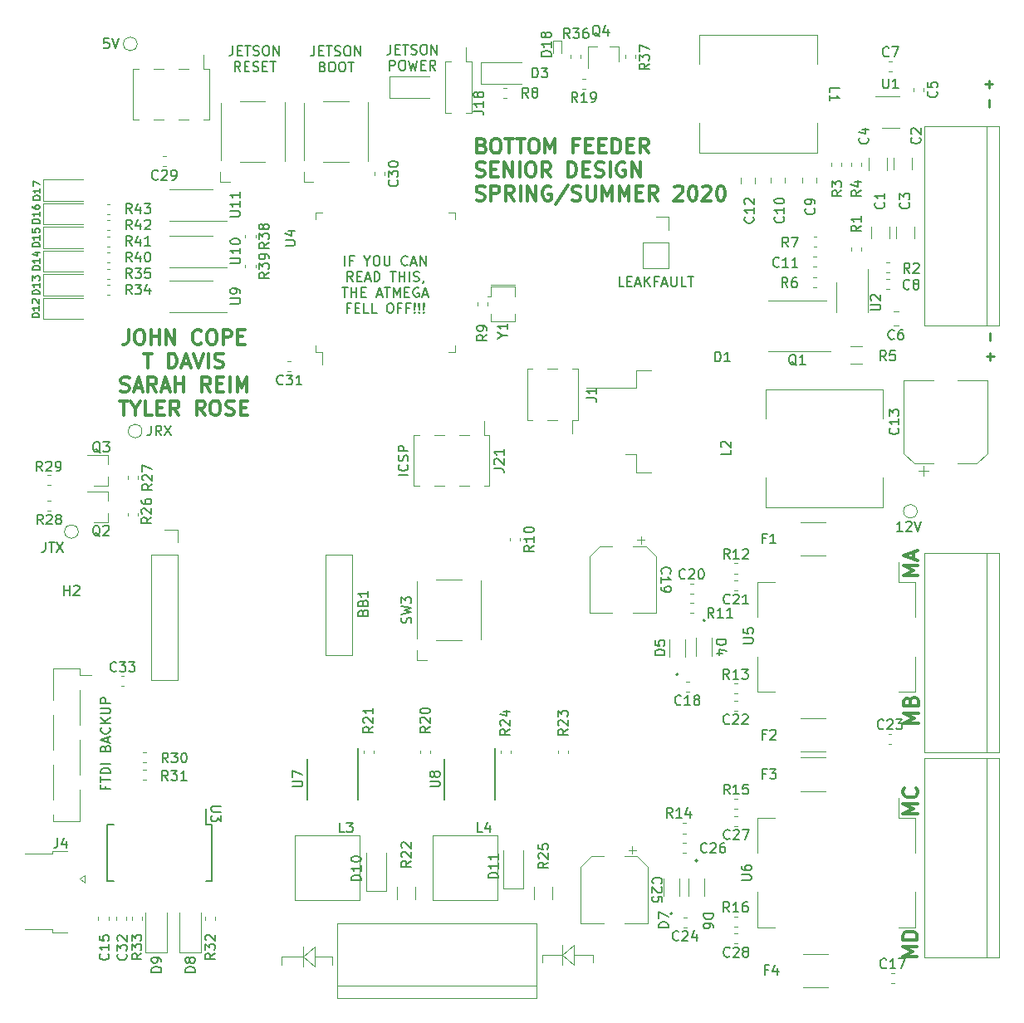
<source format=gbr>
G04 #@! TF.GenerationSoftware,KiCad,Pcbnew,5.99.0-unknown-1463dd1~101~ubuntu20.04.1*
G04 #@! TF.CreationDate,2020-07-08T00:09:35-04:00*
G04 #@! TF.ProjectId,goldhat,676f6c64-6861-4742-9e6b-696361645f70,rev?*
G04 #@! TF.SameCoordinates,Original*
G04 #@! TF.FileFunction,Legend,Top*
G04 #@! TF.FilePolarity,Positive*
%FSLAX46Y46*%
G04 Gerber Fmt 4.6, Leading zero omitted, Abs format (unit mm)*
G04 Created by KiCad (PCBNEW 5.99.0-unknown-1463dd1~101~ubuntu20.04.1) date 2020-07-08 00:09:35*
%MOMM*%
%LPD*%
G01*
G04 APERTURE LIST*
%ADD10C,0.120000*%
%ADD11C,0.200000*%
%ADD12C,0.300000*%
%ADD13C,0.250000*%
%ADD14C,0.150000*%
G04 APERTURE END LIST*
D10*
X129800000Y-195600000D02*
X131600000Y-195600000D01*
X156200000Y-196400000D02*
X156200000Y-194400000D01*
X129800000Y-196600000D02*
X129800000Y-194600000D01*
X155000000Y-195400000D02*
X156200000Y-196400000D01*
X155000000Y-196400000D02*
X155000000Y-194400000D01*
X156200000Y-194400000D02*
X155000000Y-195400000D01*
X153000000Y-196200000D02*
X153000000Y-195400000D01*
X126400000Y-196400000D02*
X126400000Y-195600000D01*
X156200000Y-195400000D02*
X158200000Y-195400000D01*
X128600000Y-195600000D02*
X126400000Y-195600000D01*
X128600000Y-196600000D02*
X128600000Y-194600000D01*
X131600000Y-196400000D02*
X131600000Y-195600000D01*
X158200000Y-196200000D02*
X158200000Y-195400000D01*
X128600000Y-195600000D02*
X129800000Y-196600000D01*
X155000000Y-195400000D02*
X153000000Y-195400000D01*
X129800000Y-194600000D02*
X128600000Y-195600000D01*
D11*
X132880952Y-125137380D02*
X132880952Y-124137380D01*
X133690476Y-124613571D02*
X133357142Y-124613571D01*
X133357142Y-125137380D02*
X133357142Y-124137380D01*
X133833333Y-124137380D01*
X135166666Y-124661190D02*
X135166666Y-125137380D01*
X134833333Y-124137380D02*
X135166666Y-124661190D01*
X135500000Y-124137380D01*
X136023809Y-124137380D02*
X136214285Y-124137380D01*
X136309523Y-124185000D01*
X136404761Y-124280238D01*
X136452380Y-124470714D01*
X136452380Y-124804047D01*
X136404761Y-124994523D01*
X136309523Y-125089761D01*
X136214285Y-125137380D01*
X136023809Y-125137380D01*
X135928571Y-125089761D01*
X135833333Y-124994523D01*
X135785714Y-124804047D01*
X135785714Y-124470714D01*
X135833333Y-124280238D01*
X135928571Y-124185000D01*
X136023809Y-124137380D01*
X136880952Y-124137380D02*
X136880952Y-124946904D01*
X136928571Y-125042142D01*
X136976190Y-125089761D01*
X137071428Y-125137380D01*
X137261904Y-125137380D01*
X137357142Y-125089761D01*
X137404761Y-125042142D01*
X137452380Y-124946904D01*
X137452380Y-124137380D01*
X139261904Y-125042142D02*
X139214285Y-125089761D01*
X139071428Y-125137380D01*
X138976190Y-125137380D01*
X138833333Y-125089761D01*
X138738095Y-124994523D01*
X138690476Y-124899285D01*
X138642857Y-124708809D01*
X138642857Y-124565952D01*
X138690476Y-124375476D01*
X138738095Y-124280238D01*
X138833333Y-124185000D01*
X138976190Y-124137380D01*
X139071428Y-124137380D01*
X139214285Y-124185000D01*
X139261904Y-124232619D01*
X139642857Y-124851666D02*
X140119047Y-124851666D01*
X139547619Y-125137380D02*
X139880952Y-124137380D01*
X140214285Y-125137380D01*
X140547619Y-125137380D02*
X140547619Y-124137380D01*
X141119047Y-125137380D01*
X141119047Y-124137380D01*
X133690476Y-126747380D02*
X133357142Y-126271190D01*
X133119047Y-126747380D02*
X133119047Y-125747380D01*
X133500000Y-125747380D01*
X133595238Y-125795000D01*
X133642857Y-125842619D01*
X133690476Y-125937857D01*
X133690476Y-126080714D01*
X133642857Y-126175952D01*
X133595238Y-126223571D01*
X133500000Y-126271190D01*
X133119047Y-126271190D01*
X134119047Y-126223571D02*
X134452380Y-126223571D01*
X134595238Y-126747380D02*
X134119047Y-126747380D01*
X134119047Y-125747380D01*
X134595238Y-125747380D01*
X134976190Y-126461666D02*
X135452380Y-126461666D01*
X134880952Y-126747380D02*
X135214285Y-125747380D01*
X135547619Y-126747380D01*
X135880952Y-126747380D02*
X135880952Y-125747380D01*
X136119047Y-125747380D01*
X136261904Y-125795000D01*
X136357142Y-125890238D01*
X136404761Y-125985476D01*
X136452380Y-126175952D01*
X136452380Y-126318809D01*
X136404761Y-126509285D01*
X136357142Y-126604523D01*
X136261904Y-126699761D01*
X136119047Y-126747380D01*
X135880952Y-126747380D01*
X137500000Y-125747380D02*
X138071428Y-125747380D01*
X137785714Y-126747380D02*
X137785714Y-125747380D01*
X138404761Y-126747380D02*
X138404761Y-125747380D01*
X138404761Y-126223571D02*
X138976190Y-126223571D01*
X138976190Y-126747380D02*
X138976190Y-125747380D01*
X139452380Y-126747380D02*
X139452380Y-125747380D01*
X139880952Y-126699761D02*
X140023809Y-126747380D01*
X140261904Y-126747380D01*
X140357142Y-126699761D01*
X140404761Y-126652142D01*
X140452380Y-126556904D01*
X140452380Y-126461666D01*
X140404761Y-126366428D01*
X140357142Y-126318809D01*
X140261904Y-126271190D01*
X140071428Y-126223571D01*
X139976190Y-126175952D01*
X139928571Y-126128333D01*
X139880952Y-126033095D01*
X139880952Y-125937857D01*
X139928571Y-125842619D01*
X139976190Y-125795000D01*
X140071428Y-125747380D01*
X140309523Y-125747380D01*
X140452380Y-125795000D01*
X140928571Y-126699761D02*
X140928571Y-126747380D01*
X140880952Y-126842619D01*
X140833333Y-126890238D01*
X132595238Y-127357380D02*
X133166666Y-127357380D01*
X132880952Y-128357380D02*
X132880952Y-127357380D01*
X133500000Y-128357380D02*
X133500000Y-127357380D01*
X133500000Y-127833571D02*
X134071428Y-127833571D01*
X134071428Y-128357380D02*
X134071428Y-127357380D01*
X134547619Y-127833571D02*
X134880952Y-127833571D01*
X135023809Y-128357380D02*
X134547619Y-128357380D01*
X134547619Y-127357380D01*
X135023809Y-127357380D01*
X136166666Y-128071666D02*
X136642857Y-128071666D01*
X136071428Y-128357380D02*
X136404761Y-127357380D01*
X136738095Y-128357380D01*
X136928571Y-127357380D02*
X137500000Y-127357380D01*
X137214285Y-128357380D02*
X137214285Y-127357380D01*
X137833333Y-128357380D02*
X137833333Y-127357380D01*
X138166666Y-128071666D01*
X138500000Y-127357380D01*
X138500000Y-128357380D01*
X138976190Y-127833571D02*
X139309523Y-127833571D01*
X139452380Y-128357380D02*
X138976190Y-128357380D01*
X138976190Y-127357380D01*
X139452380Y-127357380D01*
X140404761Y-127405000D02*
X140309523Y-127357380D01*
X140166666Y-127357380D01*
X140023809Y-127405000D01*
X139928571Y-127500238D01*
X139880952Y-127595476D01*
X139833333Y-127785952D01*
X139833333Y-127928809D01*
X139880952Y-128119285D01*
X139928571Y-128214523D01*
X140023809Y-128309761D01*
X140166666Y-128357380D01*
X140261904Y-128357380D01*
X140404761Y-128309761D01*
X140452380Y-128262142D01*
X140452380Y-127928809D01*
X140261904Y-127928809D01*
X140833333Y-128071666D02*
X141309523Y-128071666D01*
X140738095Y-128357380D02*
X141071428Y-127357380D01*
X141404761Y-128357380D01*
X133404761Y-129443571D02*
X133071428Y-129443571D01*
X133071428Y-129967380D02*
X133071428Y-128967380D01*
X133547619Y-128967380D01*
X133928571Y-129443571D02*
X134261904Y-129443571D01*
X134404761Y-129967380D02*
X133928571Y-129967380D01*
X133928571Y-128967380D01*
X134404761Y-128967380D01*
X135309523Y-129967380D02*
X134833333Y-129967380D01*
X134833333Y-128967380D01*
X136119047Y-129967380D02*
X135642857Y-129967380D01*
X135642857Y-128967380D01*
X137404761Y-128967380D02*
X137595238Y-128967380D01*
X137690476Y-129015000D01*
X137785714Y-129110238D01*
X137833333Y-129300714D01*
X137833333Y-129634047D01*
X137785714Y-129824523D01*
X137690476Y-129919761D01*
X137595238Y-129967380D01*
X137404761Y-129967380D01*
X137309523Y-129919761D01*
X137214285Y-129824523D01*
X137166666Y-129634047D01*
X137166666Y-129300714D01*
X137214285Y-129110238D01*
X137309523Y-129015000D01*
X137404761Y-128967380D01*
X138595238Y-129443571D02*
X138261904Y-129443571D01*
X138261904Y-129967380D02*
X138261904Y-128967380D01*
X138738095Y-128967380D01*
X139452380Y-129443571D02*
X139119047Y-129443571D01*
X139119047Y-129967380D02*
X139119047Y-128967380D01*
X139595238Y-128967380D01*
X139976190Y-129872142D02*
X140023809Y-129919761D01*
X139976190Y-129967380D01*
X139928571Y-129919761D01*
X139976190Y-129872142D01*
X139976190Y-129967380D01*
X139976190Y-129586428D02*
X139928571Y-129015000D01*
X139976190Y-128967380D01*
X140023809Y-129015000D01*
X139976190Y-129586428D01*
X139976190Y-128967380D01*
X140452380Y-129872142D02*
X140500000Y-129919761D01*
X140452380Y-129967380D01*
X140404761Y-129919761D01*
X140452380Y-129872142D01*
X140452380Y-129967380D01*
X140452380Y-129586428D02*
X140404761Y-129015000D01*
X140452380Y-128967380D01*
X140500000Y-129015000D01*
X140452380Y-129586428D01*
X140452380Y-128967380D01*
X140928571Y-129872142D02*
X140976190Y-129919761D01*
X140928571Y-129967380D01*
X140880952Y-129919761D01*
X140928571Y-129872142D01*
X140928571Y-129967380D01*
X140928571Y-129586428D02*
X140880952Y-129015000D01*
X140928571Y-128967380D01*
X140976190Y-129015000D01*
X140928571Y-129586428D01*
X140928571Y-128967380D01*
D12*
X110821428Y-131656071D02*
X110821428Y-132727500D01*
X110750000Y-132941785D01*
X110607142Y-133084642D01*
X110392857Y-133156071D01*
X110250000Y-133156071D01*
X111821428Y-131656071D02*
X112107142Y-131656071D01*
X112250000Y-131727500D01*
X112392857Y-131870357D01*
X112464285Y-132156071D01*
X112464285Y-132656071D01*
X112392857Y-132941785D01*
X112250000Y-133084642D01*
X112107142Y-133156071D01*
X111821428Y-133156071D01*
X111678571Y-133084642D01*
X111535714Y-132941785D01*
X111464285Y-132656071D01*
X111464285Y-132156071D01*
X111535714Y-131870357D01*
X111678571Y-131727500D01*
X111821428Y-131656071D01*
X113107142Y-133156071D02*
X113107142Y-131656071D01*
X113107142Y-132370357D02*
X113964285Y-132370357D01*
X113964285Y-133156071D02*
X113964285Y-131656071D01*
X114678571Y-133156071D02*
X114678571Y-131656071D01*
X115535714Y-133156071D01*
X115535714Y-131656071D01*
X118250000Y-133013214D02*
X118178571Y-133084642D01*
X117964285Y-133156071D01*
X117821428Y-133156071D01*
X117607142Y-133084642D01*
X117464285Y-132941785D01*
X117392857Y-132798928D01*
X117321428Y-132513214D01*
X117321428Y-132298928D01*
X117392857Y-132013214D01*
X117464285Y-131870357D01*
X117607142Y-131727500D01*
X117821428Y-131656071D01*
X117964285Y-131656071D01*
X118178571Y-131727500D01*
X118250000Y-131798928D01*
X119178571Y-131656071D02*
X119464285Y-131656071D01*
X119607142Y-131727500D01*
X119750000Y-131870357D01*
X119821428Y-132156071D01*
X119821428Y-132656071D01*
X119750000Y-132941785D01*
X119607142Y-133084642D01*
X119464285Y-133156071D01*
X119178571Y-133156071D01*
X119035714Y-133084642D01*
X118892857Y-132941785D01*
X118821428Y-132656071D01*
X118821428Y-132156071D01*
X118892857Y-131870357D01*
X119035714Y-131727500D01*
X119178571Y-131656071D01*
X120464285Y-133156071D02*
X120464285Y-131656071D01*
X121035714Y-131656071D01*
X121178571Y-131727500D01*
X121250000Y-131798928D01*
X121321428Y-131941785D01*
X121321428Y-132156071D01*
X121250000Y-132298928D01*
X121178571Y-132370357D01*
X121035714Y-132441785D01*
X120464285Y-132441785D01*
X121964285Y-132370357D02*
X122464285Y-132370357D01*
X122678571Y-133156071D02*
X121964285Y-133156071D01*
X121964285Y-131656071D01*
X122678571Y-131656071D01*
X112392857Y-134071071D02*
X113250000Y-134071071D01*
X112821428Y-135571071D02*
X112821428Y-134071071D01*
X114892857Y-135571071D02*
X114892857Y-134071071D01*
X115250000Y-134071071D01*
X115464285Y-134142500D01*
X115607142Y-134285357D01*
X115678571Y-134428214D01*
X115750000Y-134713928D01*
X115750000Y-134928214D01*
X115678571Y-135213928D01*
X115607142Y-135356785D01*
X115464285Y-135499642D01*
X115250000Y-135571071D01*
X114892857Y-135571071D01*
X116321428Y-135142500D02*
X117035714Y-135142500D01*
X116178571Y-135571071D02*
X116678571Y-134071071D01*
X117178571Y-135571071D01*
X117464285Y-134071071D02*
X117964285Y-135571071D01*
X118464285Y-134071071D01*
X118964285Y-135571071D02*
X118964285Y-134071071D01*
X119607142Y-135499642D02*
X119821428Y-135571071D01*
X120178571Y-135571071D01*
X120321428Y-135499642D01*
X120392857Y-135428214D01*
X120464285Y-135285357D01*
X120464285Y-135142500D01*
X120392857Y-134999642D01*
X120321428Y-134928214D01*
X120178571Y-134856785D01*
X119892857Y-134785357D01*
X119750000Y-134713928D01*
X119678571Y-134642500D01*
X119607142Y-134499642D01*
X119607142Y-134356785D01*
X119678571Y-134213928D01*
X119750000Y-134142500D01*
X119892857Y-134071071D01*
X120250000Y-134071071D01*
X120464285Y-134142500D01*
X110035714Y-137914642D02*
X110250000Y-137986071D01*
X110607142Y-137986071D01*
X110750000Y-137914642D01*
X110821428Y-137843214D01*
X110892857Y-137700357D01*
X110892857Y-137557500D01*
X110821428Y-137414642D01*
X110750000Y-137343214D01*
X110607142Y-137271785D01*
X110321428Y-137200357D01*
X110178571Y-137128928D01*
X110107142Y-137057500D01*
X110035714Y-136914642D01*
X110035714Y-136771785D01*
X110107142Y-136628928D01*
X110178571Y-136557500D01*
X110321428Y-136486071D01*
X110678571Y-136486071D01*
X110892857Y-136557500D01*
X111464285Y-137557500D02*
X112178571Y-137557500D01*
X111321428Y-137986071D02*
X111821428Y-136486071D01*
X112321428Y-137986071D01*
X113678571Y-137986071D02*
X113178571Y-137271785D01*
X112821428Y-137986071D02*
X112821428Y-136486071D01*
X113392857Y-136486071D01*
X113535714Y-136557500D01*
X113607142Y-136628928D01*
X113678571Y-136771785D01*
X113678571Y-136986071D01*
X113607142Y-137128928D01*
X113535714Y-137200357D01*
X113392857Y-137271785D01*
X112821428Y-137271785D01*
X114250000Y-137557500D02*
X114964285Y-137557500D01*
X114107142Y-137986071D02*
X114607142Y-136486071D01*
X115107142Y-137986071D01*
X115607142Y-137986071D02*
X115607142Y-136486071D01*
X115607142Y-137200357D02*
X116464285Y-137200357D01*
X116464285Y-137986071D02*
X116464285Y-136486071D01*
X119178571Y-137986071D02*
X118678571Y-137271785D01*
X118321428Y-137986071D02*
X118321428Y-136486071D01*
X118892857Y-136486071D01*
X119035714Y-136557500D01*
X119107142Y-136628928D01*
X119178571Y-136771785D01*
X119178571Y-136986071D01*
X119107142Y-137128928D01*
X119035714Y-137200357D01*
X118892857Y-137271785D01*
X118321428Y-137271785D01*
X119821428Y-137200357D02*
X120321428Y-137200357D01*
X120535714Y-137986071D02*
X119821428Y-137986071D01*
X119821428Y-136486071D01*
X120535714Y-136486071D01*
X121178571Y-137986071D02*
X121178571Y-136486071D01*
X121892857Y-137986071D02*
X121892857Y-136486071D01*
X122392857Y-137557500D01*
X122892857Y-136486071D01*
X122892857Y-137986071D01*
X109892857Y-138901071D02*
X110750000Y-138901071D01*
X110321428Y-140401071D02*
X110321428Y-138901071D01*
X111535714Y-139686785D02*
X111535714Y-140401071D01*
X111035714Y-138901071D02*
X111535714Y-139686785D01*
X112035714Y-138901071D01*
X113250000Y-140401071D02*
X112535714Y-140401071D01*
X112535714Y-138901071D01*
X113750000Y-139615357D02*
X114250000Y-139615357D01*
X114464285Y-140401071D02*
X113750000Y-140401071D01*
X113750000Y-138901071D01*
X114464285Y-138901071D01*
X115964285Y-140401071D02*
X115464285Y-139686785D01*
X115107142Y-140401071D02*
X115107142Y-138901071D01*
X115678571Y-138901071D01*
X115821428Y-138972500D01*
X115892857Y-139043928D01*
X115964285Y-139186785D01*
X115964285Y-139401071D01*
X115892857Y-139543928D01*
X115821428Y-139615357D01*
X115678571Y-139686785D01*
X115107142Y-139686785D01*
X118607142Y-140401071D02*
X118107142Y-139686785D01*
X117750000Y-140401071D02*
X117750000Y-138901071D01*
X118321428Y-138901071D01*
X118464285Y-138972500D01*
X118535714Y-139043928D01*
X118607142Y-139186785D01*
X118607142Y-139401071D01*
X118535714Y-139543928D01*
X118464285Y-139615357D01*
X118321428Y-139686785D01*
X117750000Y-139686785D01*
X119535714Y-138901071D02*
X119821428Y-138901071D01*
X119964285Y-138972500D01*
X120107142Y-139115357D01*
X120178571Y-139401071D01*
X120178571Y-139901071D01*
X120107142Y-140186785D01*
X119964285Y-140329642D01*
X119821428Y-140401071D01*
X119535714Y-140401071D01*
X119392857Y-140329642D01*
X119250000Y-140186785D01*
X119178571Y-139901071D01*
X119178571Y-139401071D01*
X119250000Y-139115357D01*
X119392857Y-138972500D01*
X119535714Y-138901071D01*
X120750000Y-140329642D02*
X120964285Y-140401071D01*
X121321428Y-140401071D01*
X121464285Y-140329642D01*
X121535714Y-140258214D01*
X121607142Y-140115357D01*
X121607142Y-139972500D01*
X121535714Y-139829642D01*
X121464285Y-139758214D01*
X121321428Y-139686785D01*
X121035714Y-139615357D01*
X120892857Y-139543928D01*
X120821428Y-139472500D01*
X120750000Y-139329642D01*
X120750000Y-139186785D01*
X120821428Y-139043928D01*
X120892857Y-138972500D01*
X121035714Y-138901071D01*
X121392857Y-138901071D01*
X121607142Y-138972500D01*
X122250000Y-139615357D02*
X122750000Y-139615357D01*
X122964285Y-140401071D02*
X122250000Y-140401071D01*
X122250000Y-138901071D01*
X122964285Y-138901071D01*
X146852142Y-112877857D02*
X147066428Y-112949285D01*
X147137857Y-113020714D01*
X147209285Y-113163571D01*
X147209285Y-113377857D01*
X147137857Y-113520714D01*
X147066428Y-113592142D01*
X146923571Y-113663571D01*
X146352142Y-113663571D01*
X146352142Y-112163571D01*
X146852142Y-112163571D01*
X146995000Y-112235000D01*
X147066428Y-112306428D01*
X147137857Y-112449285D01*
X147137857Y-112592142D01*
X147066428Y-112735000D01*
X146995000Y-112806428D01*
X146852142Y-112877857D01*
X146352142Y-112877857D01*
X148137857Y-112163571D02*
X148423571Y-112163571D01*
X148566428Y-112235000D01*
X148709285Y-112377857D01*
X148780714Y-112663571D01*
X148780714Y-113163571D01*
X148709285Y-113449285D01*
X148566428Y-113592142D01*
X148423571Y-113663571D01*
X148137857Y-113663571D01*
X147995000Y-113592142D01*
X147852142Y-113449285D01*
X147780714Y-113163571D01*
X147780714Y-112663571D01*
X147852142Y-112377857D01*
X147995000Y-112235000D01*
X148137857Y-112163571D01*
X149209285Y-112163571D02*
X150066428Y-112163571D01*
X149637857Y-113663571D02*
X149637857Y-112163571D01*
X150352142Y-112163571D02*
X151209285Y-112163571D01*
X150780714Y-113663571D02*
X150780714Y-112163571D01*
X151995000Y-112163571D02*
X152280714Y-112163571D01*
X152423571Y-112235000D01*
X152566428Y-112377857D01*
X152637857Y-112663571D01*
X152637857Y-113163571D01*
X152566428Y-113449285D01*
X152423571Y-113592142D01*
X152280714Y-113663571D01*
X151995000Y-113663571D01*
X151852142Y-113592142D01*
X151709285Y-113449285D01*
X151637857Y-113163571D01*
X151637857Y-112663571D01*
X151709285Y-112377857D01*
X151852142Y-112235000D01*
X151995000Y-112163571D01*
X153280714Y-113663571D02*
X153280714Y-112163571D01*
X153780714Y-113235000D01*
X154280714Y-112163571D01*
X154280714Y-113663571D01*
X156637857Y-112877857D02*
X156137857Y-112877857D01*
X156137857Y-113663571D02*
X156137857Y-112163571D01*
X156852142Y-112163571D01*
X157423571Y-112877857D02*
X157923571Y-112877857D01*
X158137857Y-113663571D02*
X157423571Y-113663571D01*
X157423571Y-112163571D01*
X158137857Y-112163571D01*
X158780714Y-112877857D02*
X159280714Y-112877857D01*
X159495000Y-113663571D02*
X158780714Y-113663571D01*
X158780714Y-112163571D01*
X159495000Y-112163571D01*
X160137857Y-113663571D02*
X160137857Y-112163571D01*
X160495000Y-112163571D01*
X160709285Y-112235000D01*
X160852142Y-112377857D01*
X160923571Y-112520714D01*
X160995000Y-112806428D01*
X160995000Y-113020714D01*
X160923571Y-113306428D01*
X160852142Y-113449285D01*
X160709285Y-113592142D01*
X160495000Y-113663571D01*
X160137857Y-113663571D01*
X161637857Y-112877857D02*
X162137857Y-112877857D01*
X162352142Y-113663571D02*
X161637857Y-113663571D01*
X161637857Y-112163571D01*
X162352142Y-112163571D01*
X163852142Y-113663571D02*
X163352142Y-112949285D01*
X162995000Y-113663571D02*
X162995000Y-112163571D01*
X163566428Y-112163571D01*
X163709285Y-112235000D01*
X163780714Y-112306428D01*
X163852142Y-112449285D01*
X163852142Y-112663571D01*
X163780714Y-112806428D01*
X163709285Y-112877857D01*
X163566428Y-112949285D01*
X162995000Y-112949285D01*
X146280714Y-116007142D02*
X146495000Y-116078571D01*
X146852142Y-116078571D01*
X146995000Y-116007142D01*
X147066428Y-115935714D01*
X147137857Y-115792857D01*
X147137857Y-115650000D01*
X147066428Y-115507142D01*
X146995000Y-115435714D01*
X146852142Y-115364285D01*
X146566428Y-115292857D01*
X146423571Y-115221428D01*
X146352142Y-115150000D01*
X146280714Y-115007142D01*
X146280714Y-114864285D01*
X146352142Y-114721428D01*
X146423571Y-114650000D01*
X146566428Y-114578571D01*
X146923571Y-114578571D01*
X147137857Y-114650000D01*
X147780714Y-115292857D02*
X148280714Y-115292857D01*
X148495000Y-116078571D02*
X147780714Y-116078571D01*
X147780714Y-114578571D01*
X148495000Y-114578571D01*
X149137857Y-116078571D02*
X149137857Y-114578571D01*
X149995000Y-116078571D01*
X149995000Y-114578571D01*
X150709285Y-116078571D02*
X150709285Y-114578571D01*
X151709285Y-114578571D02*
X151995000Y-114578571D01*
X152137857Y-114650000D01*
X152280714Y-114792857D01*
X152352142Y-115078571D01*
X152352142Y-115578571D01*
X152280714Y-115864285D01*
X152137857Y-116007142D01*
X151995000Y-116078571D01*
X151709285Y-116078571D01*
X151566428Y-116007142D01*
X151423571Y-115864285D01*
X151352142Y-115578571D01*
X151352142Y-115078571D01*
X151423571Y-114792857D01*
X151566428Y-114650000D01*
X151709285Y-114578571D01*
X153852142Y-116078571D02*
X153352142Y-115364285D01*
X152995000Y-116078571D02*
X152995000Y-114578571D01*
X153566428Y-114578571D01*
X153709285Y-114650000D01*
X153780714Y-114721428D01*
X153852142Y-114864285D01*
X153852142Y-115078571D01*
X153780714Y-115221428D01*
X153709285Y-115292857D01*
X153566428Y-115364285D01*
X152995000Y-115364285D01*
X155637857Y-116078571D02*
X155637857Y-114578571D01*
X155995000Y-114578571D01*
X156209285Y-114650000D01*
X156352142Y-114792857D01*
X156423571Y-114935714D01*
X156495000Y-115221428D01*
X156495000Y-115435714D01*
X156423571Y-115721428D01*
X156352142Y-115864285D01*
X156209285Y-116007142D01*
X155995000Y-116078571D01*
X155637857Y-116078571D01*
X157137857Y-115292857D02*
X157637857Y-115292857D01*
X157852142Y-116078571D02*
X157137857Y-116078571D01*
X157137857Y-114578571D01*
X157852142Y-114578571D01*
X158423571Y-116007142D02*
X158637857Y-116078571D01*
X158995000Y-116078571D01*
X159137857Y-116007142D01*
X159209285Y-115935714D01*
X159280714Y-115792857D01*
X159280714Y-115650000D01*
X159209285Y-115507142D01*
X159137857Y-115435714D01*
X158995000Y-115364285D01*
X158709285Y-115292857D01*
X158566428Y-115221428D01*
X158495000Y-115150000D01*
X158423571Y-115007142D01*
X158423571Y-114864285D01*
X158495000Y-114721428D01*
X158566428Y-114650000D01*
X158709285Y-114578571D01*
X159066428Y-114578571D01*
X159280714Y-114650000D01*
X159923571Y-116078571D02*
X159923571Y-114578571D01*
X161423571Y-114650000D02*
X161280714Y-114578571D01*
X161066428Y-114578571D01*
X160852142Y-114650000D01*
X160709285Y-114792857D01*
X160637857Y-114935714D01*
X160566428Y-115221428D01*
X160566428Y-115435714D01*
X160637857Y-115721428D01*
X160709285Y-115864285D01*
X160852142Y-116007142D01*
X161066428Y-116078571D01*
X161209285Y-116078571D01*
X161423571Y-116007142D01*
X161495000Y-115935714D01*
X161495000Y-115435714D01*
X161209285Y-115435714D01*
X162137857Y-116078571D02*
X162137857Y-114578571D01*
X162995000Y-116078571D01*
X162995000Y-114578571D01*
X146280714Y-118422142D02*
X146495000Y-118493571D01*
X146852142Y-118493571D01*
X146995000Y-118422142D01*
X147066428Y-118350714D01*
X147137857Y-118207857D01*
X147137857Y-118065000D01*
X147066428Y-117922142D01*
X146995000Y-117850714D01*
X146852142Y-117779285D01*
X146566428Y-117707857D01*
X146423571Y-117636428D01*
X146352142Y-117565000D01*
X146280714Y-117422142D01*
X146280714Y-117279285D01*
X146352142Y-117136428D01*
X146423571Y-117065000D01*
X146566428Y-116993571D01*
X146923571Y-116993571D01*
X147137857Y-117065000D01*
X147780714Y-118493571D02*
X147780714Y-116993571D01*
X148352142Y-116993571D01*
X148495000Y-117065000D01*
X148566428Y-117136428D01*
X148637857Y-117279285D01*
X148637857Y-117493571D01*
X148566428Y-117636428D01*
X148495000Y-117707857D01*
X148352142Y-117779285D01*
X147780714Y-117779285D01*
X150137857Y-118493571D02*
X149637857Y-117779285D01*
X149280714Y-118493571D02*
X149280714Y-116993571D01*
X149852142Y-116993571D01*
X149995000Y-117065000D01*
X150066428Y-117136428D01*
X150137857Y-117279285D01*
X150137857Y-117493571D01*
X150066428Y-117636428D01*
X149995000Y-117707857D01*
X149852142Y-117779285D01*
X149280714Y-117779285D01*
X150780714Y-118493571D02*
X150780714Y-116993571D01*
X151495000Y-118493571D02*
X151495000Y-116993571D01*
X152352142Y-118493571D01*
X152352142Y-116993571D01*
X153852142Y-117065000D02*
X153709285Y-116993571D01*
X153495000Y-116993571D01*
X153280714Y-117065000D01*
X153137857Y-117207857D01*
X153066428Y-117350714D01*
X152995000Y-117636428D01*
X152995000Y-117850714D01*
X153066428Y-118136428D01*
X153137857Y-118279285D01*
X153280714Y-118422142D01*
X153495000Y-118493571D01*
X153637857Y-118493571D01*
X153852142Y-118422142D01*
X153923571Y-118350714D01*
X153923571Y-117850714D01*
X153637857Y-117850714D01*
X155637857Y-116922142D02*
X154352142Y-118850714D01*
X156066428Y-118422142D02*
X156280714Y-118493571D01*
X156637857Y-118493571D01*
X156780714Y-118422142D01*
X156852142Y-118350714D01*
X156923571Y-118207857D01*
X156923571Y-118065000D01*
X156852142Y-117922142D01*
X156780714Y-117850714D01*
X156637857Y-117779285D01*
X156352142Y-117707857D01*
X156209285Y-117636428D01*
X156137857Y-117565000D01*
X156066428Y-117422142D01*
X156066428Y-117279285D01*
X156137857Y-117136428D01*
X156209285Y-117065000D01*
X156352142Y-116993571D01*
X156709285Y-116993571D01*
X156923571Y-117065000D01*
X157566428Y-116993571D02*
X157566428Y-118207857D01*
X157637857Y-118350714D01*
X157709285Y-118422142D01*
X157852142Y-118493571D01*
X158137857Y-118493571D01*
X158280714Y-118422142D01*
X158352142Y-118350714D01*
X158423571Y-118207857D01*
X158423571Y-116993571D01*
X159137857Y-118493571D02*
X159137857Y-116993571D01*
X159637857Y-118065000D01*
X160137857Y-116993571D01*
X160137857Y-118493571D01*
X160852142Y-118493571D02*
X160852142Y-116993571D01*
X161352142Y-118065000D01*
X161852142Y-116993571D01*
X161852142Y-118493571D01*
X162566428Y-117707857D02*
X163066428Y-117707857D01*
X163280714Y-118493571D02*
X162566428Y-118493571D01*
X162566428Y-116993571D01*
X163280714Y-116993571D01*
X164780714Y-118493571D02*
X164280714Y-117779285D01*
X163923571Y-118493571D02*
X163923571Y-116993571D01*
X164495000Y-116993571D01*
X164637857Y-117065000D01*
X164709285Y-117136428D01*
X164780714Y-117279285D01*
X164780714Y-117493571D01*
X164709285Y-117636428D01*
X164637857Y-117707857D01*
X164495000Y-117779285D01*
X163923571Y-117779285D01*
X166495000Y-117136428D02*
X166566428Y-117065000D01*
X166709285Y-116993571D01*
X167066428Y-116993571D01*
X167209285Y-117065000D01*
X167280714Y-117136428D01*
X167352142Y-117279285D01*
X167352142Y-117422142D01*
X167280714Y-117636428D01*
X166423571Y-118493571D01*
X167352142Y-118493571D01*
X168280714Y-116993571D02*
X168423571Y-116993571D01*
X168566428Y-117065000D01*
X168637857Y-117136428D01*
X168709285Y-117279285D01*
X168780714Y-117565000D01*
X168780714Y-117922142D01*
X168709285Y-118207857D01*
X168637857Y-118350714D01*
X168566428Y-118422142D01*
X168423571Y-118493571D01*
X168280714Y-118493571D01*
X168137857Y-118422142D01*
X168066428Y-118350714D01*
X167995000Y-118207857D01*
X167923571Y-117922142D01*
X167923571Y-117565000D01*
X167995000Y-117279285D01*
X168066428Y-117136428D01*
X168137857Y-117065000D01*
X168280714Y-116993571D01*
X169352142Y-117136428D02*
X169423571Y-117065000D01*
X169566428Y-116993571D01*
X169923571Y-116993571D01*
X170066428Y-117065000D01*
X170137857Y-117136428D01*
X170209285Y-117279285D01*
X170209285Y-117422142D01*
X170137857Y-117636428D01*
X169280714Y-118493571D01*
X170209285Y-118493571D01*
X171137857Y-116993571D02*
X171280714Y-116993571D01*
X171423571Y-117065000D01*
X171495000Y-117136428D01*
X171566428Y-117279285D01*
X171637857Y-117565000D01*
X171637857Y-117922142D01*
X171566428Y-118207857D01*
X171495000Y-118350714D01*
X171423571Y-118422142D01*
X171280714Y-118493571D01*
X171137857Y-118493571D01*
X170995000Y-118422142D01*
X170923571Y-118350714D01*
X170852142Y-118207857D01*
X170780714Y-117922142D01*
X170780714Y-117565000D01*
X170852142Y-117279285D01*
X170923571Y-117136428D01*
X170995000Y-117065000D01*
X171137857Y-116993571D01*
X191228571Y-195575000D02*
X189728571Y-195575000D01*
X190800000Y-195075000D01*
X189728571Y-194575000D01*
X191228571Y-194575000D01*
X191228571Y-193860714D02*
X189728571Y-193860714D01*
X189728571Y-193503571D01*
X189800000Y-193289285D01*
X189942857Y-193146428D01*
X190085714Y-193075000D01*
X190371428Y-193003571D01*
X190585714Y-193003571D01*
X190871428Y-193075000D01*
X191014285Y-193146428D01*
X191157142Y-193289285D01*
X191228571Y-193503571D01*
X191228571Y-193860714D01*
X191278571Y-181000000D02*
X189778571Y-181000000D01*
X190850000Y-180500000D01*
X189778571Y-180000000D01*
X191278571Y-180000000D01*
X191135714Y-178428571D02*
X191207142Y-178500000D01*
X191278571Y-178714285D01*
X191278571Y-178857142D01*
X191207142Y-179071428D01*
X191064285Y-179214285D01*
X190921428Y-179285714D01*
X190635714Y-179357142D01*
X190421428Y-179357142D01*
X190135714Y-179285714D01*
X189992857Y-179214285D01*
X189850000Y-179071428D01*
X189778571Y-178857142D01*
X189778571Y-178714285D01*
X189850000Y-178500000D01*
X189921428Y-178428571D01*
X191328571Y-171750000D02*
X189828571Y-171750000D01*
X190900000Y-171250000D01*
X189828571Y-170750000D01*
X191328571Y-170750000D01*
X190542857Y-169535714D02*
X190614285Y-169321428D01*
X190685714Y-169250000D01*
X190828571Y-169178571D01*
X191042857Y-169178571D01*
X191185714Y-169250000D01*
X191257142Y-169321428D01*
X191328571Y-169464285D01*
X191328571Y-170035714D01*
X189828571Y-170035714D01*
X189828571Y-169535714D01*
X189900000Y-169392857D01*
X189971428Y-169321428D01*
X190114285Y-169250000D01*
X190257142Y-169250000D01*
X190400000Y-169321428D01*
X190471428Y-169392857D01*
X190542857Y-169535714D01*
X190542857Y-170035714D01*
X191303571Y-156692857D02*
X189803571Y-156692857D01*
X190875000Y-156192857D01*
X189803571Y-155692857D01*
X191303571Y-155692857D01*
X190875000Y-155050000D02*
X190875000Y-154335714D01*
X191303571Y-155192857D02*
X189803571Y-154692857D01*
X191303571Y-154192857D01*
D11*
X121464464Y-102713630D02*
X121464464Y-103427916D01*
X121416845Y-103570773D01*
X121321607Y-103666011D01*
X121178750Y-103713630D01*
X121083511Y-103713630D01*
X121940654Y-103189821D02*
X122273988Y-103189821D01*
X122416845Y-103713630D02*
X121940654Y-103713630D01*
X121940654Y-102713630D01*
X122416845Y-102713630D01*
X122702559Y-102713630D02*
X123273988Y-102713630D01*
X122988273Y-103713630D02*
X122988273Y-102713630D01*
X123559702Y-103666011D02*
X123702559Y-103713630D01*
X123940654Y-103713630D01*
X124035892Y-103666011D01*
X124083511Y-103618392D01*
X124131130Y-103523154D01*
X124131130Y-103427916D01*
X124083511Y-103332678D01*
X124035892Y-103285059D01*
X123940654Y-103237440D01*
X123750178Y-103189821D01*
X123654940Y-103142202D01*
X123607321Y-103094583D01*
X123559702Y-102999345D01*
X123559702Y-102904107D01*
X123607321Y-102808869D01*
X123654940Y-102761250D01*
X123750178Y-102713630D01*
X123988273Y-102713630D01*
X124131130Y-102761250D01*
X124750178Y-102713630D02*
X124940654Y-102713630D01*
X125035892Y-102761250D01*
X125131130Y-102856488D01*
X125178750Y-103046964D01*
X125178750Y-103380297D01*
X125131130Y-103570773D01*
X125035892Y-103666011D01*
X124940654Y-103713630D01*
X124750178Y-103713630D01*
X124654940Y-103666011D01*
X124559702Y-103570773D01*
X124512083Y-103380297D01*
X124512083Y-103046964D01*
X124559702Y-102856488D01*
X124654940Y-102761250D01*
X124750178Y-102713630D01*
X125607321Y-103713630D02*
X125607321Y-102713630D01*
X126178750Y-103713630D01*
X126178750Y-102713630D01*
X122226369Y-105323630D02*
X121893035Y-104847440D01*
X121654940Y-105323630D02*
X121654940Y-104323630D01*
X122035892Y-104323630D01*
X122131130Y-104371250D01*
X122178750Y-104418869D01*
X122226369Y-104514107D01*
X122226369Y-104656964D01*
X122178750Y-104752202D01*
X122131130Y-104799821D01*
X122035892Y-104847440D01*
X121654940Y-104847440D01*
X122654940Y-104799821D02*
X122988273Y-104799821D01*
X123131130Y-105323630D02*
X122654940Y-105323630D01*
X122654940Y-104323630D01*
X123131130Y-104323630D01*
X123512083Y-105276011D02*
X123654940Y-105323630D01*
X123893035Y-105323630D01*
X123988273Y-105276011D01*
X124035892Y-105228392D01*
X124083511Y-105133154D01*
X124083511Y-105037916D01*
X124035892Y-104942678D01*
X123988273Y-104895059D01*
X123893035Y-104847440D01*
X123702559Y-104799821D01*
X123607321Y-104752202D01*
X123559702Y-104704583D01*
X123512083Y-104609345D01*
X123512083Y-104514107D01*
X123559702Y-104418869D01*
X123607321Y-104371250D01*
X123702559Y-104323630D01*
X123940654Y-104323630D01*
X124083511Y-104371250D01*
X124512083Y-104799821D02*
X124845416Y-104799821D01*
X124988273Y-105323630D02*
X124512083Y-105323630D01*
X124512083Y-104323630D01*
X124988273Y-104323630D01*
X125273988Y-104323630D02*
X125845416Y-104323630D01*
X125559702Y-105323630D02*
X125559702Y-104323630D01*
D13*
X198528571Y-106219047D02*
X198528571Y-106980952D01*
X198147619Y-106600000D02*
X198909523Y-106600000D01*
X198528571Y-108219047D02*
X198528571Y-108980952D01*
X198671428Y-134780952D02*
X198671428Y-134019047D01*
X199052380Y-134400000D02*
X198290476Y-134400000D01*
X198671428Y-132780952D02*
X198671428Y-132019047D01*
D11*
X137541964Y-102593630D02*
X137541964Y-103307916D01*
X137494345Y-103450773D01*
X137399107Y-103546011D01*
X137256250Y-103593630D01*
X137161011Y-103593630D01*
X138018154Y-103069821D02*
X138351488Y-103069821D01*
X138494345Y-103593630D02*
X138018154Y-103593630D01*
X138018154Y-102593630D01*
X138494345Y-102593630D01*
X138780059Y-102593630D02*
X139351488Y-102593630D01*
X139065773Y-103593630D02*
X139065773Y-102593630D01*
X139637202Y-103546011D02*
X139780059Y-103593630D01*
X140018154Y-103593630D01*
X140113392Y-103546011D01*
X140161011Y-103498392D01*
X140208630Y-103403154D01*
X140208630Y-103307916D01*
X140161011Y-103212678D01*
X140113392Y-103165059D01*
X140018154Y-103117440D01*
X139827678Y-103069821D01*
X139732440Y-103022202D01*
X139684821Y-102974583D01*
X139637202Y-102879345D01*
X139637202Y-102784107D01*
X139684821Y-102688869D01*
X139732440Y-102641250D01*
X139827678Y-102593630D01*
X140065773Y-102593630D01*
X140208630Y-102641250D01*
X140827678Y-102593630D02*
X141018154Y-102593630D01*
X141113392Y-102641250D01*
X141208630Y-102736488D01*
X141256250Y-102926964D01*
X141256250Y-103260297D01*
X141208630Y-103450773D01*
X141113392Y-103546011D01*
X141018154Y-103593630D01*
X140827678Y-103593630D01*
X140732440Y-103546011D01*
X140637202Y-103450773D01*
X140589583Y-103260297D01*
X140589583Y-102926964D01*
X140637202Y-102736488D01*
X140732440Y-102641250D01*
X140827678Y-102593630D01*
X141684821Y-103593630D02*
X141684821Y-102593630D01*
X142256250Y-103593630D01*
X142256250Y-102593630D01*
X137446726Y-105203630D02*
X137446726Y-104203630D01*
X137827678Y-104203630D01*
X137922916Y-104251250D01*
X137970535Y-104298869D01*
X138018154Y-104394107D01*
X138018154Y-104536964D01*
X137970535Y-104632202D01*
X137922916Y-104679821D01*
X137827678Y-104727440D01*
X137446726Y-104727440D01*
X138637202Y-104203630D02*
X138827678Y-104203630D01*
X138922916Y-104251250D01*
X139018154Y-104346488D01*
X139065773Y-104536964D01*
X139065773Y-104870297D01*
X139018154Y-105060773D01*
X138922916Y-105156011D01*
X138827678Y-105203630D01*
X138637202Y-105203630D01*
X138541964Y-105156011D01*
X138446726Y-105060773D01*
X138399107Y-104870297D01*
X138399107Y-104536964D01*
X138446726Y-104346488D01*
X138541964Y-104251250D01*
X138637202Y-104203630D01*
X139399107Y-104203630D02*
X139637202Y-105203630D01*
X139827678Y-104489345D01*
X140018154Y-105203630D01*
X140256250Y-104203630D01*
X140637202Y-104679821D02*
X140970535Y-104679821D01*
X141113392Y-105203630D02*
X140637202Y-105203630D01*
X140637202Y-104203630D01*
X141113392Y-104203630D01*
X142113392Y-105203630D02*
X141780059Y-104727440D01*
X141541964Y-105203630D02*
X141541964Y-104203630D01*
X141922916Y-104203630D01*
X142018154Y-104251250D01*
X142065773Y-104298869D01*
X142113392Y-104394107D01*
X142113392Y-104536964D01*
X142065773Y-104632202D01*
X142018154Y-104679821D01*
X141922916Y-104727440D01*
X141541964Y-104727440D01*
X129754464Y-102743630D02*
X129754464Y-103457916D01*
X129706845Y-103600773D01*
X129611607Y-103696011D01*
X129468750Y-103743630D01*
X129373511Y-103743630D01*
X130230654Y-103219821D02*
X130563988Y-103219821D01*
X130706845Y-103743630D02*
X130230654Y-103743630D01*
X130230654Y-102743630D01*
X130706845Y-102743630D01*
X130992559Y-102743630D02*
X131563988Y-102743630D01*
X131278273Y-103743630D02*
X131278273Y-102743630D01*
X131849702Y-103696011D02*
X131992559Y-103743630D01*
X132230654Y-103743630D01*
X132325892Y-103696011D01*
X132373511Y-103648392D01*
X132421130Y-103553154D01*
X132421130Y-103457916D01*
X132373511Y-103362678D01*
X132325892Y-103315059D01*
X132230654Y-103267440D01*
X132040178Y-103219821D01*
X131944940Y-103172202D01*
X131897321Y-103124583D01*
X131849702Y-103029345D01*
X131849702Y-102934107D01*
X131897321Y-102838869D01*
X131944940Y-102791250D01*
X132040178Y-102743630D01*
X132278273Y-102743630D01*
X132421130Y-102791250D01*
X133040178Y-102743630D02*
X133230654Y-102743630D01*
X133325892Y-102791250D01*
X133421130Y-102886488D01*
X133468750Y-103076964D01*
X133468750Y-103410297D01*
X133421130Y-103600773D01*
X133325892Y-103696011D01*
X133230654Y-103743630D01*
X133040178Y-103743630D01*
X132944940Y-103696011D01*
X132849702Y-103600773D01*
X132802083Y-103410297D01*
X132802083Y-103076964D01*
X132849702Y-102886488D01*
X132944940Y-102791250D01*
X133040178Y-102743630D01*
X133897321Y-103743630D02*
X133897321Y-102743630D01*
X134468750Y-103743630D01*
X134468750Y-102743630D01*
X130611607Y-104829821D02*
X130754464Y-104877440D01*
X130802083Y-104925059D01*
X130849702Y-105020297D01*
X130849702Y-105163154D01*
X130802083Y-105258392D01*
X130754464Y-105306011D01*
X130659226Y-105353630D01*
X130278273Y-105353630D01*
X130278273Y-104353630D01*
X130611607Y-104353630D01*
X130706845Y-104401250D01*
X130754464Y-104448869D01*
X130802083Y-104544107D01*
X130802083Y-104639345D01*
X130754464Y-104734583D01*
X130706845Y-104782202D01*
X130611607Y-104829821D01*
X130278273Y-104829821D01*
X131468750Y-104353630D02*
X131659226Y-104353630D01*
X131754464Y-104401250D01*
X131849702Y-104496488D01*
X131897321Y-104686964D01*
X131897321Y-105020297D01*
X131849702Y-105210773D01*
X131754464Y-105306011D01*
X131659226Y-105353630D01*
X131468750Y-105353630D01*
X131373511Y-105306011D01*
X131278273Y-105210773D01*
X131230654Y-105020297D01*
X131230654Y-104686964D01*
X131278273Y-104496488D01*
X131373511Y-104401250D01*
X131468750Y-104353630D01*
X132516369Y-104353630D02*
X132706845Y-104353630D01*
X132802083Y-104401250D01*
X132897321Y-104496488D01*
X132944940Y-104686964D01*
X132944940Y-105020297D01*
X132897321Y-105210773D01*
X132802083Y-105306011D01*
X132706845Y-105353630D01*
X132516369Y-105353630D01*
X132421130Y-105306011D01*
X132325892Y-105210773D01*
X132278273Y-105020297D01*
X132278273Y-104686964D01*
X132325892Y-104496488D01*
X132421130Y-104401250D01*
X132516369Y-104353630D01*
X133230654Y-104353630D02*
X133802083Y-104353630D01*
X133516369Y-105353630D02*
X133516369Y-104353630D01*
D14*
X148490380Y-187574285D02*
X147490380Y-187574285D01*
X147490380Y-187336190D01*
X147538000Y-187193333D01*
X147633238Y-187098095D01*
X147728476Y-187050476D01*
X147918952Y-187002857D01*
X148061809Y-187002857D01*
X148252285Y-187050476D01*
X148347523Y-187098095D01*
X148442761Y-187193333D01*
X148490380Y-187336190D01*
X148490380Y-187574285D01*
X148490380Y-186050476D02*
X148490380Y-186621904D01*
X148490380Y-186336190D02*
X147490380Y-186336190D01*
X147633238Y-186431428D01*
X147728476Y-186526666D01*
X147776095Y-186621904D01*
X148490380Y-185098095D02*
X148490380Y-185669523D01*
X148490380Y-185383809D02*
X147490380Y-185383809D01*
X147633238Y-185479047D01*
X147728476Y-185574285D01*
X147776095Y-185669523D01*
X134520380Y-187828285D02*
X133520380Y-187828285D01*
X133520380Y-187590190D01*
X133568000Y-187447333D01*
X133663238Y-187352095D01*
X133758476Y-187304476D01*
X133948952Y-187256857D01*
X134091809Y-187256857D01*
X134282285Y-187304476D01*
X134377523Y-187352095D01*
X134472761Y-187447333D01*
X134520380Y-187590190D01*
X134520380Y-187828285D01*
X134520380Y-186304476D02*
X134520380Y-186875904D01*
X134520380Y-186590190D02*
X133520380Y-186590190D01*
X133663238Y-186685428D01*
X133758476Y-186780666D01*
X133806095Y-186875904D01*
X133520380Y-185685428D02*
X133520380Y-185590190D01*
X133568000Y-185494952D01*
X133615619Y-185447333D01*
X133710857Y-185399714D01*
X133901333Y-185352095D01*
X134139428Y-185352095D01*
X134329904Y-185399714D01*
X134425142Y-185447333D01*
X134472761Y-185494952D01*
X134520380Y-185590190D01*
X134520380Y-185685428D01*
X134472761Y-185780666D01*
X134425142Y-185828285D01*
X134329904Y-185875904D01*
X134139428Y-185923523D01*
X133901333Y-185923523D01*
X133710857Y-185875904D01*
X133615619Y-185828285D01*
X133568000Y-185780666D01*
X133520380Y-185685428D01*
X101814285Y-118410714D02*
X101064285Y-118410714D01*
X101064285Y-118232142D01*
X101100000Y-118125000D01*
X101171428Y-118053571D01*
X101242857Y-118017857D01*
X101385714Y-117982142D01*
X101492857Y-117982142D01*
X101635714Y-118017857D01*
X101707142Y-118053571D01*
X101778571Y-118125000D01*
X101814285Y-118232142D01*
X101814285Y-118410714D01*
X101814285Y-117267857D02*
X101814285Y-117696428D01*
X101814285Y-117482142D02*
X101064285Y-117482142D01*
X101171428Y-117553571D01*
X101242857Y-117625000D01*
X101278571Y-117696428D01*
X101064285Y-117017857D02*
X101064285Y-116517857D01*
X101814285Y-116839285D01*
X101764285Y-120785714D02*
X101014285Y-120785714D01*
X101014285Y-120607142D01*
X101050000Y-120500000D01*
X101121428Y-120428571D01*
X101192857Y-120392857D01*
X101335714Y-120357142D01*
X101442857Y-120357142D01*
X101585714Y-120392857D01*
X101657142Y-120428571D01*
X101728571Y-120500000D01*
X101764285Y-120607142D01*
X101764285Y-120785714D01*
X101764285Y-119642857D02*
X101764285Y-120071428D01*
X101764285Y-119857142D02*
X101014285Y-119857142D01*
X101121428Y-119928571D01*
X101192857Y-120000000D01*
X101228571Y-120071428D01*
X101014285Y-119000000D02*
X101014285Y-119142857D01*
X101050000Y-119214285D01*
X101085714Y-119250000D01*
X101192857Y-119321428D01*
X101335714Y-119357142D01*
X101621428Y-119357142D01*
X101692857Y-119321428D01*
X101728571Y-119285714D01*
X101764285Y-119214285D01*
X101764285Y-119071428D01*
X101728571Y-119000000D01*
X101692857Y-118964285D01*
X101621428Y-118928571D01*
X101442857Y-118928571D01*
X101371428Y-118964285D01*
X101335714Y-119000000D01*
X101300000Y-119071428D01*
X101300000Y-119214285D01*
X101335714Y-119285714D01*
X101371428Y-119321428D01*
X101442857Y-119357142D01*
X101764285Y-123185714D02*
X101014285Y-123185714D01*
X101014285Y-123007142D01*
X101050000Y-122900000D01*
X101121428Y-122828571D01*
X101192857Y-122792857D01*
X101335714Y-122757142D01*
X101442857Y-122757142D01*
X101585714Y-122792857D01*
X101657142Y-122828571D01*
X101728571Y-122900000D01*
X101764285Y-123007142D01*
X101764285Y-123185714D01*
X101764285Y-122042857D02*
X101764285Y-122471428D01*
X101764285Y-122257142D02*
X101014285Y-122257142D01*
X101121428Y-122328571D01*
X101192857Y-122400000D01*
X101228571Y-122471428D01*
X101014285Y-121364285D02*
X101014285Y-121721428D01*
X101371428Y-121757142D01*
X101335714Y-121721428D01*
X101300000Y-121650000D01*
X101300000Y-121471428D01*
X101335714Y-121400000D01*
X101371428Y-121364285D01*
X101442857Y-121328571D01*
X101621428Y-121328571D01*
X101692857Y-121364285D01*
X101728571Y-121400000D01*
X101764285Y-121471428D01*
X101764285Y-121650000D01*
X101728571Y-121721428D01*
X101692857Y-121757142D01*
X101789285Y-125560714D02*
X101039285Y-125560714D01*
X101039285Y-125382142D01*
X101075000Y-125275000D01*
X101146428Y-125203571D01*
X101217857Y-125167857D01*
X101360714Y-125132142D01*
X101467857Y-125132142D01*
X101610714Y-125167857D01*
X101682142Y-125203571D01*
X101753571Y-125275000D01*
X101789285Y-125382142D01*
X101789285Y-125560714D01*
X101789285Y-124417857D02*
X101789285Y-124846428D01*
X101789285Y-124632142D02*
X101039285Y-124632142D01*
X101146428Y-124703571D01*
X101217857Y-124775000D01*
X101253571Y-124846428D01*
X101289285Y-123775000D02*
X101789285Y-123775000D01*
X101003571Y-123953571D02*
X101539285Y-124132142D01*
X101539285Y-123667857D01*
X101764285Y-128035714D02*
X101014285Y-128035714D01*
X101014285Y-127857142D01*
X101050000Y-127750000D01*
X101121428Y-127678571D01*
X101192857Y-127642857D01*
X101335714Y-127607142D01*
X101442857Y-127607142D01*
X101585714Y-127642857D01*
X101657142Y-127678571D01*
X101728571Y-127750000D01*
X101764285Y-127857142D01*
X101764285Y-128035714D01*
X101764285Y-126892857D02*
X101764285Y-127321428D01*
X101764285Y-127107142D02*
X101014285Y-127107142D01*
X101121428Y-127178571D01*
X101192857Y-127250000D01*
X101228571Y-127321428D01*
X101014285Y-126642857D02*
X101014285Y-126178571D01*
X101300000Y-126428571D01*
X101300000Y-126321428D01*
X101335714Y-126250000D01*
X101371428Y-126214285D01*
X101442857Y-126178571D01*
X101621428Y-126178571D01*
X101692857Y-126214285D01*
X101728571Y-126250000D01*
X101764285Y-126321428D01*
X101764285Y-126535714D01*
X101728571Y-126607142D01*
X101692857Y-126642857D01*
X101739285Y-130385714D02*
X100989285Y-130385714D01*
X100989285Y-130207142D01*
X101025000Y-130100000D01*
X101096428Y-130028571D01*
X101167857Y-129992857D01*
X101310714Y-129957142D01*
X101417857Y-129957142D01*
X101560714Y-129992857D01*
X101632142Y-130028571D01*
X101703571Y-130100000D01*
X101739285Y-130207142D01*
X101739285Y-130385714D01*
X101739285Y-129242857D02*
X101739285Y-129671428D01*
X101739285Y-129457142D02*
X100989285Y-129457142D01*
X101096428Y-129528571D01*
X101167857Y-129600000D01*
X101203571Y-129671428D01*
X101060714Y-128957142D02*
X101025000Y-128921428D01*
X100989285Y-128850000D01*
X100989285Y-128671428D01*
X101025000Y-128600000D01*
X101060714Y-128564285D01*
X101132142Y-128528571D01*
X101203571Y-128528571D01*
X101310714Y-128564285D01*
X101739285Y-128992857D01*
X101739285Y-128528571D01*
X114164880Y-197175595D02*
X113164880Y-197175595D01*
X113164880Y-196937500D01*
X113212500Y-196794642D01*
X113307738Y-196699404D01*
X113402976Y-196651785D01*
X113593452Y-196604166D01*
X113736309Y-196604166D01*
X113926785Y-196651785D01*
X114022023Y-196699404D01*
X114117261Y-196794642D01*
X114164880Y-196937500D01*
X114164880Y-197175595D01*
X114164880Y-196127976D02*
X114164880Y-195937500D01*
X114117261Y-195842261D01*
X114069642Y-195794642D01*
X113926785Y-195699404D01*
X113736309Y-195651785D01*
X113355357Y-195651785D01*
X113260119Y-195699404D01*
X113212500Y-195747023D01*
X113164880Y-195842261D01*
X113164880Y-196032738D01*
X113212500Y-196127976D01*
X113260119Y-196175595D01*
X113355357Y-196223214D01*
X113593452Y-196223214D01*
X113688690Y-196175595D01*
X113736309Y-196127976D01*
X113783928Y-196032738D01*
X113783928Y-195842261D01*
X113736309Y-195747023D01*
X113688690Y-195699404D01*
X113593452Y-195651785D01*
X117614880Y-197175595D02*
X116614880Y-197175595D01*
X116614880Y-196937500D01*
X116662500Y-196794642D01*
X116757738Y-196699404D01*
X116852976Y-196651785D01*
X117043452Y-196604166D01*
X117186309Y-196604166D01*
X117376785Y-196651785D01*
X117472023Y-196699404D01*
X117567261Y-196794642D01*
X117614880Y-196937500D01*
X117614880Y-197175595D01*
X117043452Y-196032738D02*
X116995833Y-196127976D01*
X116948214Y-196175595D01*
X116852976Y-196223214D01*
X116805357Y-196223214D01*
X116710119Y-196175595D01*
X116662500Y-196127976D01*
X116614880Y-196032738D01*
X116614880Y-195842261D01*
X116662500Y-195747023D01*
X116710119Y-195699404D01*
X116805357Y-195651785D01*
X116852976Y-195651785D01*
X116948214Y-195699404D01*
X116995833Y-195747023D01*
X117043452Y-195842261D01*
X117043452Y-196032738D01*
X117091071Y-196127976D01*
X117138690Y-196175595D01*
X117233928Y-196223214D01*
X117424404Y-196223214D01*
X117519642Y-196175595D01*
X117567261Y-196127976D01*
X117614880Y-196032738D01*
X117614880Y-195842261D01*
X117567261Y-195747023D01*
X117519642Y-195699404D01*
X117424404Y-195651785D01*
X117233928Y-195651785D01*
X117138690Y-195699404D01*
X117091071Y-195747023D01*
X117043452Y-195842261D01*
X152011904Y-105952380D02*
X152011904Y-104952380D01*
X152250000Y-104952380D01*
X152392857Y-105000000D01*
X152488095Y-105095238D01*
X152535714Y-105190476D01*
X152583333Y-105380952D01*
X152583333Y-105523809D01*
X152535714Y-105714285D01*
X152488095Y-105809523D01*
X152392857Y-105904761D01*
X152250000Y-105952380D01*
X152011904Y-105952380D01*
X152916666Y-104952380D02*
X153535714Y-104952380D01*
X153202380Y-105333333D01*
X153345238Y-105333333D01*
X153440476Y-105380952D01*
X153488095Y-105428571D01*
X153535714Y-105523809D01*
X153535714Y-105761904D01*
X153488095Y-105857142D01*
X153440476Y-105904761D01*
X153345238Y-105952380D01*
X153059523Y-105952380D01*
X152964285Y-105904761D01*
X152916666Y-105857142D01*
X164317857Y-188130142D02*
X164270238Y-188082523D01*
X164222619Y-187939666D01*
X164222619Y-187844428D01*
X164270238Y-187701571D01*
X164365476Y-187606333D01*
X164460714Y-187558714D01*
X164651190Y-187511095D01*
X164794047Y-187511095D01*
X164984523Y-187558714D01*
X165079761Y-187606333D01*
X165175000Y-187701571D01*
X165222619Y-187844428D01*
X165222619Y-187939666D01*
X165175000Y-188082523D01*
X165127380Y-188130142D01*
X165127380Y-188511095D02*
X165175000Y-188558714D01*
X165222619Y-188653952D01*
X165222619Y-188892047D01*
X165175000Y-188987285D01*
X165127380Y-189034904D01*
X165032142Y-189082523D01*
X164936904Y-189082523D01*
X164794047Y-189034904D01*
X164222619Y-188463476D01*
X164222619Y-189082523D01*
X165222619Y-189987285D02*
X165222619Y-189511095D01*
X164746428Y-189463476D01*
X164794047Y-189511095D01*
X164841666Y-189606333D01*
X164841666Y-189844428D01*
X164794047Y-189939666D01*
X164746428Y-189987285D01*
X164651190Y-190034904D01*
X164413095Y-190034904D01*
X164317857Y-189987285D01*
X164270238Y-189939666D01*
X164222619Y-189844428D01*
X164222619Y-189606333D01*
X164270238Y-189511095D01*
X164317857Y-189463476D01*
X165206857Y-156507142D02*
X165159238Y-156459523D01*
X165111619Y-156316666D01*
X165111619Y-156221428D01*
X165159238Y-156078571D01*
X165254476Y-155983333D01*
X165349714Y-155935714D01*
X165540190Y-155888095D01*
X165683047Y-155888095D01*
X165873523Y-155935714D01*
X165968761Y-155983333D01*
X166064000Y-156078571D01*
X166111619Y-156221428D01*
X166111619Y-156316666D01*
X166064000Y-156459523D01*
X166016380Y-156507142D01*
X165111619Y-157459523D02*
X165111619Y-156888095D01*
X165111619Y-157173809D02*
X166111619Y-157173809D01*
X165968761Y-157078571D01*
X165873523Y-156983333D01*
X165825904Y-156888095D01*
X165111619Y-157935714D02*
X165111619Y-158126190D01*
X165159238Y-158221428D01*
X165206857Y-158269047D01*
X165349714Y-158364285D01*
X165540190Y-158411904D01*
X165921142Y-158411904D01*
X166016380Y-158364285D01*
X166064000Y-158316666D01*
X166111619Y-158221428D01*
X166111619Y-158030952D01*
X166064000Y-157935714D01*
X166016380Y-157888095D01*
X165921142Y-157840476D01*
X165683047Y-157840476D01*
X165587809Y-157888095D01*
X165540190Y-157935714D01*
X165492571Y-158030952D01*
X165492571Y-158221428D01*
X165540190Y-158316666D01*
X165587809Y-158364285D01*
X165683047Y-158411904D01*
X157532380Y-138603333D02*
X158246666Y-138603333D01*
X158389523Y-138650952D01*
X158484761Y-138746190D01*
X158532380Y-138889047D01*
X158532380Y-138984285D01*
X158532380Y-137603333D02*
X158532380Y-138174761D01*
X158532380Y-137889047D02*
X157532380Y-137889047D01*
X157675238Y-137984285D01*
X157770476Y-138079523D01*
X157818095Y-138174761D01*
X161336904Y-127247380D02*
X160860714Y-127247380D01*
X160860714Y-126247380D01*
X161670238Y-126723571D02*
X162003571Y-126723571D01*
X162146428Y-127247380D02*
X161670238Y-127247380D01*
X161670238Y-126247380D01*
X162146428Y-126247380D01*
X162527380Y-126961666D02*
X163003571Y-126961666D01*
X162432142Y-127247380D02*
X162765476Y-126247380D01*
X163098809Y-127247380D01*
X163432142Y-127247380D02*
X163432142Y-126247380D01*
X164003571Y-127247380D02*
X163575000Y-126675952D01*
X164003571Y-126247380D02*
X163432142Y-126818809D01*
X164765476Y-126723571D02*
X164432142Y-126723571D01*
X164432142Y-127247380D02*
X164432142Y-126247380D01*
X164908333Y-126247380D01*
X165241666Y-126961666D02*
X165717857Y-126961666D01*
X165146428Y-127247380D02*
X165479761Y-126247380D01*
X165813095Y-127247380D01*
X166146428Y-126247380D02*
X166146428Y-127056904D01*
X166194047Y-127152142D01*
X166241666Y-127199761D01*
X166336904Y-127247380D01*
X166527380Y-127247380D01*
X166622619Y-127199761D01*
X166670238Y-127152142D01*
X166717857Y-127056904D01*
X166717857Y-126247380D01*
X167670238Y-127247380D02*
X167194047Y-127247380D01*
X167194047Y-126247380D01*
X167860714Y-126247380D02*
X168432142Y-126247380D01*
X168146428Y-127247380D02*
X168146428Y-126247380D01*
X134728571Y-160504761D02*
X134776190Y-160361904D01*
X134823809Y-160314285D01*
X134919047Y-160266666D01*
X135061904Y-160266666D01*
X135157142Y-160314285D01*
X135204761Y-160361904D01*
X135252380Y-160457142D01*
X135252380Y-160838095D01*
X134252380Y-160838095D01*
X134252380Y-160504761D01*
X134300000Y-160409523D01*
X134347619Y-160361904D01*
X134442857Y-160314285D01*
X134538095Y-160314285D01*
X134633333Y-160361904D01*
X134680952Y-160409523D01*
X134728571Y-160504761D01*
X134728571Y-160838095D01*
X134728571Y-159504761D02*
X134776190Y-159361904D01*
X134823809Y-159314285D01*
X134919047Y-159266666D01*
X135061904Y-159266666D01*
X135157142Y-159314285D01*
X135204761Y-159361904D01*
X135252380Y-159457142D01*
X135252380Y-159838095D01*
X134252380Y-159838095D01*
X134252380Y-159504761D01*
X134300000Y-159409523D01*
X134347619Y-159361904D01*
X134442857Y-159314285D01*
X134538095Y-159314285D01*
X134633333Y-159361904D01*
X134680952Y-159409523D01*
X134728571Y-159504761D01*
X134728571Y-159838095D01*
X135252380Y-158314285D02*
X135252380Y-158885714D01*
X135252380Y-158600000D02*
X134252380Y-158600000D01*
X134395238Y-158695238D01*
X134490476Y-158790476D01*
X134538095Y-158885714D01*
X121193380Y-124906095D02*
X122002904Y-124906095D01*
X122098142Y-124858476D01*
X122145761Y-124810857D01*
X122193380Y-124715619D01*
X122193380Y-124525142D01*
X122145761Y-124429904D01*
X122098142Y-124382285D01*
X122002904Y-124334666D01*
X121193380Y-124334666D01*
X122193380Y-123334666D02*
X122193380Y-123906095D01*
X122193380Y-123620380D02*
X121193380Y-123620380D01*
X121336238Y-123715619D01*
X121431476Y-123810857D01*
X121479095Y-123906095D01*
X121193380Y-122715619D02*
X121193380Y-122620380D01*
X121241000Y-122525142D01*
X121288619Y-122477523D01*
X121383857Y-122429904D01*
X121574333Y-122382285D01*
X121812428Y-122382285D01*
X122002904Y-122429904D01*
X122098142Y-122477523D01*
X122145761Y-122525142D01*
X122193380Y-122620380D01*
X122193380Y-122715619D01*
X122145761Y-122810857D01*
X122098142Y-122858476D01*
X122002904Y-122906095D01*
X121812428Y-122953714D01*
X121574333Y-122953714D01*
X121383857Y-122906095D01*
X121288619Y-122858476D01*
X121241000Y-122810857D01*
X121193380Y-122715619D01*
X126802380Y-123099404D02*
X127611904Y-123099404D01*
X127707142Y-123051785D01*
X127754761Y-123004166D01*
X127802380Y-122908928D01*
X127802380Y-122718452D01*
X127754761Y-122623214D01*
X127707142Y-122575595D01*
X127611904Y-122527976D01*
X126802380Y-122527976D01*
X127135714Y-121623214D02*
X127802380Y-121623214D01*
X126754761Y-121861309D02*
X127469047Y-122099404D01*
X127469047Y-121480357D01*
X173302380Y-187811904D02*
X174111904Y-187811904D01*
X174207142Y-187764285D01*
X174254761Y-187716666D01*
X174302380Y-187621428D01*
X174302380Y-187430952D01*
X174254761Y-187335714D01*
X174207142Y-187288095D01*
X174111904Y-187240476D01*
X173302380Y-187240476D01*
X173302380Y-186335714D02*
X173302380Y-186526190D01*
X173350000Y-186621428D01*
X173397619Y-186669047D01*
X173540476Y-186764285D01*
X173730952Y-186811904D01*
X174111904Y-186811904D01*
X174207142Y-186764285D01*
X174254761Y-186716666D01*
X174302380Y-186621428D01*
X174302380Y-186430952D01*
X174254761Y-186335714D01*
X174207142Y-186288095D01*
X174111904Y-186240476D01*
X173873809Y-186240476D01*
X173778571Y-186288095D01*
X173730952Y-186335714D01*
X173683333Y-186430952D01*
X173683333Y-186621428D01*
X173730952Y-186716666D01*
X173778571Y-186764285D01*
X173873809Y-186811904D01*
X173502380Y-163636904D02*
X174311904Y-163636904D01*
X174407142Y-163589285D01*
X174454761Y-163541666D01*
X174502380Y-163446428D01*
X174502380Y-163255952D01*
X174454761Y-163160714D01*
X174407142Y-163113095D01*
X174311904Y-163065476D01*
X173502380Y-163065476D01*
X173502380Y-162113095D02*
X173502380Y-162589285D01*
X173978571Y-162636904D01*
X173930952Y-162589285D01*
X173883333Y-162494047D01*
X173883333Y-162255952D01*
X173930952Y-162160714D01*
X173978571Y-162113095D01*
X174073809Y-162065476D01*
X174311904Y-162065476D01*
X174407142Y-162113095D01*
X174454761Y-162160714D01*
X174502380Y-162255952D01*
X174502380Y-162494047D01*
X174454761Y-162589285D01*
X174407142Y-162636904D01*
X185477380Y-121041666D02*
X185001190Y-121375000D01*
X185477380Y-121613095D02*
X184477380Y-121613095D01*
X184477380Y-121232142D01*
X184525000Y-121136904D01*
X184572619Y-121089285D01*
X184667857Y-121041666D01*
X184810714Y-121041666D01*
X184905952Y-121089285D01*
X184953571Y-121136904D01*
X185001190Y-121232142D01*
X185001190Y-121613095D01*
X185477380Y-120089285D02*
X185477380Y-120660714D01*
X185477380Y-120375000D02*
X184477380Y-120375000D01*
X184620238Y-120470238D01*
X184715476Y-120565476D01*
X184763095Y-120660714D01*
X146002380Y-109359523D02*
X146716666Y-109359523D01*
X146859523Y-109407142D01*
X146954761Y-109502380D01*
X147002380Y-109645238D01*
X147002380Y-109740476D01*
X147002380Y-108359523D02*
X147002380Y-108930952D01*
X147002380Y-108645238D02*
X146002380Y-108645238D01*
X146145238Y-108740476D01*
X146240476Y-108835714D01*
X146288095Y-108930952D01*
X146430952Y-107788095D02*
X146383333Y-107883333D01*
X146335714Y-107930952D01*
X146240476Y-107978571D01*
X146192857Y-107978571D01*
X146097619Y-107930952D01*
X146050000Y-107883333D01*
X146002380Y-107788095D01*
X146002380Y-107597619D01*
X146050000Y-107502380D01*
X146097619Y-107454761D01*
X146192857Y-107407142D01*
X146240476Y-107407142D01*
X146335714Y-107454761D01*
X146383333Y-107502380D01*
X146430952Y-107597619D01*
X146430952Y-107788095D01*
X146478571Y-107883333D01*
X146526190Y-107930952D01*
X146621428Y-107978571D01*
X146811904Y-107978571D01*
X146907142Y-107930952D01*
X146954761Y-107883333D01*
X147002380Y-107788095D01*
X147002380Y-107597619D01*
X146954761Y-107502380D01*
X146907142Y-107454761D01*
X146811904Y-107407142D01*
X146621428Y-107407142D01*
X146526190Y-107454761D01*
X146478571Y-107502380D01*
X146430952Y-107597619D01*
X104238095Y-158752380D02*
X104238095Y-157752380D01*
X104238095Y-158228571D02*
X104809523Y-158228571D01*
X104809523Y-158752380D02*
X104809523Y-157752380D01*
X105238095Y-157847619D02*
X105285714Y-157800000D01*
X105380952Y-157752380D01*
X105619047Y-157752380D01*
X105714285Y-157800000D01*
X105761904Y-157847619D01*
X105809523Y-157942857D01*
X105809523Y-158038095D01*
X105761904Y-158180952D01*
X105190476Y-158752380D01*
X105809523Y-158752380D01*
X126569642Y-137187142D02*
X126522023Y-137234761D01*
X126379166Y-137282380D01*
X126283928Y-137282380D01*
X126141071Y-137234761D01*
X126045833Y-137139523D01*
X125998214Y-137044285D01*
X125950595Y-136853809D01*
X125950595Y-136710952D01*
X125998214Y-136520476D01*
X126045833Y-136425238D01*
X126141071Y-136330000D01*
X126283928Y-136282380D01*
X126379166Y-136282380D01*
X126522023Y-136330000D01*
X126569642Y-136377619D01*
X126902976Y-136282380D02*
X127522023Y-136282380D01*
X127188690Y-136663333D01*
X127331547Y-136663333D01*
X127426785Y-136710952D01*
X127474404Y-136758571D01*
X127522023Y-136853809D01*
X127522023Y-137091904D01*
X127474404Y-137187142D01*
X127426785Y-137234761D01*
X127331547Y-137282380D01*
X127045833Y-137282380D01*
X126950595Y-137234761D01*
X126902976Y-137187142D01*
X128474404Y-137282380D02*
X127902976Y-137282380D01*
X128188690Y-137282380D02*
X128188690Y-136282380D01*
X128093452Y-136425238D01*
X127998214Y-136520476D01*
X127902976Y-136568095D01*
X170628904Y-134910380D02*
X170628904Y-133910380D01*
X170867000Y-133910380D01*
X171009857Y-133958000D01*
X171105095Y-134053238D01*
X171152714Y-134148476D01*
X171200333Y-134338952D01*
X171200333Y-134481809D01*
X171152714Y-134672285D01*
X171105095Y-134767523D01*
X171009857Y-134862761D01*
X170867000Y-134910380D01*
X170628904Y-134910380D01*
X172152714Y-134910380D02*
X171581285Y-134910380D01*
X171867000Y-134910380D02*
X171867000Y-133910380D01*
X171771761Y-134053238D01*
X171676523Y-134148476D01*
X171581285Y-134196095D01*
X138212142Y-116405357D02*
X138259761Y-116452976D01*
X138307380Y-116595833D01*
X138307380Y-116691071D01*
X138259761Y-116833928D01*
X138164523Y-116929166D01*
X138069285Y-116976785D01*
X137878809Y-117024404D01*
X137735952Y-117024404D01*
X137545476Y-116976785D01*
X137450238Y-116929166D01*
X137355000Y-116833928D01*
X137307380Y-116691071D01*
X137307380Y-116595833D01*
X137355000Y-116452976D01*
X137402619Y-116405357D01*
X137307380Y-116072023D02*
X137307380Y-115452976D01*
X137688333Y-115786309D01*
X137688333Y-115643452D01*
X137735952Y-115548214D01*
X137783571Y-115500595D01*
X137878809Y-115452976D01*
X138116904Y-115452976D01*
X138212142Y-115500595D01*
X138259761Y-115548214D01*
X138307380Y-115643452D01*
X138307380Y-115929166D01*
X138259761Y-116024404D01*
X138212142Y-116072023D01*
X137307380Y-114833928D02*
X137307380Y-114738690D01*
X137355000Y-114643452D01*
X137402619Y-114595833D01*
X137497857Y-114548214D01*
X137688333Y-114500595D01*
X137926428Y-114500595D01*
X138116904Y-114548214D01*
X138212142Y-114595833D01*
X138259761Y-114643452D01*
X138307380Y-114738690D01*
X138307380Y-114833928D01*
X138259761Y-114929166D01*
X138212142Y-114976785D01*
X138116904Y-115024404D01*
X137926428Y-115072023D01*
X137688333Y-115072023D01*
X137497857Y-115024404D01*
X137402619Y-114976785D01*
X137355000Y-114929166D01*
X137307380Y-114833928D01*
X146883333Y-182882380D02*
X146407142Y-182882380D01*
X146407142Y-181882380D01*
X147645238Y-182215714D02*
X147645238Y-182882380D01*
X147407142Y-181834761D02*
X147169047Y-182549047D01*
X147788095Y-182549047D01*
X132823333Y-182922380D02*
X132347142Y-182922380D01*
X132347142Y-181922380D01*
X133061428Y-181922380D02*
X133680476Y-181922380D01*
X133347142Y-182303333D01*
X133490000Y-182303333D01*
X133585238Y-182350952D01*
X133632857Y-182398571D01*
X133680476Y-182493809D01*
X133680476Y-182731904D01*
X133632857Y-182827142D01*
X133585238Y-182874761D01*
X133490000Y-182922380D01*
X133204285Y-182922380D01*
X133109047Y-182874761D01*
X133061428Y-182827142D01*
X108453571Y-178184523D02*
X108453571Y-178517857D01*
X108977380Y-178517857D02*
X107977380Y-178517857D01*
X107977380Y-178041666D01*
X107977380Y-177803571D02*
X107977380Y-177232142D01*
X108977380Y-177517857D02*
X107977380Y-177517857D01*
X108977380Y-176898809D02*
X107977380Y-176898809D01*
X107977380Y-176660714D01*
X108025000Y-176517857D01*
X108120238Y-176422619D01*
X108215476Y-176375000D01*
X108405952Y-176327380D01*
X108548809Y-176327380D01*
X108739285Y-176375000D01*
X108834523Y-176422619D01*
X108929761Y-176517857D01*
X108977380Y-176660714D01*
X108977380Y-176898809D01*
X108977380Y-175898809D02*
X107977380Y-175898809D01*
X108453571Y-174327380D02*
X108501190Y-174184523D01*
X108548809Y-174136904D01*
X108644047Y-174089285D01*
X108786904Y-174089285D01*
X108882142Y-174136904D01*
X108929761Y-174184523D01*
X108977380Y-174279761D01*
X108977380Y-174660714D01*
X107977380Y-174660714D01*
X107977380Y-174327380D01*
X108025000Y-174232142D01*
X108072619Y-174184523D01*
X108167857Y-174136904D01*
X108263095Y-174136904D01*
X108358333Y-174184523D01*
X108405952Y-174232142D01*
X108453571Y-174327380D01*
X108453571Y-174660714D01*
X108691666Y-173708333D02*
X108691666Y-173232142D01*
X108977380Y-173803571D02*
X107977380Y-173470238D01*
X108977380Y-173136904D01*
X108882142Y-172232142D02*
X108929761Y-172279761D01*
X108977380Y-172422619D01*
X108977380Y-172517857D01*
X108929761Y-172660714D01*
X108834523Y-172755952D01*
X108739285Y-172803571D01*
X108548809Y-172851190D01*
X108405952Y-172851190D01*
X108215476Y-172803571D01*
X108120238Y-172755952D01*
X108025000Y-172660714D01*
X107977380Y-172517857D01*
X107977380Y-172422619D01*
X108025000Y-172279761D01*
X108072619Y-172232142D01*
X108977380Y-171803571D02*
X107977380Y-171803571D01*
X108977380Y-171232142D02*
X108405952Y-171660714D01*
X107977380Y-171232142D02*
X108548809Y-171803571D01*
X107977380Y-170803571D02*
X108786904Y-170803571D01*
X108882142Y-170755952D01*
X108929761Y-170708333D01*
X108977380Y-170613095D01*
X108977380Y-170422619D01*
X108929761Y-170327380D01*
X108882142Y-170279761D01*
X108786904Y-170232142D01*
X107977380Y-170232142D01*
X108977380Y-169755952D02*
X107977380Y-169755952D01*
X107977380Y-169375000D01*
X108025000Y-169279761D01*
X108072619Y-169232142D01*
X108167857Y-169184523D01*
X108310714Y-169184523D01*
X108405952Y-169232142D01*
X108453571Y-169279761D01*
X108501190Y-169375000D01*
X108501190Y-169755952D01*
X121177380Y-120138095D02*
X121986904Y-120138095D01*
X122082142Y-120090476D01*
X122129761Y-120042857D01*
X122177380Y-119947619D01*
X122177380Y-119757142D01*
X122129761Y-119661904D01*
X122082142Y-119614285D01*
X121986904Y-119566666D01*
X121177380Y-119566666D01*
X122177380Y-118566666D02*
X122177380Y-119138095D01*
X122177380Y-118852380D02*
X121177380Y-118852380D01*
X121320238Y-118947619D01*
X121415476Y-119042857D01*
X121463095Y-119138095D01*
X122177380Y-117614285D02*
X122177380Y-118185714D01*
X122177380Y-117900000D02*
X121177380Y-117900000D01*
X121320238Y-117995238D01*
X121415476Y-118090476D01*
X121463095Y-118185714D01*
X121193380Y-129001904D02*
X122002904Y-129001904D01*
X122098142Y-128954285D01*
X122145761Y-128906666D01*
X122193380Y-128811428D01*
X122193380Y-128620952D01*
X122145761Y-128525714D01*
X122098142Y-128478095D01*
X122002904Y-128430476D01*
X121193380Y-128430476D01*
X122193380Y-127906666D02*
X122193380Y-127716190D01*
X122145761Y-127620952D01*
X122098142Y-127573333D01*
X121955285Y-127478095D01*
X121764809Y-127430476D01*
X121383857Y-127430476D01*
X121288619Y-127478095D01*
X121241000Y-127525714D01*
X121193380Y-127620952D01*
X121193380Y-127811428D01*
X121241000Y-127906666D01*
X121288619Y-127954285D01*
X121383857Y-128001904D01*
X121621952Y-128001904D01*
X121717190Y-127954285D01*
X121764809Y-127906666D01*
X121812428Y-127811428D01*
X121812428Y-127620952D01*
X121764809Y-127525714D01*
X121717190Y-127478095D01*
X121621952Y-127430476D01*
X141552380Y-178261904D02*
X142361904Y-178261904D01*
X142457142Y-178214285D01*
X142504761Y-178166666D01*
X142552380Y-178071428D01*
X142552380Y-177880952D01*
X142504761Y-177785714D01*
X142457142Y-177738095D01*
X142361904Y-177690476D01*
X141552380Y-177690476D01*
X141980952Y-177071428D02*
X141933333Y-177166666D01*
X141885714Y-177214285D01*
X141790476Y-177261904D01*
X141742857Y-177261904D01*
X141647619Y-177214285D01*
X141600000Y-177166666D01*
X141552380Y-177071428D01*
X141552380Y-176880952D01*
X141600000Y-176785714D01*
X141647619Y-176738095D01*
X141742857Y-176690476D01*
X141790476Y-176690476D01*
X141885714Y-176738095D01*
X141933333Y-176785714D01*
X141980952Y-176880952D01*
X141980952Y-177071428D01*
X142028571Y-177166666D01*
X142076190Y-177214285D01*
X142171428Y-177261904D01*
X142361904Y-177261904D01*
X142457142Y-177214285D01*
X142504761Y-177166666D01*
X142552380Y-177071428D01*
X142552380Y-176880952D01*
X142504761Y-176785714D01*
X142457142Y-176738095D01*
X142361904Y-176690476D01*
X142171428Y-176690476D01*
X142076190Y-176738095D01*
X142028571Y-176785714D01*
X141980952Y-176880952D01*
X127552380Y-178261904D02*
X128361904Y-178261904D01*
X128457142Y-178214285D01*
X128504761Y-178166666D01*
X128552380Y-178071428D01*
X128552380Y-177880952D01*
X128504761Y-177785714D01*
X128457142Y-177738095D01*
X128361904Y-177690476D01*
X127552380Y-177690476D01*
X127552380Y-177309523D02*
X127552380Y-176642857D01*
X128552380Y-177071428D01*
X113121309Y-141452380D02*
X113121309Y-142166666D01*
X113073690Y-142309523D01*
X112978452Y-142404761D01*
X112835595Y-142452380D01*
X112740357Y-142452380D01*
X114168928Y-142452380D02*
X113835595Y-141976190D01*
X113597500Y-142452380D02*
X113597500Y-141452380D01*
X113978452Y-141452380D01*
X114073690Y-141500000D01*
X114121309Y-141547619D01*
X114168928Y-141642857D01*
X114168928Y-141785714D01*
X114121309Y-141880952D01*
X114073690Y-141928571D01*
X113978452Y-141976190D01*
X113597500Y-141976190D01*
X114502261Y-141452380D02*
X115168928Y-142452380D01*
X115168928Y-141452380D02*
X114502261Y-142452380D01*
X102371309Y-153332380D02*
X102371309Y-154046666D01*
X102323690Y-154189523D01*
X102228452Y-154284761D01*
X102085595Y-154332380D01*
X101990357Y-154332380D01*
X102704642Y-153332380D02*
X103276071Y-153332380D01*
X102990357Y-154332380D02*
X102990357Y-153332380D01*
X103514166Y-153332380D02*
X104180833Y-154332380D01*
X104180833Y-153332380D02*
X103514166Y-154332380D01*
X111148642Y-119795380D02*
X110815309Y-119319190D01*
X110577214Y-119795380D02*
X110577214Y-118795380D01*
X110958166Y-118795380D01*
X111053404Y-118843000D01*
X111101023Y-118890619D01*
X111148642Y-118985857D01*
X111148642Y-119128714D01*
X111101023Y-119223952D01*
X111053404Y-119271571D01*
X110958166Y-119319190D01*
X110577214Y-119319190D01*
X112005785Y-119128714D02*
X112005785Y-119795380D01*
X111767690Y-118747761D02*
X111529595Y-119462047D01*
X112148642Y-119462047D01*
X112434357Y-118795380D02*
X113053404Y-118795380D01*
X112720071Y-119176333D01*
X112862928Y-119176333D01*
X112958166Y-119223952D01*
X113005785Y-119271571D01*
X113053404Y-119366809D01*
X113053404Y-119604904D01*
X113005785Y-119700142D01*
X112958166Y-119747761D01*
X112862928Y-119795380D01*
X112577214Y-119795380D01*
X112481976Y-119747761D01*
X112434357Y-119700142D01*
X111148642Y-121446380D02*
X110815309Y-120970190D01*
X110577214Y-121446380D02*
X110577214Y-120446380D01*
X110958166Y-120446380D01*
X111053404Y-120494000D01*
X111101023Y-120541619D01*
X111148642Y-120636857D01*
X111148642Y-120779714D01*
X111101023Y-120874952D01*
X111053404Y-120922571D01*
X110958166Y-120970190D01*
X110577214Y-120970190D01*
X112005785Y-120779714D02*
X112005785Y-121446380D01*
X111767690Y-120398761D02*
X111529595Y-121113047D01*
X112148642Y-121113047D01*
X112481976Y-120541619D02*
X112529595Y-120494000D01*
X112624833Y-120446380D01*
X112862928Y-120446380D01*
X112958166Y-120494000D01*
X113005785Y-120541619D01*
X113053404Y-120636857D01*
X113053404Y-120732095D01*
X113005785Y-120874952D01*
X112434357Y-121446380D01*
X113053404Y-121446380D01*
X111148642Y-123097380D02*
X110815309Y-122621190D01*
X110577214Y-123097380D02*
X110577214Y-122097380D01*
X110958166Y-122097380D01*
X111053404Y-122145000D01*
X111101023Y-122192619D01*
X111148642Y-122287857D01*
X111148642Y-122430714D01*
X111101023Y-122525952D01*
X111053404Y-122573571D01*
X110958166Y-122621190D01*
X110577214Y-122621190D01*
X112005785Y-122430714D02*
X112005785Y-123097380D01*
X111767690Y-122049761D02*
X111529595Y-122764047D01*
X112148642Y-122764047D01*
X113053404Y-123097380D02*
X112481976Y-123097380D01*
X112767690Y-123097380D02*
X112767690Y-122097380D01*
X112672452Y-122240238D01*
X112577214Y-122335476D01*
X112481976Y-122383095D01*
X111148642Y-124748380D02*
X110815309Y-124272190D01*
X110577214Y-124748380D02*
X110577214Y-123748380D01*
X110958166Y-123748380D01*
X111053404Y-123796000D01*
X111101023Y-123843619D01*
X111148642Y-123938857D01*
X111148642Y-124081714D01*
X111101023Y-124176952D01*
X111053404Y-124224571D01*
X110958166Y-124272190D01*
X110577214Y-124272190D01*
X112005785Y-124081714D02*
X112005785Y-124748380D01*
X111767690Y-123700761D02*
X111529595Y-124415047D01*
X112148642Y-124415047D01*
X112720071Y-123748380D02*
X112815309Y-123748380D01*
X112910547Y-123796000D01*
X112958166Y-123843619D01*
X113005785Y-123938857D01*
X113053404Y-124129333D01*
X113053404Y-124367428D01*
X113005785Y-124557904D01*
X112958166Y-124653142D01*
X112910547Y-124700761D01*
X112815309Y-124748380D01*
X112720071Y-124748380D01*
X112624833Y-124700761D01*
X112577214Y-124653142D01*
X112529595Y-124557904D01*
X112481976Y-124367428D01*
X112481976Y-124129333D01*
X112529595Y-123938857D01*
X112577214Y-123843619D01*
X112624833Y-123796000D01*
X112720071Y-123748380D01*
X125129380Y-125827857D02*
X124653190Y-126161190D01*
X125129380Y-126399285D02*
X124129380Y-126399285D01*
X124129380Y-126018333D01*
X124177000Y-125923095D01*
X124224619Y-125875476D01*
X124319857Y-125827857D01*
X124462714Y-125827857D01*
X124557952Y-125875476D01*
X124605571Y-125923095D01*
X124653190Y-126018333D01*
X124653190Y-126399285D01*
X124129380Y-125494523D02*
X124129380Y-124875476D01*
X124510333Y-125208809D01*
X124510333Y-125065952D01*
X124557952Y-124970714D01*
X124605571Y-124923095D01*
X124700809Y-124875476D01*
X124938904Y-124875476D01*
X125034142Y-124923095D01*
X125081761Y-124970714D01*
X125129380Y-125065952D01*
X125129380Y-125351666D01*
X125081761Y-125446904D01*
X125034142Y-125494523D01*
X125129380Y-124399285D02*
X125129380Y-124208809D01*
X125081761Y-124113571D01*
X125034142Y-124065952D01*
X124891285Y-123970714D01*
X124700809Y-123923095D01*
X124319857Y-123923095D01*
X124224619Y-123970714D01*
X124177000Y-124018333D01*
X124129380Y-124113571D01*
X124129380Y-124304047D01*
X124177000Y-124399285D01*
X124224619Y-124446904D01*
X124319857Y-124494523D01*
X124557952Y-124494523D01*
X124653190Y-124446904D01*
X124700809Y-124399285D01*
X124748428Y-124304047D01*
X124748428Y-124113571D01*
X124700809Y-124018333D01*
X124653190Y-123970714D01*
X124557952Y-123923095D01*
X125129380Y-122779857D02*
X124653190Y-123113190D01*
X125129380Y-123351285D02*
X124129380Y-123351285D01*
X124129380Y-122970333D01*
X124177000Y-122875095D01*
X124224619Y-122827476D01*
X124319857Y-122779857D01*
X124462714Y-122779857D01*
X124557952Y-122827476D01*
X124605571Y-122875095D01*
X124653190Y-122970333D01*
X124653190Y-123351285D01*
X124129380Y-122446523D02*
X124129380Y-121827476D01*
X124510333Y-122160809D01*
X124510333Y-122017952D01*
X124557952Y-121922714D01*
X124605571Y-121875095D01*
X124700809Y-121827476D01*
X124938904Y-121827476D01*
X125034142Y-121875095D01*
X125081761Y-121922714D01*
X125129380Y-122017952D01*
X125129380Y-122303666D01*
X125081761Y-122398904D01*
X125034142Y-122446523D01*
X124557952Y-121256047D02*
X124510333Y-121351285D01*
X124462714Y-121398904D01*
X124367476Y-121446523D01*
X124319857Y-121446523D01*
X124224619Y-121398904D01*
X124177000Y-121351285D01*
X124129380Y-121256047D01*
X124129380Y-121065571D01*
X124177000Y-120970333D01*
X124224619Y-120922714D01*
X124319857Y-120875095D01*
X124367476Y-120875095D01*
X124462714Y-120922714D01*
X124510333Y-120970333D01*
X124557952Y-121065571D01*
X124557952Y-121256047D01*
X124605571Y-121351285D01*
X124653190Y-121398904D01*
X124748428Y-121446523D01*
X124938904Y-121446523D01*
X125034142Y-121398904D01*
X125081761Y-121351285D01*
X125129380Y-121256047D01*
X125129380Y-121065571D01*
X125081761Y-120970333D01*
X125034142Y-120922714D01*
X124938904Y-120875095D01*
X124748428Y-120875095D01*
X124653190Y-120922714D01*
X124605571Y-120970333D01*
X124557952Y-121065571D01*
X163902380Y-104542857D02*
X163426190Y-104876190D01*
X163902380Y-105114285D02*
X162902380Y-105114285D01*
X162902380Y-104733333D01*
X162950000Y-104638095D01*
X162997619Y-104590476D01*
X163092857Y-104542857D01*
X163235714Y-104542857D01*
X163330952Y-104590476D01*
X163378571Y-104638095D01*
X163426190Y-104733333D01*
X163426190Y-105114285D01*
X162902380Y-104209523D02*
X162902380Y-103590476D01*
X163283333Y-103923809D01*
X163283333Y-103780952D01*
X163330952Y-103685714D01*
X163378571Y-103638095D01*
X163473809Y-103590476D01*
X163711904Y-103590476D01*
X163807142Y-103638095D01*
X163854761Y-103685714D01*
X163902380Y-103780952D01*
X163902380Y-104066666D01*
X163854761Y-104161904D01*
X163807142Y-104209523D01*
X162902380Y-103257142D02*
X162902380Y-102590476D01*
X163902380Y-103019047D01*
X155807142Y-101927380D02*
X155473809Y-101451190D01*
X155235714Y-101927380D02*
X155235714Y-100927380D01*
X155616666Y-100927380D01*
X155711904Y-100975000D01*
X155759523Y-101022619D01*
X155807142Y-101117857D01*
X155807142Y-101260714D01*
X155759523Y-101355952D01*
X155711904Y-101403571D01*
X155616666Y-101451190D01*
X155235714Y-101451190D01*
X156140476Y-100927380D02*
X156759523Y-100927380D01*
X156426190Y-101308333D01*
X156569047Y-101308333D01*
X156664285Y-101355952D01*
X156711904Y-101403571D01*
X156759523Y-101498809D01*
X156759523Y-101736904D01*
X156711904Y-101832142D01*
X156664285Y-101879761D01*
X156569047Y-101927380D01*
X156283333Y-101927380D01*
X156188095Y-101879761D01*
X156140476Y-101832142D01*
X157616666Y-100927380D02*
X157426190Y-100927380D01*
X157330952Y-100975000D01*
X157283333Y-101022619D01*
X157188095Y-101165476D01*
X157140476Y-101355952D01*
X157140476Y-101736904D01*
X157188095Y-101832142D01*
X157235714Y-101879761D01*
X157330952Y-101927380D01*
X157521428Y-101927380D01*
X157616666Y-101879761D01*
X157664285Y-101832142D01*
X157711904Y-101736904D01*
X157711904Y-101498809D01*
X157664285Y-101403571D01*
X157616666Y-101355952D01*
X157521428Y-101308333D01*
X157330952Y-101308333D01*
X157235714Y-101355952D01*
X157188095Y-101403571D01*
X157140476Y-101498809D01*
X111148642Y-126399380D02*
X110815309Y-125923190D01*
X110577214Y-126399380D02*
X110577214Y-125399380D01*
X110958166Y-125399380D01*
X111053404Y-125447000D01*
X111101023Y-125494619D01*
X111148642Y-125589857D01*
X111148642Y-125732714D01*
X111101023Y-125827952D01*
X111053404Y-125875571D01*
X110958166Y-125923190D01*
X110577214Y-125923190D01*
X111481976Y-125399380D02*
X112101023Y-125399380D01*
X111767690Y-125780333D01*
X111910547Y-125780333D01*
X112005785Y-125827952D01*
X112053404Y-125875571D01*
X112101023Y-125970809D01*
X112101023Y-126208904D01*
X112053404Y-126304142D01*
X112005785Y-126351761D01*
X111910547Y-126399380D01*
X111624833Y-126399380D01*
X111529595Y-126351761D01*
X111481976Y-126304142D01*
X113005785Y-125399380D02*
X112529595Y-125399380D01*
X112481976Y-125875571D01*
X112529595Y-125827952D01*
X112624833Y-125780333D01*
X112862928Y-125780333D01*
X112958166Y-125827952D01*
X113005785Y-125875571D01*
X113053404Y-125970809D01*
X113053404Y-126208904D01*
X113005785Y-126304142D01*
X112958166Y-126351761D01*
X112862928Y-126399380D01*
X112624833Y-126399380D01*
X112529595Y-126351761D01*
X112481976Y-126304142D01*
X111148642Y-128050380D02*
X110815309Y-127574190D01*
X110577214Y-128050380D02*
X110577214Y-127050380D01*
X110958166Y-127050380D01*
X111053404Y-127098000D01*
X111101023Y-127145619D01*
X111148642Y-127240857D01*
X111148642Y-127383714D01*
X111101023Y-127478952D01*
X111053404Y-127526571D01*
X110958166Y-127574190D01*
X110577214Y-127574190D01*
X111481976Y-127050380D02*
X112101023Y-127050380D01*
X111767690Y-127431333D01*
X111910547Y-127431333D01*
X112005785Y-127478952D01*
X112053404Y-127526571D01*
X112101023Y-127621809D01*
X112101023Y-127859904D01*
X112053404Y-127955142D01*
X112005785Y-128002761D01*
X111910547Y-128050380D01*
X111624833Y-128050380D01*
X111529595Y-128002761D01*
X111481976Y-127955142D01*
X112958166Y-127383714D02*
X112958166Y-128050380D01*
X112720071Y-127002761D02*
X112481976Y-127717047D01*
X113101023Y-127717047D01*
X112152380Y-195252857D02*
X111676190Y-195586190D01*
X112152380Y-195824285D02*
X111152380Y-195824285D01*
X111152380Y-195443333D01*
X111200000Y-195348095D01*
X111247619Y-195300476D01*
X111342857Y-195252857D01*
X111485714Y-195252857D01*
X111580952Y-195300476D01*
X111628571Y-195348095D01*
X111676190Y-195443333D01*
X111676190Y-195824285D01*
X111152380Y-194919523D02*
X111152380Y-194300476D01*
X111533333Y-194633809D01*
X111533333Y-194490952D01*
X111580952Y-194395714D01*
X111628571Y-194348095D01*
X111723809Y-194300476D01*
X111961904Y-194300476D01*
X112057142Y-194348095D01*
X112104761Y-194395714D01*
X112152380Y-194490952D01*
X112152380Y-194776666D01*
X112104761Y-194871904D01*
X112057142Y-194919523D01*
X111152380Y-193967142D02*
X111152380Y-193348095D01*
X111533333Y-193681428D01*
X111533333Y-193538571D01*
X111580952Y-193443333D01*
X111628571Y-193395714D01*
X111723809Y-193348095D01*
X111961904Y-193348095D01*
X112057142Y-193395714D01*
X112104761Y-193443333D01*
X112152380Y-193538571D01*
X112152380Y-193824285D01*
X112104761Y-193919523D01*
X112057142Y-193967142D01*
X119652380Y-195242857D02*
X119176190Y-195576190D01*
X119652380Y-195814285D02*
X118652380Y-195814285D01*
X118652380Y-195433333D01*
X118700000Y-195338095D01*
X118747619Y-195290476D01*
X118842857Y-195242857D01*
X118985714Y-195242857D01*
X119080952Y-195290476D01*
X119128571Y-195338095D01*
X119176190Y-195433333D01*
X119176190Y-195814285D01*
X118652380Y-194909523D02*
X118652380Y-194290476D01*
X119033333Y-194623809D01*
X119033333Y-194480952D01*
X119080952Y-194385714D01*
X119128571Y-194338095D01*
X119223809Y-194290476D01*
X119461904Y-194290476D01*
X119557142Y-194338095D01*
X119604761Y-194385714D01*
X119652380Y-194480952D01*
X119652380Y-194766666D01*
X119604761Y-194861904D01*
X119557142Y-194909523D01*
X118747619Y-193909523D02*
X118700000Y-193861904D01*
X118652380Y-193766666D01*
X118652380Y-193528571D01*
X118700000Y-193433333D01*
X118747619Y-193385714D01*
X118842857Y-193338095D01*
X118938095Y-193338095D01*
X119080952Y-193385714D01*
X119652380Y-193957142D01*
X119652380Y-193338095D01*
X114827142Y-177612380D02*
X114493809Y-177136190D01*
X114255714Y-177612380D02*
X114255714Y-176612380D01*
X114636666Y-176612380D01*
X114731904Y-176660000D01*
X114779523Y-176707619D01*
X114827142Y-176802857D01*
X114827142Y-176945714D01*
X114779523Y-177040952D01*
X114731904Y-177088571D01*
X114636666Y-177136190D01*
X114255714Y-177136190D01*
X115160476Y-176612380D02*
X115779523Y-176612380D01*
X115446190Y-176993333D01*
X115589047Y-176993333D01*
X115684285Y-177040952D01*
X115731904Y-177088571D01*
X115779523Y-177183809D01*
X115779523Y-177421904D01*
X115731904Y-177517142D01*
X115684285Y-177564761D01*
X115589047Y-177612380D01*
X115303333Y-177612380D01*
X115208095Y-177564761D01*
X115160476Y-177517142D01*
X116731904Y-177612380D02*
X116160476Y-177612380D01*
X116446190Y-177612380D02*
X116446190Y-176612380D01*
X116350952Y-176755238D01*
X116255714Y-176850476D01*
X116160476Y-176898095D01*
X114847142Y-175802380D02*
X114513809Y-175326190D01*
X114275714Y-175802380D02*
X114275714Y-174802380D01*
X114656666Y-174802380D01*
X114751904Y-174850000D01*
X114799523Y-174897619D01*
X114847142Y-174992857D01*
X114847142Y-175135714D01*
X114799523Y-175230952D01*
X114751904Y-175278571D01*
X114656666Y-175326190D01*
X114275714Y-175326190D01*
X115180476Y-174802380D02*
X115799523Y-174802380D01*
X115466190Y-175183333D01*
X115609047Y-175183333D01*
X115704285Y-175230952D01*
X115751904Y-175278571D01*
X115799523Y-175373809D01*
X115799523Y-175611904D01*
X115751904Y-175707142D01*
X115704285Y-175754761D01*
X115609047Y-175802380D01*
X115323333Y-175802380D01*
X115228095Y-175754761D01*
X115180476Y-175707142D01*
X116418571Y-174802380D02*
X116513809Y-174802380D01*
X116609047Y-174850000D01*
X116656666Y-174897619D01*
X116704285Y-174992857D01*
X116751904Y-175183333D01*
X116751904Y-175421428D01*
X116704285Y-175611904D01*
X116656666Y-175707142D01*
X116609047Y-175754761D01*
X116513809Y-175802380D01*
X116418571Y-175802380D01*
X116323333Y-175754761D01*
X116275714Y-175707142D01*
X116228095Y-175611904D01*
X116180476Y-175421428D01*
X116180476Y-175183333D01*
X116228095Y-174992857D01*
X116275714Y-174897619D01*
X116323333Y-174850000D01*
X116418571Y-174802380D01*
X102032142Y-146077380D02*
X101698809Y-145601190D01*
X101460714Y-146077380D02*
X101460714Y-145077380D01*
X101841666Y-145077380D01*
X101936904Y-145125000D01*
X101984523Y-145172619D01*
X102032142Y-145267857D01*
X102032142Y-145410714D01*
X101984523Y-145505952D01*
X101936904Y-145553571D01*
X101841666Y-145601190D01*
X101460714Y-145601190D01*
X102413095Y-145172619D02*
X102460714Y-145125000D01*
X102555952Y-145077380D01*
X102794047Y-145077380D01*
X102889285Y-145125000D01*
X102936904Y-145172619D01*
X102984523Y-145267857D01*
X102984523Y-145363095D01*
X102936904Y-145505952D01*
X102365476Y-146077380D01*
X102984523Y-146077380D01*
X103460714Y-146077380D02*
X103651190Y-146077380D01*
X103746428Y-146029761D01*
X103794047Y-145982142D01*
X103889285Y-145839285D01*
X103936904Y-145648809D01*
X103936904Y-145267857D01*
X103889285Y-145172619D01*
X103841666Y-145125000D01*
X103746428Y-145077380D01*
X103555952Y-145077380D01*
X103460714Y-145125000D01*
X103413095Y-145172619D01*
X103365476Y-145267857D01*
X103365476Y-145505952D01*
X103413095Y-145601190D01*
X103460714Y-145648809D01*
X103555952Y-145696428D01*
X103746428Y-145696428D01*
X103841666Y-145648809D01*
X103889285Y-145601190D01*
X103936904Y-145505952D01*
X102082142Y-151502380D02*
X101748809Y-151026190D01*
X101510714Y-151502380D02*
X101510714Y-150502380D01*
X101891666Y-150502380D01*
X101986904Y-150550000D01*
X102034523Y-150597619D01*
X102082142Y-150692857D01*
X102082142Y-150835714D01*
X102034523Y-150930952D01*
X101986904Y-150978571D01*
X101891666Y-151026190D01*
X101510714Y-151026190D01*
X102463095Y-150597619D02*
X102510714Y-150550000D01*
X102605952Y-150502380D01*
X102844047Y-150502380D01*
X102939285Y-150550000D01*
X102986904Y-150597619D01*
X103034523Y-150692857D01*
X103034523Y-150788095D01*
X102986904Y-150930952D01*
X102415476Y-151502380D01*
X103034523Y-151502380D01*
X103605952Y-150930952D02*
X103510714Y-150883333D01*
X103463095Y-150835714D01*
X103415476Y-150740476D01*
X103415476Y-150692857D01*
X103463095Y-150597619D01*
X103510714Y-150550000D01*
X103605952Y-150502380D01*
X103796428Y-150502380D01*
X103891666Y-150550000D01*
X103939285Y-150597619D01*
X103986904Y-150692857D01*
X103986904Y-150740476D01*
X103939285Y-150835714D01*
X103891666Y-150883333D01*
X103796428Y-150930952D01*
X103605952Y-150930952D01*
X103510714Y-150978571D01*
X103463095Y-151026190D01*
X103415476Y-151121428D01*
X103415476Y-151311904D01*
X103463095Y-151407142D01*
X103510714Y-151454761D01*
X103605952Y-151502380D01*
X103796428Y-151502380D01*
X103891666Y-151454761D01*
X103939285Y-151407142D01*
X103986904Y-151311904D01*
X103986904Y-151121428D01*
X103939285Y-151026190D01*
X103891666Y-150978571D01*
X103796428Y-150930952D01*
X113232380Y-147392857D02*
X112756190Y-147726190D01*
X113232380Y-147964285D02*
X112232380Y-147964285D01*
X112232380Y-147583333D01*
X112280000Y-147488095D01*
X112327619Y-147440476D01*
X112422857Y-147392857D01*
X112565714Y-147392857D01*
X112660952Y-147440476D01*
X112708571Y-147488095D01*
X112756190Y-147583333D01*
X112756190Y-147964285D01*
X112327619Y-147011904D02*
X112280000Y-146964285D01*
X112232380Y-146869047D01*
X112232380Y-146630952D01*
X112280000Y-146535714D01*
X112327619Y-146488095D01*
X112422857Y-146440476D01*
X112518095Y-146440476D01*
X112660952Y-146488095D01*
X113232380Y-147059523D01*
X113232380Y-146440476D01*
X112232380Y-146107142D02*
X112232380Y-145440476D01*
X113232380Y-145869047D01*
X113142380Y-150812857D02*
X112666190Y-151146190D01*
X113142380Y-151384285D02*
X112142380Y-151384285D01*
X112142380Y-151003333D01*
X112190000Y-150908095D01*
X112237619Y-150860476D01*
X112332857Y-150812857D01*
X112475714Y-150812857D01*
X112570952Y-150860476D01*
X112618571Y-150908095D01*
X112666190Y-151003333D01*
X112666190Y-151384285D01*
X112237619Y-150431904D02*
X112190000Y-150384285D01*
X112142380Y-150289047D01*
X112142380Y-150050952D01*
X112190000Y-149955714D01*
X112237619Y-149908095D01*
X112332857Y-149860476D01*
X112428095Y-149860476D01*
X112570952Y-149908095D01*
X113142380Y-150479523D01*
X113142380Y-149860476D01*
X112142380Y-149003333D02*
X112142380Y-149193809D01*
X112190000Y-149289047D01*
X112237619Y-149336666D01*
X112380476Y-149431904D01*
X112570952Y-149479523D01*
X112951904Y-149479523D01*
X113047142Y-149431904D01*
X113094761Y-149384285D01*
X113142380Y-149289047D01*
X113142380Y-149098571D01*
X113094761Y-149003333D01*
X113047142Y-148955714D01*
X112951904Y-148908095D01*
X112713809Y-148908095D01*
X112618571Y-148955714D01*
X112570952Y-149003333D01*
X112523333Y-149098571D01*
X112523333Y-149289047D01*
X112570952Y-149384285D01*
X112618571Y-149431904D01*
X112713809Y-149479523D01*
X153592380Y-185972857D02*
X153116190Y-186306190D01*
X153592380Y-186544285D02*
X152592380Y-186544285D01*
X152592380Y-186163333D01*
X152640000Y-186068095D01*
X152687619Y-186020476D01*
X152782857Y-185972857D01*
X152925714Y-185972857D01*
X153020952Y-186020476D01*
X153068571Y-186068095D01*
X153116190Y-186163333D01*
X153116190Y-186544285D01*
X152687619Y-185591904D02*
X152640000Y-185544285D01*
X152592380Y-185449047D01*
X152592380Y-185210952D01*
X152640000Y-185115714D01*
X152687619Y-185068095D01*
X152782857Y-185020476D01*
X152878095Y-185020476D01*
X153020952Y-185068095D01*
X153592380Y-185639523D01*
X153592380Y-185020476D01*
X152592380Y-184115714D02*
X152592380Y-184591904D01*
X153068571Y-184639523D01*
X153020952Y-184591904D01*
X152973333Y-184496666D01*
X152973333Y-184258571D01*
X153020952Y-184163333D01*
X153068571Y-184115714D01*
X153163809Y-184068095D01*
X153401904Y-184068095D01*
X153497142Y-184115714D01*
X153544761Y-184163333D01*
X153592380Y-184258571D01*
X153592380Y-184496666D01*
X153544761Y-184591904D01*
X153497142Y-184639523D01*
X149702380Y-172402857D02*
X149226190Y-172736190D01*
X149702380Y-172974285D02*
X148702380Y-172974285D01*
X148702380Y-172593333D01*
X148750000Y-172498095D01*
X148797619Y-172450476D01*
X148892857Y-172402857D01*
X149035714Y-172402857D01*
X149130952Y-172450476D01*
X149178571Y-172498095D01*
X149226190Y-172593333D01*
X149226190Y-172974285D01*
X148797619Y-172021904D02*
X148750000Y-171974285D01*
X148702380Y-171879047D01*
X148702380Y-171640952D01*
X148750000Y-171545714D01*
X148797619Y-171498095D01*
X148892857Y-171450476D01*
X148988095Y-171450476D01*
X149130952Y-171498095D01*
X149702380Y-172069523D01*
X149702380Y-171450476D01*
X149035714Y-170593333D02*
X149702380Y-170593333D01*
X148654761Y-170831428D02*
X149369047Y-171069523D01*
X149369047Y-170450476D01*
X155602380Y-172402857D02*
X155126190Y-172736190D01*
X155602380Y-172974285D02*
X154602380Y-172974285D01*
X154602380Y-172593333D01*
X154650000Y-172498095D01*
X154697619Y-172450476D01*
X154792857Y-172402857D01*
X154935714Y-172402857D01*
X155030952Y-172450476D01*
X155078571Y-172498095D01*
X155126190Y-172593333D01*
X155126190Y-172974285D01*
X154697619Y-172021904D02*
X154650000Y-171974285D01*
X154602380Y-171879047D01*
X154602380Y-171640952D01*
X154650000Y-171545714D01*
X154697619Y-171498095D01*
X154792857Y-171450476D01*
X154888095Y-171450476D01*
X155030952Y-171498095D01*
X155602380Y-172069523D01*
X155602380Y-171450476D01*
X154602380Y-171117142D02*
X154602380Y-170498095D01*
X154983333Y-170831428D01*
X154983333Y-170688571D01*
X155030952Y-170593333D01*
X155078571Y-170545714D01*
X155173809Y-170498095D01*
X155411904Y-170498095D01*
X155507142Y-170545714D01*
X155554761Y-170593333D01*
X155602380Y-170688571D01*
X155602380Y-170974285D01*
X155554761Y-171069523D01*
X155507142Y-171117142D01*
X139622380Y-185832857D02*
X139146190Y-186166190D01*
X139622380Y-186404285D02*
X138622380Y-186404285D01*
X138622380Y-186023333D01*
X138670000Y-185928095D01*
X138717619Y-185880476D01*
X138812857Y-185832857D01*
X138955714Y-185832857D01*
X139050952Y-185880476D01*
X139098571Y-185928095D01*
X139146190Y-186023333D01*
X139146190Y-186404285D01*
X138717619Y-185451904D02*
X138670000Y-185404285D01*
X138622380Y-185309047D01*
X138622380Y-185070952D01*
X138670000Y-184975714D01*
X138717619Y-184928095D01*
X138812857Y-184880476D01*
X138908095Y-184880476D01*
X139050952Y-184928095D01*
X139622380Y-185499523D01*
X139622380Y-184880476D01*
X138717619Y-184499523D02*
X138670000Y-184451904D01*
X138622380Y-184356666D01*
X138622380Y-184118571D01*
X138670000Y-184023333D01*
X138717619Y-183975714D01*
X138812857Y-183928095D01*
X138908095Y-183928095D01*
X139050952Y-183975714D01*
X139622380Y-184547142D01*
X139622380Y-183928095D01*
X135752380Y-172142857D02*
X135276190Y-172476190D01*
X135752380Y-172714285D02*
X134752380Y-172714285D01*
X134752380Y-172333333D01*
X134800000Y-172238095D01*
X134847619Y-172190476D01*
X134942857Y-172142857D01*
X135085714Y-172142857D01*
X135180952Y-172190476D01*
X135228571Y-172238095D01*
X135276190Y-172333333D01*
X135276190Y-172714285D01*
X134847619Y-171761904D02*
X134800000Y-171714285D01*
X134752380Y-171619047D01*
X134752380Y-171380952D01*
X134800000Y-171285714D01*
X134847619Y-171238095D01*
X134942857Y-171190476D01*
X135038095Y-171190476D01*
X135180952Y-171238095D01*
X135752380Y-171809523D01*
X135752380Y-171190476D01*
X135752380Y-170238095D02*
X135752380Y-170809523D01*
X135752380Y-170523809D02*
X134752380Y-170523809D01*
X134895238Y-170619047D01*
X134990476Y-170714285D01*
X135038095Y-170809523D01*
X141552380Y-172142857D02*
X141076190Y-172476190D01*
X141552380Y-172714285D02*
X140552380Y-172714285D01*
X140552380Y-172333333D01*
X140600000Y-172238095D01*
X140647619Y-172190476D01*
X140742857Y-172142857D01*
X140885714Y-172142857D01*
X140980952Y-172190476D01*
X141028571Y-172238095D01*
X141076190Y-172333333D01*
X141076190Y-172714285D01*
X140647619Y-171761904D02*
X140600000Y-171714285D01*
X140552380Y-171619047D01*
X140552380Y-171380952D01*
X140600000Y-171285714D01*
X140647619Y-171238095D01*
X140742857Y-171190476D01*
X140838095Y-171190476D01*
X140980952Y-171238095D01*
X141552380Y-171809523D01*
X141552380Y-171190476D01*
X140552380Y-170571428D02*
X140552380Y-170476190D01*
X140600000Y-170380952D01*
X140647619Y-170333333D01*
X140742857Y-170285714D01*
X140933333Y-170238095D01*
X141171428Y-170238095D01*
X141361904Y-170285714D01*
X141457142Y-170333333D01*
X141504761Y-170380952D01*
X141552380Y-170476190D01*
X141552380Y-170571428D01*
X141504761Y-170666666D01*
X141457142Y-170714285D01*
X141361904Y-170761904D01*
X141171428Y-170809523D01*
X140933333Y-170809523D01*
X140742857Y-170761904D01*
X140647619Y-170714285D01*
X140600000Y-170666666D01*
X140552380Y-170571428D01*
X156593642Y-108460880D02*
X156260309Y-107984690D01*
X156022214Y-108460880D02*
X156022214Y-107460880D01*
X156403166Y-107460880D01*
X156498404Y-107508500D01*
X156546023Y-107556119D01*
X156593642Y-107651357D01*
X156593642Y-107794214D01*
X156546023Y-107889452D01*
X156498404Y-107937071D01*
X156403166Y-107984690D01*
X156022214Y-107984690D01*
X157546023Y-108460880D02*
X156974595Y-108460880D01*
X157260309Y-108460880D02*
X157260309Y-107460880D01*
X157165071Y-107603738D01*
X157069833Y-107698976D01*
X156974595Y-107746595D01*
X158022214Y-108460880D02*
X158212690Y-108460880D01*
X158307928Y-108413261D01*
X158355547Y-108365642D01*
X158450785Y-108222785D01*
X158498404Y-108032309D01*
X158498404Y-107651357D01*
X158450785Y-107556119D01*
X158403166Y-107508500D01*
X158307928Y-107460880D01*
X158117452Y-107460880D01*
X158022214Y-107508500D01*
X157974595Y-107556119D01*
X157926976Y-107651357D01*
X157926976Y-107889452D01*
X157974595Y-107984690D01*
X158022214Y-108032309D01*
X158117452Y-108079928D01*
X158307928Y-108079928D01*
X158403166Y-108032309D01*
X158450785Y-107984690D01*
X158498404Y-107889452D01*
X158879761Y-101747619D02*
X158784523Y-101700000D01*
X158689285Y-101604761D01*
X158546428Y-101461904D01*
X158451190Y-101414285D01*
X158355952Y-101414285D01*
X158403571Y-101652380D02*
X158308333Y-101604761D01*
X158213095Y-101509523D01*
X158165476Y-101319047D01*
X158165476Y-100985714D01*
X158213095Y-100795238D01*
X158308333Y-100700000D01*
X158403571Y-100652380D01*
X158594047Y-100652380D01*
X158689285Y-100700000D01*
X158784523Y-100795238D01*
X158832142Y-100985714D01*
X158832142Y-101319047D01*
X158784523Y-101509523D01*
X158689285Y-101604761D01*
X158594047Y-101652380D01*
X158403571Y-101652380D01*
X159689285Y-100985714D02*
X159689285Y-101652380D01*
X159451190Y-100604761D02*
X159213095Y-101319047D01*
X159832142Y-101319047D01*
X107954761Y-144217619D02*
X107859523Y-144170000D01*
X107764285Y-144074761D01*
X107621428Y-143931904D01*
X107526190Y-143884285D01*
X107430952Y-143884285D01*
X107478571Y-144122380D02*
X107383333Y-144074761D01*
X107288095Y-143979523D01*
X107240476Y-143789047D01*
X107240476Y-143455714D01*
X107288095Y-143265238D01*
X107383333Y-143170000D01*
X107478571Y-143122380D01*
X107669047Y-143122380D01*
X107764285Y-143170000D01*
X107859523Y-143265238D01*
X107907142Y-143455714D01*
X107907142Y-143789047D01*
X107859523Y-143979523D01*
X107764285Y-144074761D01*
X107669047Y-144122380D01*
X107478571Y-144122380D01*
X108240476Y-143122380D02*
X108859523Y-143122380D01*
X108526190Y-143503333D01*
X108669047Y-143503333D01*
X108764285Y-143550952D01*
X108811904Y-143598571D01*
X108859523Y-143693809D01*
X108859523Y-143931904D01*
X108811904Y-144027142D01*
X108764285Y-144074761D01*
X108669047Y-144122380D01*
X108383333Y-144122380D01*
X108288095Y-144074761D01*
X108240476Y-144027142D01*
X107914761Y-152727619D02*
X107819523Y-152680000D01*
X107724285Y-152584761D01*
X107581428Y-152441904D01*
X107486190Y-152394285D01*
X107390952Y-152394285D01*
X107438571Y-152632380D02*
X107343333Y-152584761D01*
X107248095Y-152489523D01*
X107200476Y-152299047D01*
X107200476Y-151965714D01*
X107248095Y-151775238D01*
X107343333Y-151680000D01*
X107438571Y-151632380D01*
X107629047Y-151632380D01*
X107724285Y-151680000D01*
X107819523Y-151775238D01*
X107867142Y-151965714D01*
X107867142Y-152299047D01*
X107819523Y-152489523D01*
X107724285Y-152584761D01*
X107629047Y-152632380D01*
X107438571Y-152632380D01*
X108248095Y-151727619D02*
X108295714Y-151680000D01*
X108390952Y-151632380D01*
X108629047Y-151632380D01*
X108724285Y-151680000D01*
X108771904Y-151727619D01*
X108819523Y-151822857D01*
X108819523Y-151918095D01*
X108771904Y-152060952D01*
X108200476Y-152632380D01*
X108819523Y-152632380D01*
X148072380Y-145809523D02*
X148786666Y-145809523D01*
X148929523Y-145857142D01*
X149024761Y-145952380D01*
X149072380Y-146095238D01*
X149072380Y-146190476D01*
X148167619Y-145380952D02*
X148120000Y-145333333D01*
X148072380Y-145238095D01*
X148072380Y-145000000D01*
X148120000Y-144904761D01*
X148167619Y-144857142D01*
X148262857Y-144809523D01*
X148358095Y-144809523D01*
X148500952Y-144857142D01*
X149072380Y-145428571D01*
X149072380Y-144809523D01*
X149072380Y-143857142D02*
X149072380Y-144428571D01*
X149072380Y-144142857D02*
X148072380Y-144142857D01*
X148215238Y-144238095D01*
X148310476Y-144333333D01*
X148358095Y-144428571D01*
X139332380Y-146476190D02*
X138332380Y-146476190D01*
X139237142Y-145428571D02*
X139284761Y-145476190D01*
X139332380Y-145619047D01*
X139332380Y-145714285D01*
X139284761Y-145857142D01*
X139189523Y-145952380D01*
X139094285Y-146000000D01*
X138903809Y-146047619D01*
X138760952Y-146047619D01*
X138570476Y-146000000D01*
X138475238Y-145952380D01*
X138380000Y-145857142D01*
X138332380Y-145714285D01*
X138332380Y-145619047D01*
X138380000Y-145476190D01*
X138427619Y-145428571D01*
X139284761Y-145047619D02*
X139332380Y-144904761D01*
X139332380Y-144666666D01*
X139284761Y-144571428D01*
X139237142Y-144523809D01*
X139141904Y-144476190D01*
X139046666Y-144476190D01*
X138951428Y-144523809D01*
X138903809Y-144571428D01*
X138856190Y-144666666D01*
X138808571Y-144857142D01*
X138760952Y-144952380D01*
X138713333Y-145000000D01*
X138618095Y-145047619D01*
X138522857Y-145047619D01*
X138427619Y-145000000D01*
X138380000Y-144952380D01*
X138332380Y-144857142D01*
X138332380Y-144619047D01*
X138380000Y-144476190D01*
X139332380Y-144047619D02*
X138332380Y-144047619D01*
X138332380Y-143666666D01*
X138380000Y-143571428D01*
X138427619Y-143523809D01*
X138522857Y-143476190D01*
X138665714Y-143476190D01*
X138760952Y-143523809D01*
X138808571Y-143571428D01*
X138856190Y-143666666D01*
X138856190Y-144047619D01*
X103566666Y-183502380D02*
X103566666Y-184216666D01*
X103519047Y-184359523D01*
X103423809Y-184454761D01*
X103280952Y-184502380D01*
X103185714Y-184502380D01*
X104471428Y-183835714D02*
X104471428Y-184502380D01*
X104233333Y-183454761D02*
X103995238Y-184169047D01*
X104614285Y-184169047D01*
X153902380Y-103789285D02*
X152902380Y-103789285D01*
X152902380Y-103551190D01*
X152950000Y-103408333D01*
X153045238Y-103313095D01*
X153140476Y-103265476D01*
X153330952Y-103217857D01*
X153473809Y-103217857D01*
X153664285Y-103265476D01*
X153759523Y-103313095D01*
X153854761Y-103408333D01*
X153902380Y-103551190D01*
X153902380Y-103789285D01*
X153902380Y-102265476D02*
X153902380Y-102836904D01*
X153902380Y-102551190D02*
X152902380Y-102551190D01*
X153045238Y-102646428D01*
X153140476Y-102741666D01*
X153188095Y-102836904D01*
X153330952Y-101694047D02*
X153283333Y-101789285D01*
X153235714Y-101836904D01*
X153140476Y-101884523D01*
X153092857Y-101884523D01*
X152997619Y-101836904D01*
X152950000Y-101789285D01*
X152902380Y-101694047D01*
X152902380Y-101503571D01*
X152950000Y-101408333D01*
X152997619Y-101360714D01*
X153092857Y-101313095D01*
X153140476Y-101313095D01*
X153235714Y-101360714D01*
X153283333Y-101408333D01*
X153330952Y-101503571D01*
X153330952Y-101694047D01*
X153378571Y-101789285D01*
X153426190Y-101836904D01*
X153521428Y-101884523D01*
X153711904Y-101884523D01*
X153807142Y-101836904D01*
X153854761Y-101789285D01*
X153902380Y-101694047D01*
X153902380Y-101503571D01*
X153854761Y-101408333D01*
X153807142Y-101360714D01*
X153711904Y-101313095D01*
X153521428Y-101313095D01*
X153426190Y-101360714D01*
X153378571Y-101408333D01*
X153330952Y-101503571D01*
X109569642Y-166427142D02*
X109522023Y-166474761D01*
X109379166Y-166522380D01*
X109283928Y-166522380D01*
X109141071Y-166474761D01*
X109045833Y-166379523D01*
X108998214Y-166284285D01*
X108950595Y-166093809D01*
X108950595Y-165950952D01*
X108998214Y-165760476D01*
X109045833Y-165665238D01*
X109141071Y-165570000D01*
X109283928Y-165522380D01*
X109379166Y-165522380D01*
X109522023Y-165570000D01*
X109569642Y-165617619D01*
X109902976Y-165522380D02*
X110522023Y-165522380D01*
X110188690Y-165903333D01*
X110331547Y-165903333D01*
X110426785Y-165950952D01*
X110474404Y-165998571D01*
X110522023Y-166093809D01*
X110522023Y-166331904D01*
X110474404Y-166427142D01*
X110426785Y-166474761D01*
X110331547Y-166522380D01*
X110045833Y-166522380D01*
X109950595Y-166474761D01*
X109902976Y-166427142D01*
X110855357Y-165522380D02*
X111474404Y-165522380D01*
X111141071Y-165903333D01*
X111283928Y-165903333D01*
X111379166Y-165950952D01*
X111426785Y-165998571D01*
X111474404Y-166093809D01*
X111474404Y-166331904D01*
X111426785Y-166427142D01*
X111379166Y-166474761D01*
X111283928Y-166522380D01*
X110998214Y-166522380D01*
X110902976Y-166474761D01*
X110855357Y-166427142D01*
X110557142Y-195312857D02*
X110604761Y-195360476D01*
X110652380Y-195503333D01*
X110652380Y-195598571D01*
X110604761Y-195741428D01*
X110509523Y-195836666D01*
X110414285Y-195884285D01*
X110223809Y-195931904D01*
X110080952Y-195931904D01*
X109890476Y-195884285D01*
X109795238Y-195836666D01*
X109700000Y-195741428D01*
X109652380Y-195598571D01*
X109652380Y-195503333D01*
X109700000Y-195360476D01*
X109747619Y-195312857D01*
X109652380Y-194979523D02*
X109652380Y-194360476D01*
X110033333Y-194693809D01*
X110033333Y-194550952D01*
X110080952Y-194455714D01*
X110128571Y-194408095D01*
X110223809Y-194360476D01*
X110461904Y-194360476D01*
X110557142Y-194408095D01*
X110604761Y-194455714D01*
X110652380Y-194550952D01*
X110652380Y-194836666D01*
X110604761Y-194931904D01*
X110557142Y-194979523D01*
X109747619Y-193979523D02*
X109700000Y-193931904D01*
X109652380Y-193836666D01*
X109652380Y-193598571D01*
X109700000Y-193503333D01*
X109747619Y-193455714D01*
X109842857Y-193408095D01*
X109938095Y-193408095D01*
X110080952Y-193455714D01*
X110652380Y-194027142D01*
X110652380Y-193408095D01*
X108747142Y-195302857D02*
X108794761Y-195350476D01*
X108842380Y-195493333D01*
X108842380Y-195588571D01*
X108794761Y-195731428D01*
X108699523Y-195826666D01*
X108604285Y-195874285D01*
X108413809Y-195921904D01*
X108270952Y-195921904D01*
X108080476Y-195874285D01*
X107985238Y-195826666D01*
X107890000Y-195731428D01*
X107842380Y-195588571D01*
X107842380Y-195493333D01*
X107890000Y-195350476D01*
X107937619Y-195302857D01*
X108842380Y-194350476D02*
X108842380Y-194921904D01*
X108842380Y-194636190D02*
X107842380Y-194636190D01*
X107985238Y-194731428D01*
X108080476Y-194826666D01*
X108128095Y-194921904D01*
X107842380Y-193445714D02*
X107842380Y-193921904D01*
X108318571Y-193969523D01*
X108270952Y-193921904D01*
X108223333Y-193826666D01*
X108223333Y-193588571D01*
X108270952Y-193493333D01*
X108318571Y-193445714D01*
X108413809Y-193398095D01*
X108651904Y-193398095D01*
X108747142Y-193445714D01*
X108794761Y-193493333D01*
X108842380Y-193588571D01*
X108842380Y-193826666D01*
X108794761Y-193921904D01*
X108747142Y-193969523D01*
X120247619Y-180238095D02*
X119438095Y-180238095D01*
X119342857Y-180285714D01*
X119295238Y-180333333D01*
X119247619Y-180428571D01*
X119247619Y-180619047D01*
X119295238Y-180714285D01*
X119342857Y-180761904D01*
X119438095Y-180809523D01*
X120247619Y-180809523D01*
X120247619Y-181190476D02*
X120247619Y-181809523D01*
X119866666Y-181476190D01*
X119866666Y-181619047D01*
X119819047Y-181714285D01*
X119771428Y-181761904D01*
X119676190Y-181809523D01*
X119438095Y-181809523D01*
X119342857Y-181761904D01*
X119295238Y-181714285D01*
X119247619Y-181619047D01*
X119247619Y-181333333D01*
X119295238Y-181238095D01*
X119342857Y-181190476D01*
X113819642Y-116287142D02*
X113772023Y-116334761D01*
X113629166Y-116382380D01*
X113533928Y-116382380D01*
X113391071Y-116334761D01*
X113295833Y-116239523D01*
X113248214Y-116144285D01*
X113200595Y-115953809D01*
X113200595Y-115810952D01*
X113248214Y-115620476D01*
X113295833Y-115525238D01*
X113391071Y-115430000D01*
X113533928Y-115382380D01*
X113629166Y-115382380D01*
X113772023Y-115430000D01*
X113819642Y-115477619D01*
X114200595Y-115477619D02*
X114248214Y-115430000D01*
X114343452Y-115382380D01*
X114581547Y-115382380D01*
X114676785Y-115430000D01*
X114724404Y-115477619D01*
X114772023Y-115572857D01*
X114772023Y-115668095D01*
X114724404Y-115810952D01*
X114152976Y-116382380D01*
X114772023Y-116382380D01*
X115248214Y-116382380D02*
X115438690Y-116382380D01*
X115533928Y-116334761D01*
X115581547Y-116287142D01*
X115676785Y-116144285D01*
X115724404Y-115953809D01*
X115724404Y-115572857D01*
X115676785Y-115477619D01*
X115629166Y-115430000D01*
X115533928Y-115382380D01*
X115343452Y-115382380D01*
X115248214Y-115430000D01*
X115200595Y-115477619D01*
X115152976Y-115572857D01*
X115152976Y-115810952D01*
X115200595Y-115906190D01*
X115248214Y-115953809D01*
X115343452Y-116001428D01*
X115533928Y-116001428D01*
X115629166Y-115953809D01*
X115676785Y-115906190D01*
X115724404Y-115810952D01*
X139604761Y-161583333D02*
X139652380Y-161440476D01*
X139652380Y-161202380D01*
X139604761Y-161107142D01*
X139557142Y-161059523D01*
X139461904Y-161011904D01*
X139366666Y-161011904D01*
X139271428Y-161059523D01*
X139223809Y-161107142D01*
X139176190Y-161202380D01*
X139128571Y-161392857D01*
X139080952Y-161488095D01*
X139033333Y-161535714D01*
X138938095Y-161583333D01*
X138842857Y-161583333D01*
X138747619Y-161535714D01*
X138700000Y-161488095D01*
X138652380Y-161392857D01*
X138652380Y-161154761D01*
X138700000Y-161011904D01*
X138652380Y-160678571D02*
X139652380Y-160440476D01*
X138938095Y-160250000D01*
X139652380Y-160059523D01*
X138652380Y-159821428D01*
X138652380Y-159535714D02*
X138652380Y-158916666D01*
X139033333Y-159250000D01*
X139033333Y-159107142D01*
X139080952Y-159011904D01*
X139128571Y-158964285D01*
X139223809Y-158916666D01*
X139461904Y-158916666D01*
X139557142Y-158964285D01*
X139604761Y-159011904D01*
X139652380Y-159107142D01*
X139652380Y-159392857D01*
X139604761Y-159488095D01*
X139557142Y-159535714D01*
X148976190Y-132226190D02*
X149452380Y-132226190D01*
X148452380Y-132559523D02*
X148976190Y-132226190D01*
X148452380Y-131892857D01*
X149452380Y-131035714D02*
X149452380Y-131607142D01*
X149452380Y-131321428D02*
X148452380Y-131321428D01*
X148595238Y-131416666D01*
X148690476Y-131511904D01*
X148738095Y-131607142D01*
X177132142Y-125182142D02*
X177084523Y-125229761D01*
X176941666Y-125277380D01*
X176846428Y-125277380D01*
X176703571Y-125229761D01*
X176608333Y-125134523D01*
X176560714Y-125039285D01*
X176513095Y-124848809D01*
X176513095Y-124705952D01*
X176560714Y-124515476D01*
X176608333Y-124420238D01*
X176703571Y-124325000D01*
X176846428Y-124277380D01*
X176941666Y-124277380D01*
X177084523Y-124325000D01*
X177132142Y-124372619D01*
X178084523Y-125277380D02*
X177513095Y-125277380D01*
X177798809Y-125277380D02*
X177798809Y-124277380D01*
X177703571Y-124420238D01*
X177608333Y-124515476D01*
X177513095Y-124563095D01*
X179036904Y-125277380D02*
X178465476Y-125277380D01*
X178751190Y-125277380D02*
X178751190Y-124277380D01*
X178655952Y-124420238D01*
X178560714Y-124515476D01*
X178465476Y-124563095D01*
X190433333Y-127457142D02*
X190385714Y-127504761D01*
X190242857Y-127552380D01*
X190147619Y-127552380D01*
X190004761Y-127504761D01*
X189909523Y-127409523D01*
X189861904Y-127314285D01*
X189814285Y-127123809D01*
X189814285Y-126980952D01*
X189861904Y-126790476D01*
X189909523Y-126695238D01*
X190004761Y-126600000D01*
X190147619Y-126552380D01*
X190242857Y-126552380D01*
X190385714Y-126600000D01*
X190433333Y-126647619D01*
X191004761Y-126980952D02*
X190909523Y-126933333D01*
X190861904Y-126885714D01*
X190814285Y-126790476D01*
X190814285Y-126742857D01*
X190861904Y-126647619D01*
X190909523Y-126600000D01*
X191004761Y-126552380D01*
X191195238Y-126552380D01*
X191290476Y-126600000D01*
X191338095Y-126647619D01*
X191385714Y-126742857D01*
X191385714Y-126790476D01*
X191338095Y-126885714D01*
X191290476Y-126933333D01*
X191195238Y-126980952D01*
X191004761Y-126980952D01*
X190909523Y-127028571D01*
X190861904Y-127076190D01*
X190814285Y-127171428D01*
X190814285Y-127361904D01*
X190861904Y-127457142D01*
X190909523Y-127504761D01*
X191004761Y-127552380D01*
X191195238Y-127552380D01*
X191290476Y-127504761D01*
X191338095Y-127457142D01*
X191385714Y-127361904D01*
X191385714Y-127171428D01*
X191338095Y-127076190D01*
X191290476Y-127028571D01*
X191195238Y-126980952D01*
X172069642Y-191022380D02*
X171736309Y-190546190D01*
X171498214Y-191022380D02*
X171498214Y-190022380D01*
X171879166Y-190022380D01*
X171974404Y-190070000D01*
X172022023Y-190117619D01*
X172069642Y-190212857D01*
X172069642Y-190355714D01*
X172022023Y-190450952D01*
X171974404Y-190498571D01*
X171879166Y-190546190D01*
X171498214Y-190546190D01*
X173022023Y-191022380D02*
X172450595Y-191022380D01*
X172736309Y-191022380D02*
X172736309Y-190022380D01*
X172641071Y-190165238D01*
X172545833Y-190260476D01*
X172450595Y-190308095D01*
X173879166Y-190022380D02*
X173688690Y-190022380D01*
X173593452Y-190070000D01*
X173545833Y-190117619D01*
X173450595Y-190260476D01*
X173402976Y-190450952D01*
X173402976Y-190831904D01*
X173450595Y-190927142D01*
X173498214Y-190974761D01*
X173593452Y-191022380D01*
X173783928Y-191022380D01*
X173879166Y-190974761D01*
X173926785Y-190927142D01*
X173974404Y-190831904D01*
X173974404Y-190593809D01*
X173926785Y-190498571D01*
X173879166Y-190450952D01*
X173783928Y-190403333D01*
X173593452Y-190403333D01*
X173498214Y-190450952D01*
X173450595Y-190498571D01*
X173402976Y-190593809D01*
X172107142Y-179022380D02*
X171773809Y-178546190D01*
X171535714Y-179022380D02*
X171535714Y-178022380D01*
X171916666Y-178022380D01*
X172011904Y-178070000D01*
X172059523Y-178117619D01*
X172107142Y-178212857D01*
X172107142Y-178355714D01*
X172059523Y-178450952D01*
X172011904Y-178498571D01*
X171916666Y-178546190D01*
X171535714Y-178546190D01*
X173059523Y-179022380D02*
X172488095Y-179022380D01*
X172773809Y-179022380D02*
X172773809Y-178022380D01*
X172678571Y-178165238D01*
X172583333Y-178260476D01*
X172488095Y-178308095D01*
X173964285Y-178022380D02*
X173488095Y-178022380D01*
X173440476Y-178498571D01*
X173488095Y-178450952D01*
X173583333Y-178403333D01*
X173821428Y-178403333D01*
X173916666Y-178450952D01*
X173964285Y-178498571D01*
X174011904Y-178593809D01*
X174011904Y-178831904D01*
X173964285Y-178927142D01*
X173916666Y-178974761D01*
X173821428Y-179022380D01*
X173583333Y-179022380D01*
X173488095Y-178974761D01*
X173440476Y-178927142D01*
X166277142Y-181402380D02*
X165943809Y-180926190D01*
X165705714Y-181402380D02*
X165705714Y-180402380D01*
X166086666Y-180402380D01*
X166181904Y-180450000D01*
X166229523Y-180497619D01*
X166277142Y-180592857D01*
X166277142Y-180735714D01*
X166229523Y-180830952D01*
X166181904Y-180878571D01*
X166086666Y-180926190D01*
X165705714Y-180926190D01*
X167229523Y-181402380D02*
X166658095Y-181402380D01*
X166943809Y-181402380D02*
X166943809Y-180402380D01*
X166848571Y-180545238D01*
X166753333Y-180640476D01*
X166658095Y-180688095D01*
X168086666Y-180735714D02*
X168086666Y-181402380D01*
X167848571Y-180354761D02*
X167610476Y-181069047D01*
X168229523Y-181069047D01*
X172059142Y-167272380D02*
X171725809Y-166796190D01*
X171487714Y-167272380D02*
X171487714Y-166272380D01*
X171868666Y-166272380D01*
X171963904Y-166320000D01*
X172011523Y-166367619D01*
X172059142Y-166462857D01*
X172059142Y-166605714D01*
X172011523Y-166700952D01*
X171963904Y-166748571D01*
X171868666Y-166796190D01*
X171487714Y-166796190D01*
X173011523Y-167272380D02*
X172440095Y-167272380D01*
X172725809Y-167272380D02*
X172725809Y-166272380D01*
X172630571Y-166415238D01*
X172535333Y-166510476D01*
X172440095Y-166558095D01*
X173344857Y-166272380D02*
X173963904Y-166272380D01*
X173630571Y-166653333D01*
X173773428Y-166653333D01*
X173868666Y-166700952D01*
X173916285Y-166748571D01*
X173963904Y-166843809D01*
X173963904Y-167081904D01*
X173916285Y-167177142D01*
X173868666Y-167224761D01*
X173773428Y-167272380D01*
X173487714Y-167272380D01*
X173392476Y-167224761D01*
X173344857Y-167177142D01*
X172107142Y-155022380D02*
X171773809Y-154546190D01*
X171535714Y-155022380D02*
X171535714Y-154022380D01*
X171916666Y-154022380D01*
X172011904Y-154070000D01*
X172059523Y-154117619D01*
X172107142Y-154212857D01*
X172107142Y-154355714D01*
X172059523Y-154450952D01*
X172011904Y-154498571D01*
X171916666Y-154546190D01*
X171535714Y-154546190D01*
X173059523Y-155022380D02*
X172488095Y-155022380D01*
X172773809Y-155022380D02*
X172773809Y-154022380D01*
X172678571Y-154165238D01*
X172583333Y-154260476D01*
X172488095Y-154308095D01*
X173440476Y-154117619D02*
X173488095Y-154070000D01*
X173583333Y-154022380D01*
X173821428Y-154022380D01*
X173916666Y-154070000D01*
X173964285Y-154117619D01*
X174011904Y-154212857D01*
X174011904Y-154308095D01*
X173964285Y-154450952D01*
X173392857Y-155022380D01*
X174011904Y-155022380D01*
X170482142Y-161027380D02*
X170148809Y-160551190D01*
X169910714Y-161027380D02*
X169910714Y-160027380D01*
X170291666Y-160027380D01*
X170386904Y-160075000D01*
X170434523Y-160122619D01*
X170482142Y-160217857D01*
X170482142Y-160360714D01*
X170434523Y-160455952D01*
X170386904Y-160503571D01*
X170291666Y-160551190D01*
X169910714Y-160551190D01*
X171434523Y-161027380D02*
X170863095Y-161027380D01*
X171148809Y-161027380D02*
X171148809Y-160027380D01*
X171053571Y-160170238D01*
X170958333Y-160265476D01*
X170863095Y-160313095D01*
X172386904Y-161027380D02*
X171815476Y-161027380D01*
X172101190Y-161027380D02*
X172101190Y-160027380D01*
X172005952Y-160170238D01*
X171910714Y-160265476D01*
X171815476Y-160313095D01*
X165872380Y-192618095D02*
X164872380Y-192618095D01*
X164872380Y-192380000D01*
X164920000Y-192237142D01*
X165015238Y-192141904D01*
X165110476Y-192094285D01*
X165300952Y-192046666D01*
X165443809Y-192046666D01*
X165634285Y-192094285D01*
X165729523Y-192141904D01*
X165824761Y-192237142D01*
X165872380Y-192380000D01*
X165872380Y-192618095D01*
X164872380Y-191713333D02*
X164872380Y-191046666D01*
X165872380Y-191475238D01*
X169447619Y-191211904D02*
X170447619Y-191211904D01*
X170447619Y-191450000D01*
X170400000Y-191592857D01*
X170304761Y-191688095D01*
X170209523Y-191735714D01*
X170019047Y-191783333D01*
X169876190Y-191783333D01*
X169685714Y-191735714D01*
X169590476Y-191688095D01*
X169495238Y-191592857D01*
X169447619Y-191450000D01*
X169447619Y-191211904D01*
X170447619Y-192640476D02*
X170447619Y-192450000D01*
X170400000Y-192354761D01*
X170352380Y-192307142D01*
X170209523Y-192211904D01*
X170019047Y-192164285D01*
X169638095Y-192164285D01*
X169542857Y-192211904D01*
X169495238Y-192259523D01*
X169447619Y-192354761D01*
X169447619Y-192545238D01*
X169495238Y-192640476D01*
X169542857Y-192688095D01*
X169638095Y-192735714D01*
X169876190Y-192735714D01*
X169971428Y-192688095D01*
X170019047Y-192640476D01*
X170066666Y-192545238D01*
X170066666Y-192354761D01*
X170019047Y-192259523D01*
X169971428Y-192211904D01*
X169876190Y-192164285D01*
X165493380Y-164838095D02*
X164493380Y-164838095D01*
X164493380Y-164600000D01*
X164541000Y-164457142D01*
X164636238Y-164361904D01*
X164731476Y-164314285D01*
X164921952Y-164266666D01*
X165064809Y-164266666D01*
X165255285Y-164314285D01*
X165350523Y-164361904D01*
X165445761Y-164457142D01*
X165493380Y-164600000D01*
X165493380Y-164838095D01*
X164493380Y-163361904D02*
X164493380Y-163838095D01*
X164969571Y-163885714D01*
X164921952Y-163838095D01*
X164874333Y-163742857D01*
X164874333Y-163504761D01*
X164921952Y-163409523D01*
X164969571Y-163361904D01*
X165064809Y-163314285D01*
X165302904Y-163314285D01*
X165398142Y-163361904D01*
X165445761Y-163409523D01*
X165493380Y-163504761D01*
X165493380Y-163742857D01*
X165445761Y-163838095D01*
X165398142Y-163885714D01*
X170747619Y-163261904D02*
X171747619Y-163261904D01*
X171747619Y-163500000D01*
X171700000Y-163642857D01*
X171604761Y-163738095D01*
X171509523Y-163785714D01*
X171319047Y-163833333D01*
X171176190Y-163833333D01*
X170985714Y-163785714D01*
X170890476Y-163738095D01*
X170795238Y-163642857D01*
X170747619Y-163500000D01*
X170747619Y-163261904D01*
X171414285Y-164690476D02*
X170747619Y-164690476D01*
X171795238Y-164452380D02*
X171080952Y-164214285D01*
X171080952Y-164833333D01*
X172107142Y-195537142D02*
X172059523Y-195584761D01*
X171916666Y-195632380D01*
X171821428Y-195632380D01*
X171678571Y-195584761D01*
X171583333Y-195489523D01*
X171535714Y-195394285D01*
X171488095Y-195203809D01*
X171488095Y-195060952D01*
X171535714Y-194870476D01*
X171583333Y-194775238D01*
X171678571Y-194680000D01*
X171821428Y-194632380D01*
X171916666Y-194632380D01*
X172059523Y-194680000D01*
X172107142Y-194727619D01*
X172488095Y-194727619D02*
X172535714Y-194680000D01*
X172630952Y-194632380D01*
X172869047Y-194632380D01*
X172964285Y-194680000D01*
X173011904Y-194727619D01*
X173059523Y-194822857D01*
X173059523Y-194918095D01*
X173011904Y-195060952D01*
X172440476Y-195632380D01*
X173059523Y-195632380D01*
X173630952Y-195060952D02*
X173535714Y-195013333D01*
X173488095Y-194965714D01*
X173440476Y-194870476D01*
X173440476Y-194822857D01*
X173488095Y-194727619D01*
X173535714Y-194680000D01*
X173630952Y-194632380D01*
X173821428Y-194632380D01*
X173916666Y-194680000D01*
X173964285Y-194727619D01*
X174011904Y-194822857D01*
X174011904Y-194870476D01*
X173964285Y-194965714D01*
X173916666Y-195013333D01*
X173821428Y-195060952D01*
X173630952Y-195060952D01*
X173535714Y-195108571D01*
X173488095Y-195156190D01*
X173440476Y-195251428D01*
X173440476Y-195441904D01*
X173488095Y-195537142D01*
X173535714Y-195584761D01*
X173630952Y-195632380D01*
X173821428Y-195632380D01*
X173916666Y-195584761D01*
X173964285Y-195537142D01*
X174011904Y-195441904D01*
X174011904Y-195251428D01*
X173964285Y-195156190D01*
X173916666Y-195108571D01*
X173821428Y-195060952D01*
X172107142Y-183537142D02*
X172059523Y-183584761D01*
X171916666Y-183632380D01*
X171821428Y-183632380D01*
X171678571Y-183584761D01*
X171583333Y-183489523D01*
X171535714Y-183394285D01*
X171488095Y-183203809D01*
X171488095Y-183060952D01*
X171535714Y-182870476D01*
X171583333Y-182775238D01*
X171678571Y-182680000D01*
X171821428Y-182632380D01*
X171916666Y-182632380D01*
X172059523Y-182680000D01*
X172107142Y-182727619D01*
X172488095Y-182727619D02*
X172535714Y-182680000D01*
X172630952Y-182632380D01*
X172869047Y-182632380D01*
X172964285Y-182680000D01*
X173011904Y-182727619D01*
X173059523Y-182822857D01*
X173059523Y-182918095D01*
X173011904Y-183060952D01*
X172440476Y-183632380D01*
X173059523Y-183632380D01*
X173392857Y-182632380D02*
X174059523Y-182632380D01*
X173630952Y-183632380D01*
X169757142Y-184907142D02*
X169709523Y-184954761D01*
X169566666Y-185002380D01*
X169471428Y-185002380D01*
X169328571Y-184954761D01*
X169233333Y-184859523D01*
X169185714Y-184764285D01*
X169138095Y-184573809D01*
X169138095Y-184430952D01*
X169185714Y-184240476D01*
X169233333Y-184145238D01*
X169328571Y-184050000D01*
X169471428Y-184002380D01*
X169566666Y-184002380D01*
X169709523Y-184050000D01*
X169757142Y-184097619D01*
X170138095Y-184097619D02*
X170185714Y-184050000D01*
X170280952Y-184002380D01*
X170519047Y-184002380D01*
X170614285Y-184050000D01*
X170661904Y-184097619D01*
X170709523Y-184192857D01*
X170709523Y-184288095D01*
X170661904Y-184430952D01*
X170090476Y-185002380D01*
X170709523Y-185002380D01*
X171566666Y-184002380D02*
X171376190Y-184002380D01*
X171280952Y-184050000D01*
X171233333Y-184097619D01*
X171138095Y-184240476D01*
X171090476Y-184430952D01*
X171090476Y-184811904D01*
X171138095Y-184907142D01*
X171185714Y-184954761D01*
X171280952Y-185002380D01*
X171471428Y-185002380D01*
X171566666Y-184954761D01*
X171614285Y-184907142D01*
X171661904Y-184811904D01*
X171661904Y-184573809D01*
X171614285Y-184478571D01*
X171566666Y-184430952D01*
X171471428Y-184383333D01*
X171280952Y-184383333D01*
X171185714Y-184430952D01*
X171138095Y-184478571D01*
X171090476Y-184573809D01*
X166907142Y-193862142D02*
X166859523Y-193909761D01*
X166716666Y-193957380D01*
X166621428Y-193957380D01*
X166478571Y-193909761D01*
X166383333Y-193814523D01*
X166335714Y-193719285D01*
X166288095Y-193528809D01*
X166288095Y-193385952D01*
X166335714Y-193195476D01*
X166383333Y-193100238D01*
X166478571Y-193005000D01*
X166621428Y-192957380D01*
X166716666Y-192957380D01*
X166859523Y-193005000D01*
X166907142Y-193052619D01*
X167288095Y-193052619D02*
X167335714Y-193005000D01*
X167430952Y-192957380D01*
X167669047Y-192957380D01*
X167764285Y-193005000D01*
X167811904Y-193052619D01*
X167859523Y-193147857D01*
X167859523Y-193243095D01*
X167811904Y-193385952D01*
X167240476Y-193957380D01*
X167859523Y-193957380D01*
X168716666Y-193290714D02*
X168716666Y-193957380D01*
X168478571Y-192909761D02*
X168240476Y-193624047D01*
X168859523Y-193624047D01*
X187791642Y-172307142D02*
X187744023Y-172354761D01*
X187601166Y-172402380D01*
X187505928Y-172402380D01*
X187363071Y-172354761D01*
X187267833Y-172259523D01*
X187220214Y-172164285D01*
X187172595Y-171973809D01*
X187172595Y-171830952D01*
X187220214Y-171640476D01*
X187267833Y-171545238D01*
X187363071Y-171450000D01*
X187505928Y-171402380D01*
X187601166Y-171402380D01*
X187744023Y-171450000D01*
X187791642Y-171497619D01*
X188172595Y-171497619D02*
X188220214Y-171450000D01*
X188315452Y-171402380D01*
X188553547Y-171402380D01*
X188648785Y-171450000D01*
X188696404Y-171497619D01*
X188744023Y-171592857D01*
X188744023Y-171688095D01*
X188696404Y-171830952D01*
X188124976Y-172402380D01*
X188744023Y-172402380D01*
X189077357Y-171402380D02*
X189696404Y-171402380D01*
X189363071Y-171783333D01*
X189505928Y-171783333D01*
X189601166Y-171830952D01*
X189648785Y-171878571D01*
X189696404Y-171973809D01*
X189696404Y-172211904D01*
X189648785Y-172307142D01*
X189601166Y-172354761D01*
X189505928Y-172402380D01*
X189220214Y-172402380D01*
X189124976Y-172354761D01*
X189077357Y-172307142D01*
X172069642Y-171787142D02*
X172022023Y-171834761D01*
X171879166Y-171882380D01*
X171783928Y-171882380D01*
X171641071Y-171834761D01*
X171545833Y-171739523D01*
X171498214Y-171644285D01*
X171450595Y-171453809D01*
X171450595Y-171310952D01*
X171498214Y-171120476D01*
X171545833Y-171025238D01*
X171641071Y-170930000D01*
X171783928Y-170882380D01*
X171879166Y-170882380D01*
X172022023Y-170930000D01*
X172069642Y-170977619D01*
X172450595Y-170977619D02*
X172498214Y-170930000D01*
X172593452Y-170882380D01*
X172831547Y-170882380D01*
X172926785Y-170930000D01*
X172974404Y-170977619D01*
X173022023Y-171072857D01*
X173022023Y-171168095D01*
X172974404Y-171310952D01*
X172402976Y-171882380D01*
X173022023Y-171882380D01*
X173402976Y-170977619D02*
X173450595Y-170930000D01*
X173545833Y-170882380D01*
X173783928Y-170882380D01*
X173879166Y-170930000D01*
X173926785Y-170977619D01*
X173974404Y-171072857D01*
X173974404Y-171168095D01*
X173926785Y-171310952D01*
X173355357Y-171882380D01*
X173974404Y-171882380D01*
X172107142Y-159537142D02*
X172059523Y-159584761D01*
X171916666Y-159632380D01*
X171821428Y-159632380D01*
X171678571Y-159584761D01*
X171583333Y-159489523D01*
X171535714Y-159394285D01*
X171488095Y-159203809D01*
X171488095Y-159060952D01*
X171535714Y-158870476D01*
X171583333Y-158775238D01*
X171678571Y-158680000D01*
X171821428Y-158632380D01*
X171916666Y-158632380D01*
X172059523Y-158680000D01*
X172107142Y-158727619D01*
X172488095Y-158727619D02*
X172535714Y-158680000D01*
X172630952Y-158632380D01*
X172869047Y-158632380D01*
X172964285Y-158680000D01*
X173011904Y-158727619D01*
X173059523Y-158822857D01*
X173059523Y-158918095D01*
X173011904Y-159060952D01*
X172440476Y-159632380D01*
X173059523Y-159632380D01*
X174011904Y-159632380D02*
X173440476Y-159632380D01*
X173726190Y-159632380D02*
X173726190Y-158632380D01*
X173630952Y-158775238D01*
X173535714Y-158870476D01*
X173440476Y-158918095D01*
X167569642Y-156977142D02*
X167522023Y-157024761D01*
X167379166Y-157072380D01*
X167283928Y-157072380D01*
X167141071Y-157024761D01*
X167045833Y-156929523D01*
X166998214Y-156834285D01*
X166950595Y-156643809D01*
X166950595Y-156500952D01*
X166998214Y-156310476D01*
X167045833Y-156215238D01*
X167141071Y-156120000D01*
X167283928Y-156072380D01*
X167379166Y-156072380D01*
X167522023Y-156120000D01*
X167569642Y-156167619D01*
X167950595Y-156167619D02*
X167998214Y-156120000D01*
X168093452Y-156072380D01*
X168331547Y-156072380D01*
X168426785Y-156120000D01*
X168474404Y-156167619D01*
X168522023Y-156262857D01*
X168522023Y-156358095D01*
X168474404Y-156500952D01*
X167902976Y-157072380D01*
X168522023Y-157072380D01*
X169141071Y-156072380D02*
X169236309Y-156072380D01*
X169331547Y-156120000D01*
X169379166Y-156167619D01*
X169426785Y-156262857D01*
X169474404Y-156453333D01*
X169474404Y-156691428D01*
X169426785Y-156881904D01*
X169379166Y-156977142D01*
X169331547Y-157024761D01*
X169236309Y-157072380D01*
X169141071Y-157072380D01*
X169045833Y-157024761D01*
X168998214Y-156977142D01*
X168950595Y-156881904D01*
X168902976Y-156691428D01*
X168902976Y-156453333D01*
X168950595Y-156262857D01*
X168998214Y-156167619D01*
X169045833Y-156120000D01*
X169141071Y-156072380D01*
X167144642Y-169837142D02*
X167097023Y-169884761D01*
X166954166Y-169932380D01*
X166858928Y-169932380D01*
X166716071Y-169884761D01*
X166620833Y-169789523D01*
X166573214Y-169694285D01*
X166525595Y-169503809D01*
X166525595Y-169360952D01*
X166573214Y-169170476D01*
X166620833Y-169075238D01*
X166716071Y-168980000D01*
X166858928Y-168932380D01*
X166954166Y-168932380D01*
X167097023Y-168980000D01*
X167144642Y-169027619D01*
X168097023Y-169932380D02*
X167525595Y-169932380D01*
X167811309Y-169932380D02*
X167811309Y-168932380D01*
X167716071Y-169075238D01*
X167620833Y-169170476D01*
X167525595Y-169218095D01*
X168668452Y-169360952D02*
X168573214Y-169313333D01*
X168525595Y-169265714D01*
X168477976Y-169170476D01*
X168477976Y-169122857D01*
X168525595Y-169027619D01*
X168573214Y-168980000D01*
X168668452Y-168932380D01*
X168858928Y-168932380D01*
X168954166Y-168980000D01*
X169001785Y-169027619D01*
X169049404Y-169122857D01*
X169049404Y-169170476D01*
X169001785Y-169265714D01*
X168954166Y-169313333D01*
X168858928Y-169360952D01*
X168668452Y-169360952D01*
X168573214Y-169408571D01*
X168525595Y-169456190D01*
X168477976Y-169551428D01*
X168477976Y-169741904D01*
X168525595Y-169837142D01*
X168573214Y-169884761D01*
X168668452Y-169932380D01*
X168858928Y-169932380D01*
X168954166Y-169884761D01*
X169001785Y-169837142D01*
X169049404Y-169741904D01*
X169049404Y-169551428D01*
X169001785Y-169456190D01*
X168954166Y-169408571D01*
X168858928Y-169360952D01*
X188071142Y-196691142D02*
X188023523Y-196738761D01*
X187880666Y-196786380D01*
X187785428Y-196786380D01*
X187642571Y-196738761D01*
X187547333Y-196643523D01*
X187499714Y-196548285D01*
X187452095Y-196357809D01*
X187452095Y-196214952D01*
X187499714Y-196024476D01*
X187547333Y-195929238D01*
X187642571Y-195834000D01*
X187785428Y-195786380D01*
X187880666Y-195786380D01*
X188023523Y-195834000D01*
X188071142Y-195881619D01*
X189023523Y-196786380D02*
X188452095Y-196786380D01*
X188737809Y-196786380D02*
X188737809Y-195786380D01*
X188642571Y-195929238D01*
X188547333Y-196024476D01*
X188452095Y-196072095D01*
X189356857Y-195786380D02*
X190023523Y-195786380D01*
X189594952Y-196786380D01*
X189727500Y-152202380D02*
X189156071Y-152202380D01*
X189441785Y-152202380D02*
X189441785Y-151202380D01*
X189346547Y-151345238D01*
X189251309Y-151440476D01*
X189156071Y-151488095D01*
X190108452Y-151297619D02*
X190156071Y-151250000D01*
X190251309Y-151202380D01*
X190489404Y-151202380D01*
X190584642Y-151250000D01*
X190632261Y-151297619D01*
X190679880Y-151392857D01*
X190679880Y-151488095D01*
X190632261Y-151630952D01*
X190060833Y-152202380D01*
X190679880Y-152202380D01*
X190965595Y-151202380D02*
X191298928Y-152202380D01*
X191632261Y-151202380D01*
X108807261Y-101977380D02*
X108331071Y-101977380D01*
X108283452Y-102453571D01*
X108331071Y-102405952D01*
X108426309Y-102358333D01*
X108664404Y-102358333D01*
X108759642Y-102405952D01*
X108807261Y-102453571D01*
X108854880Y-102548809D01*
X108854880Y-102786904D01*
X108807261Y-102882142D01*
X108759642Y-102929761D01*
X108664404Y-102977380D01*
X108426309Y-102977380D01*
X108331071Y-102929761D01*
X108283452Y-102882142D01*
X109140595Y-101977380D02*
X109473928Y-102977380D01*
X109807261Y-101977380D01*
X147352380Y-132179166D02*
X146876190Y-132512500D01*
X147352380Y-132750595D02*
X146352380Y-132750595D01*
X146352380Y-132369642D01*
X146400000Y-132274404D01*
X146447619Y-132226785D01*
X146542857Y-132179166D01*
X146685714Y-132179166D01*
X146780952Y-132226785D01*
X146828571Y-132274404D01*
X146876190Y-132369642D01*
X146876190Y-132750595D01*
X147352380Y-131702976D02*
X147352380Y-131512500D01*
X147304761Y-131417261D01*
X147257142Y-131369642D01*
X147114285Y-131274404D01*
X146923809Y-131226785D01*
X146542857Y-131226785D01*
X146447619Y-131274404D01*
X146400000Y-131322023D01*
X146352380Y-131417261D01*
X146352380Y-131607738D01*
X146400000Y-131702976D01*
X146447619Y-131750595D01*
X146542857Y-131798214D01*
X146780952Y-131798214D01*
X146876190Y-131750595D01*
X146923809Y-131702976D01*
X146971428Y-131607738D01*
X146971428Y-131417261D01*
X146923809Y-131322023D01*
X146876190Y-131274404D01*
X146780952Y-131226785D01*
X172202380Y-143916666D02*
X172202380Y-144392857D01*
X171202380Y-144392857D01*
X171297619Y-143630952D02*
X171250000Y-143583333D01*
X171202380Y-143488095D01*
X171202380Y-143250000D01*
X171250000Y-143154761D01*
X171297619Y-143107142D01*
X171392857Y-143059523D01*
X171488095Y-143059523D01*
X171630952Y-143107142D01*
X172202380Y-143678571D01*
X172202380Y-143059523D01*
X182322619Y-107458333D02*
X182322619Y-106982142D01*
X183322619Y-106982142D01*
X182322619Y-108315476D02*
X182322619Y-107744047D01*
X182322619Y-108029761D02*
X183322619Y-108029761D01*
X183179761Y-107934523D01*
X183084523Y-107839285D01*
X183036904Y-107744047D01*
X174498430Y-120165857D02*
X174546049Y-120213476D01*
X174593668Y-120356333D01*
X174593668Y-120451571D01*
X174546049Y-120594428D01*
X174450811Y-120689666D01*
X174355573Y-120737285D01*
X174165097Y-120784904D01*
X174022240Y-120784904D01*
X173831764Y-120737285D01*
X173736526Y-120689666D01*
X173641288Y-120594428D01*
X173593668Y-120451571D01*
X173593668Y-120356333D01*
X173641288Y-120213476D01*
X173688907Y-120165857D01*
X174593668Y-119213476D02*
X174593668Y-119784904D01*
X174593668Y-119499190D02*
X173593668Y-119499190D01*
X173736526Y-119594428D01*
X173831764Y-119689666D01*
X173879383Y-119784904D01*
X173688907Y-118832523D02*
X173641288Y-118784904D01*
X173593668Y-118689666D01*
X173593668Y-118451571D01*
X173641288Y-118356333D01*
X173688907Y-118308714D01*
X173784145Y-118261095D01*
X173879383Y-118261095D01*
X174022240Y-118308714D01*
X174593668Y-118880142D01*
X174593668Y-118261095D01*
X177569642Y-120142857D02*
X177617261Y-120190476D01*
X177664880Y-120333333D01*
X177664880Y-120428571D01*
X177617261Y-120571428D01*
X177522023Y-120666666D01*
X177426785Y-120714285D01*
X177236309Y-120761904D01*
X177093452Y-120761904D01*
X176902976Y-120714285D01*
X176807738Y-120666666D01*
X176712500Y-120571428D01*
X176664880Y-120428571D01*
X176664880Y-120333333D01*
X176712500Y-120190476D01*
X176760119Y-120142857D01*
X177664880Y-119190476D02*
X177664880Y-119761904D01*
X177664880Y-119476190D02*
X176664880Y-119476190D01*
X176807738Y-119571428D01*
X176902976Y-119666666D01*
X176950595Y-119761904D01*
X176664880Y-118571428D02*
X176664880Y-118476190D01*
X176712500Y-118380952D01*
X176760119Y-118333333D01*
X176855357Y-118285714D01*
X177045833Y-118238095D01*
X177283928Y-118238095D01*
X177474404Y-118285714D01*
X177569642Y-118333333D01*
X177617261Y-118380952D01*
X177664880Y-118476190D01*
X177664880Y-118571428D01*
X177617261Y-118666666D01*
X177569642Y-118714285D01*
X177474404Y-118761904D01*
X177283928Y-118809523D01*
X177045833Y-118809523D01*
X176855357Y-118761904D01*
X176760119Y-118714285D01*
X176712500Y-118666666D01*
X176664880Y-118571428D01*
X180707142Y-119291666D02*
X180754761Y-119339285D01*
X180802380Y-119482142D01*
X180802380Y-119577380D01*
X180754761Y-119720238D01*
X180659523Y-119815476D01*
X180564285Y-119863095D01*
X180373809Y-119910714D01*
X180230952Y-119910714D01*
X180040476Y-119863095D01*
X179945238Y-119815476D01*
X179850000Y-119720238D01*
X179802380Y-119577380D01*
X179802380Y-119482142D01*
X179850000Y-119339285D01*
X179897619Y-119291666D01*
X180802380Y-118815476D02*
X180802380Y-118625000D01*
X180754761Y-118529761D01*
X180707142Y-118482142D01*
X180564285Y-118386904D01*
X180373809Y-118339285D01*
X179992857Y-118339285D01*
X179897619Y-118386904D01*
X179850000Y-118434523D01*
X179802380Y-118529761D01*
X179802380Y-118720238D01*
X179850000Y-118815476D01*
X179897619Y-118863095D01*
X179992857Y-118910714D01*
X180230952Y-118910714D01*
X180326190Y-118863095D01*
X180373809Y-118815476D01*
X180421428Y-118720238D01*
X180421428Y-118529761D01*
X180373809Y-118434523D01*
X180326190Y-118386904D01*
X180230952Y-118339285D01*
X193187142Y-107354166D02*
X193234761Y-107401785D01*
X193282380Y-107544642D01*
X193282380Y-107639880D01*
X193234761Y-107782738D01*
X193139523Y-107877976D01*
X193044285Y-107925595D01*
X192853809Y-107973214D01*
X192710952Y-107973214D01*
X192520476Y-107925595D01*
X192425238Y-107877976D01*
X192330000Y-107782738D01*
X192282380Y-107639880D01*
X192282380Y-107544642D01*
X192330000Y-107401785D01*
X192377619Y-107354166D01*
X192282380Y-106449404D02*
X192282380Y-106925595D01*
X192758571Y-106973214D01*
X192710952Y-106925595D01*
X192663333Y-106830357D01*
X192663333Y-106592261D01*
X192710952Y-106497023D01*
X192758571Y-106449404D01*
X192853809Y-106401785D01*
X193091904Y-106401785D01*
X193187142Y-106449404D01*
X193234761Y-106497023D01*
X193282380Y-106592261D01*
X193282380Y-106830357D01*
X193234761Y-106925595D01*
X193187142Y-106973214D01*
X189264142Y-141709857D02*
X189311761Y-141757476D01*
X189359380Y-141900333D01*
X189359380Y-141995571D01*
X189311761Y-142138428D01*
X189216523Y-142233666D01*
X189121285Y-142281285D01*
X188930809Y-142328904D01*
X188787952Y-142328904D01*
X188597476Y-142281285D01*
X188502238Y-142233666D01*
X188407000Y-142138428D01*
X188359380Y-141995571D01*
X188359380Y-141900333D01*
X188407000Y-141757476D01*
X188454619Y-141709857D01*
X189359380Y-140757476D02*
X189359380Y-141328904D01*
X189359380Y-141043190D02*
X188359380Y-141043190D01*
X188502238Y-141138428D01*
X188597476Y-141233666D01*
X188645095Y-141328904D01*
X188359380Y-140424142D02*
X188359380Y-139805095D01*
X188740333Y-140138428D01*
X188740333Y-139995571D01*
X188787952Y-139900333D01*
X188835571Y-139852714D01*
X188930809Y-139805095D01*
X189168904Y-139805095D01*
X189264142Y-139852714D01*
X189311761Y-139900333D01*
X189359380Y-139995571D01*
X189359380Y-140281285D01*
X189311761Y-140376523D01*
X189264142Y-140424142D01*
X151583333Y-108002380D02*
X151250000Y-107526190D01*
X151011904Y-108002380D02*
X151011904Y-107002380D01*
X151392857Y-107002380D01*
X151488095Y-107050000D01*
X151535714Y-107097619D01*
X151583333Y-107192857D01*
X151583333Y-107335714D01*
X151535714Y-107430952D01*
X151488095Y-107478571D01*
X151392857Y-107526190D01*
X151011904Y-107526190D01*
X152154761Y-107430952D02*
X152059523Y-107383333D01*
X152011904Y-107335714D01*
X151964285Y-107240476D01*
X151964285Y-107192857D01*
X152011904Y-107097619D01*
X152059523Y-107050000D01*
X152154761Y-107002380D01*
X152345238Y-107002380D01*
X152440476Y-107050000D01*
X152488095Y-107097619D01*
X152535714Y-107192857D01*
X152535714Y-107240476D01*
X152488095Y-107335714D01*
X152440476Y-107383333D01*
X152345238Y-107430952D01*
X152154761Y-107430952D01*
X152059523Y-107478571D01*
X152011904Y-107526190D01*
X151964285Y-107621428D01*
X151964285Y-107811904D01*
X152011904Y-107907142D01*
X152059523Y-107954761D01*
X152154761Y-108002380D01*
X152345238Y-108002380D01*
X152440476Y-107954761D01*
X152488095Y-107907142D01*
X152535714Y-107811904D01*
X152535714Y-107621428D01*
X152488095Y-107526190D01*
X152440476Y-107478571D01*
X152345238Y-107430952D01*
X186477380Y-129661904D02*
X187286904Y-129661904D01*
X187382142Y-129614285D01*
X187429761Y-129566666D01*
X187477380Y-129471428D01*
X187477380Y-129280952D01*
X187429761Y-129185714D01*
X187382142Y-129138095D01*
X187286904Y-129090476D01*
X186477380Y-129090476D01*
X186572619Y-128661904D02*
X186525000Y-128614285D01*
X186477380Y-128519047D01*
X186477380Y-128280952D01*
X186525000Y-128185714D01*
X186572619Y-128138095D01*
X186667857Y-128090476D01*
X186763095Y-128090476D01*
X186905952Y-128138095D01*
X187477380Y-128709523D01*
X187477380Y-128090476D01*
X187738095Y-106052380D02*
X187738095Y-106861904D01*
X187785714Y-106957142D01*
X187833333Y-107004761D01*
X187928571Y-107052380D01*
X188119047Y-107052380D01*
X188214285Y-107004761D01*
X188261904Y-106957142D01*
X188309523Y-106861904D01*
X188309523Y-106052380D01*
X189309523Y-107052380D02*
X188738095Y-107052380D01*
X189023809Y-107052380D02*
X189023809Y-106052380D01*
X188928571Y-106195238D01*
X188833333Y-106290476D01*
X188738095Y-106338095D01*
X152132380Y-153680357D02*
X151656190Y-154013690D01*
X152132380Y-154251785D02*
X151132380Y-154251785D01*
X151132380Y-153870833D01*
X151180000Y-153775595D01*
X151227619Y-153727976D01*
X151322857Y-153680357D01*
X151465714Y-153680357D01*
X151560952Y-153727976D01*
X151608571Y-153775595D01*
X151656190Y-153870833D01*
X151656190Y-154251785D01*
X152132380Y-152727976D02*
X152132380Y-153299404D01*
X152132380Y-153013690D02*
X151132380Y-153013690D01*
X151275238Y-153108928D01*
X151370476Y-153204166D01*
X151418095Y-153299404D01*
X151132380Y-152108928D02*
X151132380Y-152013690D01*
X151180000Y-151918452D01*
X151227619Y-151870833D01*
X151322857Y-151823214D01*
X151513333Y-151775595D01*
X151751428Y-151775595D01*
X151941904Y-151823214D01*
X152037142Y-151870833D01*
X152084761Y-151918452D01*
X152132380Y-152013690D01*
X152132380Y-152108928D01*
X152084761Y-152204166D01*
X152037142Y-152251785D01*
X151941904Y-152299404D01*
X151751428Y-152347023D01*
X151513333Y-152347023D01*
X151322857Y-152299404D01*
X151227619Y-152251785D01*
X151180000Y-152204166D01*
X151132380Y-152108928D01*
X178083333Y-123227380D02*
X177750000Y-122751190D01*
X177511904Y-123227380D02*
X177511904Y-122227380D01*
X177892857Y-122227380D01*
X177988095Y-122275000D01*
X178035714Y-122322619D01*
X178083333Y-122417857D01*
X178083333Y-122560714D01*
X178035714Y-122655952D01*
X177988095Y-122703571D01*
X177892857Y-122751190D01*
X177511904Y-122751190D01*
X178416666Y-122227380D02*
X179083333Y-122227380D01*
X178654761Y-123227380D01*
X178020545Y-127348380D02*
X177687212Y-126872190D01*
X177449116Y-127348380D02*
X177449116Y-126348380D01*
X177830069Y-126348380D01*
X177925307Y-126396000D01*
X177972926Y-126443619D01*
X178020545Y-126538857D01*
X178020545Y-126681714D01*
X177972926Y-126776952D01*
X177925307Y-126824571D01*
X177830069Y-126872190D01*
X177449116Y-126872190D01*
X178877688Y-126348380D02*
X178687212Y-126348380D01*
X178591973Y-126396000D01*
X178544354Y-126443619D01*
X178449116Y-126586476D01*
X178401497Y-126776952D01*
X178401497Y-127157904D01*
X178449116Y-127253142D01*
X178496735Y-127300761D01*
X178591973Y-127348380D01*
X178782450Y-127348380D01*
X178877688Y-127300761D01*
X178925307Y-127253142D01*
X178972926Y-127157904D01*
X178972926Y-126919809D01*
X178925307Y-126824571D01*
X178877688Y-126776952D01*
X178782450Y-126729333D01*
X178591973Y-126729333D01*
X178496735Y-126776952D01*
X178449116Y-126824571D01*
X178401497Y-126919809D01*
X188058333Y-134802380D02*
X187725000Y-134326190D01*
X187486904Y-134802380D02*
X187486904Y-133802380D01*
X187867857Y-133802380D01*
X187963095Y-133850000D01*
X188010714Y-133897619D01*
X188058333Y-133992857D01*
X188058333Y-134135714D01*
X188010714Y-134230952D01*
X187963095Y-134278571D01*
X187867857Y-134326190D01*
X187486904Y-134326190D01*
X188963095Y-133802380D02*
X188486904Y-133802380D01*
X188439285Y-134278571D01*
X188486904Y-134230952D01*
X188582142Y-134183333D01*
X188820238Y-134183333D01*
X188915476Y-134230952D01*
X188963095Y-134278571D01*
X189010714Y-134373809D01*
X189010714Y-134611904D01*
X188963095Y-134707142D01*
X188915476Y-134754761D01*
X188820238Y-134802380D01*
X188582142Y-134802380D01*
X188486904Y-134754761D01*
X188439285Y-134707142D01*
X185486592Y-117454666D02*
X185010402Y-117788000D01*
X185486592Y-118026095D02*
X184486592Y-118026095D01*
X184486592Y-117645142D01*
X184534212Y-117549904D01*
X184581831Y-117502285D01*
X184677069Y-117454666D01*
X184819926Y-117454666D01*
X184915164Y-117502285D01*
X184962783Y-117549904D01*
X185010402Y-117645142D01*
X185010402Y-118026095D01*
X184819926Y-116597523D02*
X185486592Y-116597523D01*
X184438973Y-116835619D02*
X185153259Y-117073714D01*
X185153259Y-116454666D01*
X183518592Y-117454666D02*
X183042402Y-117788000D01*
X183518592Y-118026095D02*
X182518592Y-118026095D01*
X182518592Y-117645142D01*
X182566212Y-117549904D01*
X182613831Y-117502285D01*
X182709069Y-117454666D01*
X182851926Y-117454666D01*
X182947164Y-117502285D01*
X182994783Y-117549904D01*
X183042402Y-117645142D01*
X183042402Y-118026095D01*
X182518592Y-117121333D02*
X182518592Y-116502285D01*
X182899545Y-116835619D01*
X182899545Y-116692761D01*
X182947164Y-116597523D01*
X182994783Y-116549904D01*
X183090021Y-116502285D01*
X183328116Y-116502285D01*
X183423354Y-116549904D01*
X183470973Y-116597523D01*
X183518592Y-116692761D01*
X183518592Y-116978476D01*
X183470973Y-117073714D01*
X183423354Y-117121333D01*
X190458333Y-125877380D02*
X190125000Y-125401190D01*
X189886904Y-125877380D02*
X189886904Y-124877380D01*
X190267857Y-124877380D01*
X190363095Y-124925000D01*
X190410714Y-124972619D01*
X190458333Y-125067857D01*
X190458333Y-125210714D01*
X190410714Y-125305952D01*
X190363095Y-125353571D01*
X190267857Y-125401190D01*
X189886904Y-125401190D01*
X190839285Y-124972619D02*
X190886904Y-124925000D01*
X190982142Y-124877380D01*
X191220238Y-124877380D01*
X191315476Y-124925000D01*
X191363095Y-124972619D01*
X191410714Y-125067857D01*
X191410714Y-125163095D01*
X191363095Y-125305952D01*
X190791666Y-125877380D01*
X191410714Y-125877380D01*
X178904761Y-135297619D02*
X178809523Y-135250000D01*
X178714285Y-135154761D01*
X178571428Y-135011904D01*
X178476190Y-134964285D01*
X178380952Y-134964285D01*
X178428571Y-135202380D02*
X178333333Y-135154761D01*
X178238095Y-135059523D01*
X178190476Y-134869047D01*
X178190476Y-134535714D01*
X178238095Y-134345238D01*
X178333333Y-134250000D01*
X178428571Y-134202380D01*
X178619047Y-134202380D01*
X178714285Y-134250000D01*
X178809523Y-134345238D01*
X178857142Y-134535714D01*
X178857142Y-134869047D01*
X178809523Y-135059523D01*
X178714285Y-135154761D01*
X178619047Y-135202380D01*
X178428571Y-135202380D01*
X179809523Y-135202380D02*
X179238095Y-135202380D01*
X179523809Y-135202380D02*
X179523809Y-134202380D01*
X179428571Y-134345238D01*
X179333333Y-134440476D01*
X179238095Y-134488095D01*
X176004166Y-196928571D02*
X175670833Y-196928571D01*
X175670833Y-197452380D02*
X175670833Y-196452380D01*
X176147023Y-196452380D01*
X176956547Y-196785714D02*
X176956547Y-197452380D01*
X176718452Y-196404761D02*
X176480357Y-197119047D01*
X177099404Y-197119047D01*
X175766666Y-176928571D02*
X175433333Y-176928571D01*
X175433333Y-177452380D02*
X175433333Y-176452380D01*
X175909523Y-176452380D01*
X176195238Y-176452380D02*
X176814285Y-176452380D01*
X176480952Y-176833333D01*
X176623809Y-176833333D01*
X176719047Y-176880952D01*
X176766666Y-176928571D01*
X176814285Y-177023809D01*
X176814285Y-177261904D01*
X176766666Y-177357142D01*
X176719047Y-177404761D01*
X176623809Y-177452380D01*
X176338095Y-177452380D01*
X176242857Y-177404761D01*
X176195238Y-177357142D01*
X175766666Y-172928571D02*
X175433333Y-172928571D01*
X175433333Y-173452380D02*
X175433333Y-172452380D01*
X175909523Y-172452380D01*
X176242857Y-172547619D02*
X176290476Y-172500000D01*
X176385714Y-172452380D01*
X176623809Y-172452380D01*
X176719047Y-172500000D01*
X176766666Y-172547619D01*
X176814285Y-172642857D01*
X176814285Y-172738095D01*
X176766666Y-172880952D01*
X176195238Y-173452380D01*
X176814285Y-173452380D01*
X175766666Y-152928571D02*
X175433333Y-152928571D01*
X175433333Y-153452380D02*
X175433333Y-152452380D01*
X175909523Y-152452380D01*
X176814285Y-153452380D02*
X176242857Y-153452380D01*
X176528571Y-153452380D02*
X176528571Y-152452380D01*
X176433333Y-152595238D01*
X176338095Y-152690476D01*
X176242857Y-152738095D01*
X188883333Y-132557142D02*
X188835714Y-132604761D01*
X188692857Y-132652380D01*
X188597619Y-132652380D01*
X188454761Y-132604761D01*
X188359523Y-132509523D01*
X188311904Y-132414285D01*
X188264285Y-132223809D01*
X188264285Y-132080952D01*
X188311904Y-131890476D01*
X188359523Y-131795238D01*
X188454761Y-131700000D01*
X188597619Y-131652380D01*
X188692857Y-131652380D01*
X188835714Y-131700000D01*
X188883333Y-131747619D01*
X189740476Y-131652380D02*
X189550000Y-131652380D01*
X189454761Y-131700000D01*
X189407142Y-131747619D01*
X189311904Y-131890476D01*
X189264285Y-132080952D01*
X189264285Y-132461904D01*
X189311904Y-132557142D01*
X189359523Y-132604761D01*
X189454761Y-132652380D01*
X189645238Y-132652380D01*
X189740476Y-132604761D01*
X189788095Y-132557142D01*
X189835714Y-132461904D01*
X189835714Y-132223809D01*
X189788095Y-132128571D01*
X189740476Y-132080952D01*
X189645238Y-132033333D01*
X189454761Y-132033333D01*
X189359523Y-132080952D01*
X189311904Y-132128571D01*
X189264285Y-132223809D01*
X188333333Y-103727142D02*
X188285714Y-103774761D01*
X188142857Y-103822380D01*
X188047619Y-103822380D01*
X187904761Y-103774761D01*
X187809523Y-103679523D01*
X187761904Y-103584285D01*
X187714285Y-103393809D01*
X187714285Y-103250952D01*
X187761904Y-103060476D01*
X187809523Y-102965238D01*
X187904761Y-102870000D01*
X188047619Y-102822380D01*
X188142857Y-102822380D01*
X188285714Y-102870000D01*
X188333333Y-102917619D01*
X188666666Y-102822380D02*
X189333333Y-102822380D01*
X188904761Y-103822380D01*
X190357142Y-118716666D02*
X190404761Y-118764285D01*
X190452380Y-118907142D01*
X190452380Y-119002380D01*
X190404761Y-119145238D01*
X190309523Y-119240476D01*
X190214285Y-119288095D01*
X190023809Y-119335714D01*
X189880952Y-119335714D01*
X189690476Y-119288095D01*
X189595238Y-119240476D01*
X189500000Y-119145238D01*
X189452380Y-119002380D01*
X189452380Y-118907142D01*
X189500000Y-118764285D01*
X189547619Y-118716666D01*
X189452380Y-118383333D02*
X189452380Y-117764285D01*
X189833333Y-118097619D01*
X189833333Y-117954761D01*
X189880952Y-117859523D01*
X189928571Y-117811904D01*
X190023809Y-117764285D01*
X190261904Y-117764285D01*
X190357142Y-117811904D01*
X190404761Y-117859523D01*
X190452380Y-117954761D01*
X190452380Y-118240476D01*
X190404761Y-118335714D01*
X190357142Y-118383333D01*
X186182142Y-112091666D02*
X186229761Y-112139285D01*
X186277380Y-112282142D01*
X186277380Y-112377380D01*
X186229761Y-112520238D01*
X186134523Y-112615476D01*
X186039285Y-112663095D01*
X185848809Y-112710714D01*
X185705952Y-112710714D01*
X185515476Y-112663095D01*
X185420238Y-112615476D01*
X185325000Y-112520238D01*
X185277380Y-112377380D01*
X185277380Y-112282142D01*
X185325000Y-112139285D01*
X185372619Y-112091666D01*
X185610714Y-111234523D02*
X186277380Y-111234523D01*
X185229761Y-111472619D02*
X185944047Y-111710714D01*
X185944047Y-111091666D01*
X187807142Y-118691666D02*
X187854761Y-118739285D01*
X187902380Y-118882142D01*
X187902380Y-118977380D01*
X187854761Y-119120238D01*
X187759523Y-119215476D01*
X187664285Y-119263095D01*
X187473809Y-119310714D01*
X187330952Y-119310714D01*
X187140476Y-119263095D01*
X187045238Y-119215476D01*
X186950000Y-119120238D01*
X186902380Y-118977380D01*
X186902380Y-118882142D01*
X186950000Y-118739285D01*
X186997619Y-118691666D01*
X187902380Y-117739285D02*
X187902380Y-118310714D01*
X187902380Y-118025000D02*
X186902380Y-118025000D01*
X187045238Y-118120238D01*
X187140476Y-118215476D01*
X187188095Y-118310714D01*
X191482142Y-112066666D02*
X191529761Y-112114285D01*
X191577380Y-112257142D01*
X191577380Y-112352380D01*
X191529761Y-112495238D01*
X191434523Y-112590476D01*
X191339285Y-112638095D01*
X191148809Y-112685714D01*
X191005952Y-112685714D01*
X190815476Y-112638095D01*
X190720238Y-112590476D01*
X190625000Y-112495238D01*
X190577380Y-112352380D01*
X190577380Y-112257142D01*
X190625000Y-112114285D01*
X190672619Y-112066666D01*
X190672619Y-111685714D02*
X190625000Y-111638095D01*
X190577380Y-111542857D01*
X190577380Y-111304761D01*
X190625000Y-111209523D01*
X190672619Y-111161904D01*
X190767857Y-111114285D01*
X190863095Y-111114285D01*
X191005952Y-111161904D01*
X191577380Y-111733333D01*
X191577380Y-111114285D01*
D10*
X149038000Y-188610000D02*
X149038000Y-184710000D01*
X151038000Y-188610000D02*
X151038000Y-184710000D01*
X149038000Y-188610000D02*
X151038000Y-188610000D01*
X135068000Y-188864000D02*
X135068000Y-184964000D01*
X137068000Y-188864000D02*
X137068000Y-184964000D01*
X135068000Y-188864000D02*
X137068000Y-188864000D01*
X102093000Y-118523000D02*
X106178000Y-118523000D01*
X102093000Y-116353000D02*
X102093000Y-118523000D01*
X106178000Y-116353000D02*
X102093000Y-116353000D01*
X102093000Y-120936000D02*
X106178000Y-120936000D01*
X102093000Y-118766000D02*
X102093000Y-120936000D01*
X106178000Y-118766000D02*
X102093000Y-118766000D01*
X102109000Y-123349000D02*
X106194000Y-123349000D01*
X102109000Y-121179000D02*
X102109000Y-123349000D01*
X106194000Y-121179000D02*
X102109000Y-121179000D01*
X102093000Y-125762000D02*
X106178000Y-125762000D01*
X102093000Y-123592000D02*
X102093000Y-125762000D01*
X106178000Y-123592000D02*
X102093000Y-123592000D01*
X102121000Y-128175000D02*
X106206000Y-128175000D01*
X102121000Y-126005000D02*
X102121000Y-128175000D01*
X106206000Y-126005000D02*
X102121000Y-126005000D01*
X102093000Y-130588000D02*
X106178000Y-130588000D01*
X102093000Y-128418000D02*
X102093000Y-130588000D01*
X106178000Y-128418000D02*
X102093000Y-128418000D01*
X114735000Y-195160000D02*
X114735000Y-191075000D01*
X112565000Y-195160000D02*
X114735000Y-195160000D01*
X112565000Y-191075000D02*
X112565000Y-195160000D01*
X118185000Y-195160000D02*
X118185000Y-191075000D01*
X116015000Y-195160000D02*
X118185000Y-195160000D01*
X116015000Y-191075000D02*
X116015000Y-195160000D01*
X146765000Y-106585000D02*
X150850000Y-106585000D01*
X146765000Y-104415000D02*
X146765000Y-106585000D01*
X150850000Y-104415000D02*
X146765000Y-104415000D01*
X137408750Y-108031250D02*
X141493750Y-108031250D01*
X137408750Y-105861250D02*
X137408750Y-108031250D01*
X141493750Y-105861250D02*
X137408750Y-105861250D01*
X162566250Y-184729250D02*
X161778750Y-184729250D01*
X162172500Y-184335500D02*
X162172500Y-185123000D01*
X157979437Y-185363000D02*
X156915000Y-186427437D01*
X162670563Y-185363000D02*
X163735000Y-186427437D01*
X162670563Y-185363000D02*
X161385000Y-185363000D01*
X157979437Y-185363000D02*
X159265000Y-185363000D01*
X156915000Y-186427437D02*
X156915000Y-192183000D01*
X163735000Y-186427437D02*
X163735000Y-192183000D01*
X163735000Y-192183000D02*
X161385000Y-192183000D01*
X156915000Y-192183000D02*
X159265000Y-192183000D01*
X163455250Y-153106250D02*
X162667750Y-153106250D01*
X163061500Y-152712500D02*
X163061500Y-153500000D01*
X158868437Y-153740000D02*
X157804000Y-154804437D01*
X163559563Y-153740000D02*
X164624000Y-154804437D01*
X163559563Y-153740000D02*
X162274000Y-153740000D01*
X158868437Y-153740000D02*
X160154000Y-153740000D01*
X157804000Y-154804437D02*
X157804000Y-160560000D01*
X164624000Y-154804437D02*
X164624000Y-160560000D01*
X164624000Y-160560000D02*
X162274000Y-160560000D01*
X157804000Y-160560000D02*
X160154000Y-160560000D01*
X199560000Y-131225250D02*
X199560000Y-110905250D01*
X191940000Y-131225250D02*
X191940000Y-110905250D01*
X198290000Y-110905250D02*
X198290000Y-131225250D01*
X199560000Y-110905250D02*
X191940000Y-110905250D01*
X191940000Y-131225250D02*
X199560000Y-131225250D01*
X156070000Y-140870000D02*
X156070000Y-142230000D01*
X152010000Y-135670000D02*
X151440000Y-135670000D01*
X154550000Y-135670000D02*
X153530000Y-135670000D01*
X156640000Y-135670000D02*
X156070000Y-135670000D01*
X151440000Y-135670000D02*
X151440000Y-140870000D01*
X152010000Y-140870000D02*
X151440000Y-140870000D01*
X154550000Y-140870000D02*
X153530000Y-140870000D01*
X156640000Y-140870000D02*
X156070000Y-140870000D01*
X156640000Y-135670000D02*
X156640000Y-140870000D01*
X164575000Y-120155000D02*
X165905000Y-120155000D01*
X165905000Y-120155000D02*
X165905000Y-121485000D01*
X165905000Y-122755000D02*
X165905000Y-125355000D01*
X163245000Y-125355000D02*
X165905000Y-125355000D01*
X163245000Y-122755000D02*
X163245000Y-125355000D01*
X163245000Y-122755000D02*
X165905000Y-122755000D01*
X114490000Y-152025000D02*
X115820000Y-152025000D01*
X115820000Y-152025000D02*
X115820000Y-153355000D01*
X113160000Y-154625000D02*
X115820000Y-154625000D01*
X113160000Y-154625000D02*
X113160000Y-167385000D01*
X113160000Y-167385000D02*
X115820000Y-167385000D01*
X115820000Y-154625000D02*
X115820000Y-167385000D01*
X130940000Y-154565000D02*
X133600000Y-154565000D01*
X130940000Y-154565000D02*
X130940000Y-164845000D01*
X130940000Y-164845000D02*
X133600000Y-164845000D01*
X133600000Y-154565000D02*
X133600000Y-164845000D01*
X117219500Y-125342000D02*
X120819500Y-125342000D01*
X117219500Y-125342000D02*
X115019500Y-125342000D01*
X117219500Y-122122000D02*
X119419500Y-122122000D01*
X117219500Y-122122000D02*
X115019500Y-122122000D01*
X114408750Y-110246250D02*
X113388750Y-110246250D01*
X114408750Y-105046250D02*
X113388750Y-105046250D01*
X116948750Y-110246250D02*
X115928750Y-110246250D01*
X116948750Y-105046250D02*
X115928750Y-105046250D01*
X111868750Y-110246250D02*
X111298750Y-110246250D01*
X111868750Y-105046250D02*
X111298750Y-105046250D01*
X119038750Y-110246250D02*
X118468750Y-110246250D01*
X119038750Y-105046250D02*
X118468750Y-105046250D01*
X118468750Y-103606250D02*
X118468750Y-105046250D01*
X111298750Y-105046250D02*
X111298750Y-110246250D01*
X119038750Y-105046250D02*
X119038750Y-110246250D01*
X130590000Y-133947500D02*
X130590000Y-135237500D01*
X129890000Y-133947500D02*
X130590000Y-133947500D01*
X129890000Y-133247500D02*
X129890000Y-133947500D01*
X129890000Y-119727500D02*
X130590000Y-119727500D01*
X129890000Y-120427500D02*
X129890000Y-119727500D01*
X144110000Y-133947500D02*
X143410000Y-133947500D01*
X144110000Y-133247500D02*
X144110000Y-133947500D01*
X144110000Y-119727500D02*
X143410000Y-119727500D01*
X144110000Y-120427500D02*
X144110000Y-119727500D01*
X174950000Y-192600000D02*
X174950000Y-189000000D01*
X191050000Y-185000000D02*
X191050000Y-181400000D01*
X189300000Y-181400000D02*
X189300000Y-179400000D01*
X191050000Y-181400000D02*
X189300000Y-181400000D01*
X191050000Y-192600000D02*
X191050000Y-189000000D01*
X174950000Y-181400000D02*
X176700000Y-181400000D01*
X174950000Y-185000000D02*
X174950000Y-181400000D01*
X174950000Y-192600000D02*
X176700000Y-192600000D01*
X191050000Y-192600000D02*
X189300000Y-192600000D01*
X174950000Y-168577070D02*
X174950000Y-164977070D01*
X191050000Y-160977070D02*
X191050000Y-157377070D01*
X189300000Y-157377070D02*
X189300000Y-155377070D01*
X191050000Y-157377070D02*
X189300000Y-157377070D01*
X191050000Y-168577070D02*
X191050000Y-164977070D01*
X174950000Y-157377070D02*
X176700000Y-157377070D01*
X174950000Y-160977070D02*
X174950000Y-157377070D01*
X174950000Y-168577070D02*
X176700000Y-168577070D01*
X191050000Y-168577070D02*
X189300000Y-168577070D01*
X185510000Y-123625279D02*
X185510000Y-123299721D01*
X184490000Y-123625279D02*
X184490000Y-123299721D01*
X143708750Y-109546250D02*
X143138750Y-109546250D01*
X143708750Y-104346250D02*
X143138750Y-104346250D01*
X145798750Y-109546250D02*
X145228750Y-109546250D01*
X145798750Y-104346250D02*
X145228750Y-104346250D01*
X145228750Y-102906250D02*
X145228750Y-104346250D01*
X143138750Y-104346250D02*
X143138750Y-109546250D01*
X145798750Y-104346250D02*
X145798750Y-109546250D01*
X127375279Y-134890000D02*
X127049721Y-134890000D01*
X127375279Y-135910000D02*
X127049721Y-135910000D01*
X162600000Y-144390000D02*
X161500000Y-144390000D01*
X162600000Y-146200000D02*
X162600000Y-144390000D01*
X164100000Y-146200000D02*
X162600000Y-146200000D01*
X162600000Y-137610000D02*
X157475000Y-137610000D01*
X162600000Y-135800000D02*
X162600000Y-137610000D01*
X164100000Y-135800000D02*
X162600000Y-135800000D01*
X135915000Y-115599721D02*
X135915000Y-115925279D01*
X136935000Y-115599721D02*
X136935000Y-115925279D01*
X141800000Y-189800000D02*
X141800000Y-183200000D01*
X148400000Y-189800000D02*
X141800000Y-189800000D01*
X148400000Y-183200000D02*
X148400000Y-189800000D01*
X141800000Y-183200000D02*
X148400000Y-183200000D01*
X127800000Y-189800000D02*
X127800000Y-183200000D01*
X134400000Y-189800000D02*
X127800000Y-189800000D01*
X134400000Y-183200000D02*
X134400000Y-189800000D01*
X127800000Y-183200000D02*
X134400000Y-183200000D01*
X105830000Y-166890000D02*
X107040000Y-166890000D01*
X103170000Y-181110000D02*
X103170000Y-181780000D01*
X103170000Y-176030000D02*
X103170000Y-179590000D01*
X103170000Y-170950000D02*
X103170000Y-174510000D01*
X103170000Y-166220000D02*
X103170000Y-169430000D01*
X103170000Y-181780000D02*
X105830000Y-181780000D01*
X105830000Y-178570000D02*
X105830000Y-181780000D01*
X105830000Y-173490000D02*
X105830000Y-177050000D01*
X105830000Y-168410000D02*
X105830000Y-171970000D01*
X105830000Y-166220000D02*
X105830000Y-166890000D01*
X103170000Y-166220000D02*
X105830000Y-166220000D01*
X117203500Y-120574000D02*
X120803500Y-120574000D01*
X117203500Y-120574000D02*
X115003500Y-120574000D01*
X117203500Y-117354000D02*
X119403500Y-117354000D01*
X117203500Y-117354000D02*
X115003500Y-117354000D01*
X117219500Y-129914000D02*
X120819500Y-129914000D01*
X117219500Y-129914000D02*
X115019500Y-129914000D01*
X117219500Y-126694000D02*
X119419500Y-126694000D01*
X117219500Y-126694000D02*
X115019500Y-126694000D01*
D14*
X148175000Y-174325000D02*
X148175000Y-179575000D01*
X143025000Y-175425000D02*
X143025000Y-179575000D01*
X134175000Y-174325000D02*
X134175000Y-179575000D01*
X129025000Y-175425000D02*
X129025000Y-179575000D01*
D10*
X112200000Y-142000000D02*
G75*
G03*
X112200000Y-142000000I-700000J0D01*
G01*
X105700000Y-152250000D02*
G75*
G03*
X105700000Y-152250000I-700000J0D01*
G01*
X108931779Y-118833000D02*
X108606221Y-118833000D01*
X108931779Y-119853000D02*
X108606221Y-119853000D01*
X108931779Y-120484000D02*
X108606221Y-120484000D01*
X108931779Y-121504000D02*
X108606221Y-121504000D01*
X108931779Y-122135000D02*
X108606221Y-122135000D01*
X108931779Y-123155000D02*
X108606221Y-123155000D01*
X108931779Y-123786000D02*
X108606221Y-123786000D01*
X108931779Y-124806000D02*
X108606221Y-124806000D01*
X122737000Y-125022221D02*
X122737000Y-125347779D01*
X123757000Y-125022221D02*
X123757000Y-125347779D01*
X122737000Y-121974221D02*
X122737000Y-122299779D01*
X123757000Y-121974221D02*
X123757000Y-122299779D01*
X162486000Y-103947279D02*
X162486000Y-103621721D01*
X161466000Y-103947279D02*
X161466000Y-103621721D01*
X156898000Y-103972779D02*
X156898000Y-103647221D01*
X155878000Y-103972779D02*
X155878000Y-103647221D01*
X108931779Y-125437000D02*
X108606221Y-125437000D01*
X108931779Y-126457000D02*
X108606221Y-126457000D01*
X108931779Y-127088000D02*
X108606221Y-127088000D01*
X108931779Y-128108000D02*
X108606221Y-128108000D01*
X111190000Y-191862779D02*
X111190000Y-191537221D01*
X112210000Y-191862779D02*
X112210000Y-191537221D01*
X118590000Y-191537221D02*
X118590000Y-191862779D01*
X119610000Y-191537221D02*
X119610000Y-191862779D01*
X112625279Y-177510000D02*
X112299721Y-177510000D01*
X112625279Y-176490000D02*
X112299721Y-176490000D01*
X112625279Y-174740000D02*
X112299721Y-174740000D01*
X112625279Y-175760000D02*
X112299721Y-175760000D01*
X102549721Y-147510000D02*
X102875279Y-147510000D01*
X102549721Y-146490000D02*
X102875279Y-146490000D01*
X102587221Y-149061000D02*
X102912779Y-149061000D01*
X102587221Y-150081000D02*
X102912779Y-150081000D01*
X111760000Y-146912779D02*
X111760000Y-146587221D01*
X110740000Y-146912779D02*
X110740000Y-146587221D01*
X111760000Y-150662779D02*
X111760000Y-150337221D01*
X110740000Y-150662779D02*
X110740000Y-150337221D01*
X152190000Y-188497936D02*
X152190000Y-189702064D01*
X154010000Y-188497936D02*
X154010000Y-189702064D01*
X149760000Y-174875279D02*
X149760000Y-174549721D01*
X148740000Y-174875279D02*
X148740000Y-174549721D01*
X154640000Y-174549721D02*
X154640000Y-174875279D01*
X155660000Y-174549721D02*
X155660000Y-174875279D01*
X138190000Y-188497936D02*
X138190000Y-189702064D01*
X140010000Y-188497936D02*
X140010000Y-189702064D01*
X135810000Y-174875279D02*
X135810000Y-174549721D01*
X134790000Y-174875279D02*
X134790000Y-174549721D01*
X140590000Y-174549721D02*
X140590000Y-174875279D01*
X141610000Y-174549721D02*
X141610000Y-174875279D01*
X157399279Y-106068500D02*
X157073721Y-106068500D01*
X157399279Y-107088500D02*
X157073721Y-107088500D01*
X160823000Y-102812000D02*
X160823000Y-104272000D01*
X157663000Y-102812000D02*
X157663000Y-104972000D01*
X157663000Y-102812000D02*
X158593000Y-102812000D01*
X160823000Y-102812000D02*
X159893000Y-102812000D01*
X108760000Y-147580000D02*
X107300000Y-147580000D01*
X108760000Y-144420000D02*
X106600000Y-144420000D01*
X108760000Y-144420000D02*
X108760000Y-145350000D01*
X108760000Y-147580000D02*
X108760000Y-146650000D01*
X108760000Y-151330000D02*
X107300000Y-151330000D01*
X108760000Y-148170000D02*
X106600000Y-148170000D01*
X108760000Y-148170000D02*
X108760000Y-149100000D01*
X108760000Y-151330000D02*
X108760000Y-150400000D01*
X142990000Y-147600000D02*
X141970000Y-147600000D01*
X142990000Y-142400000D02*
X141970000Y-142400000D01*
X145530000Y-147600000D02*
X144510000Y-147600000D01*
X145530000Y-142400000D02*
X144510000Y-142400000D01*
X140450000Y-147600000D02*
X139880000Y-147600000D01*
X140450000Y-142400000D02*
X139880000Y-142400000D01*
X147620000Y-147600000D02*
X147050000Y-147600000D01*
X147620000Y-142400000D02*
X147050000Y-142400000D01*
X147050000Y-140960000D02*
X147050000Y-142400000D01*
X139880000Y-142400000D02*
X139880000Y-147600000D01*
X147620000Y-142400000D02*
X147620000Y-147600000D01*
X199560000Y-195700000D02*
X199560000Y-175380000D01*
X191940000Y-195700000D02*
X191940000Y-175380000D01*
X198290000Y-175380000D02*
X198290000Y-195700000D01*
X199560000Y-175380000D02*
X191940000Y-175380000D01*
X191940000Y-195700000D02*
X199560000Y-195700000D01*
X199560000Y-174740000D02*
X199560000Y-154420000D01*
X191940000Y-174740000D02*
X191940000Y-154420000D01*
X198290000Y-154420000D02*
X198290000Y-174740000D01*
X199560000Y-154420000D02*
X191940000Y-154420000D01*
X191940000Y-174740000D02*
X199560000Y-174740000D01*
X105865000Y-187660000D02*
X106315000Y-187260000D01*
X106315000Y-187260000D02*
X106315000Y-188060000D01*
X106315000Y-188060000D02*
X105865000Y-187660000D01*
X100265000Y-192810000D02*
X103065000Y-192810000D01*
X103065000Y-192810000D02*
X103065000Y-193110000D01*
X103065000Y-193110000D02*
X104615000Y-193110000D01*
X100265000Y-185110000D02*
X103065000Y-185110000D01*
X103065000Y-184810000D02*
X103065000Y-185110000D01*
X103065000Y-184810000D02*
X104615000Y-184810000D01*
X132060000Y-199810000D02*
X152380000Y-199810000D01*
X132060000Y-192190000D02*
X152380000Y-192190000D01*
X152380000Y-198540000D02*
X132060000Y-198540000D01*
X152380000Y-199810000D02*
X152380000Y-192190000D01*
X132060000Y-192190000D02*
X132060000Y-199810000D01*
X154944000Y-102200000D02*
X154144000Y-102200000D01*
X154944000Y-103500000D02*
X154944000Y-102200000D01*
X154144000Y-103500000D02*
X154144000Y-102200000D01*
X110049721Y-168010000D02*
X110375279Y-168010000D01*
X110049721Y-166990000D02*
X110375279Y-166990000D01*
X109590000Y-191862779D02*
X109590000Y-191537221D01*
X110610000Y-191862779D02*
X110610000Y-191537221D01*
X108770000Y-191825279D02*
X108770000Y-191499721D01*
X107750000Y-191825279D02*
X107750000Y-191499721D01*
D14*
X119325000Y-182125000D02*
X118750000Y-182125000D01*
X119325000Y-187875000D02*
X118675000Y-187875000D01*
X108675000Y-187875000D02*
X109325000Y-187875000D01*
X108675000Y-182125000D02*
X109325000Y-182125000D01*
X119325000Y-182125000D02*
X119325000Y-187875000D01*
X108675000Y-182125000D02*
X108675000Y-187875000D01*
X118750000Y-182125000D02*
X118750000Y-180525000D01*
D10*
X114625279Y-113990000D02*
X114299721Y-113990000D01*
X114625279Y-115010000D02*
X114299721Y-115010000D01*
X140200000Y-165350000D02*
X140200000Y-164350000D01*
X141200000Y-165350000D02*
X140200000Y-165350000D01*
X142200000Y-163350000D02*
X144800000Y-163350000D01*
X142200000Y-157150000D02*
X144800000Y-157150000D01*
X146750000Y-157250000D02*
X146750000Y-163250000D01*
X140250000Y-157350000D02*
X140250000Y-163150000D01*
X128668750Y-116546250D02*
X128668750Y-115546250D01*
X129668750Y-116546250D02*
X128668750Y-116546250D01*
X130668750Y-114546250D02*
X133268750Y-114546250D01*
X130668750Y-108346250D02*
X133268750Y-108346250D01*
X135218750Y-108446250D02*
X135218750Y-114446250D01*
X128718750Y-108546250D02*
X128718750Y-114346250D01*
X120218750Y-108546250D02*
X120218750Y-114346250D01*
X126718750Y-108446250D02*
X126718750Y-114446250D01*
X122168750Y-108346250D02*
X124768750Y-108346250D01*
X122168750Y-114546250D02*
X124768750Y-114546250D01*
X121168750Y-116546250D02*
X120168750Y-116546250D01*
X120168750Y-116546250D02*
X120168750Y-115546250D01*
X148182800Y-127050000D02*
X147782800Y-127050000D01*
X148182800Y-127250000D02*
X147782800Y-127250000D01*
X148182800Y-130850000D02*
X147782800Y-130850000D01*
X150182800Y-127050000D02*
X148182800Y-127050000D01*
X147782800Y-128250000D02*
X147382800Y-128250000D01*
X147782800Y-128250000D02*
X147782800Y-127250000D01*
X148182800Y-127250000D02*
X150182800Y-127250000D01*
X150182800Y-127250000D02*
X150182800Y-128250000D01*
X150182800Y-130050000D02*
X150182800Y-130850000D01*
X150182800Y-130850000D02*
X148182800Y-130850000D01*
X147782800Y-130850000D02*
X147782800Y-130050000D01*
X180962779Y-124190000D02*
X180637221Y-124190000D01*
X180962779Y-125210000D02*
X180637221Y-125210000D01*
X188375279Y-126490000D02*
X188049721Y-126490000D01*
X188375279Y-127510000D02*
X188049721Y-127510000D01*
X172549721Y-192510000D02*
X172875279Y-192510000D01*
X172549721Y-191490000D02*
X172875279Y-191490000D01*
X172587221Y-180510000D02*
X172912779Y-180510000D01*
X172587221Y-179490000D02*
X172912779Y-179490000D01*
X167299721Y-185010000D02*
X167625279Y-185010000D01*
X167299721Y-183990000D02*
X167625279Y-183990000D01*
X172539221Y-168760000D02*
X172864779Y-168760000D01*
X172539221Y-167740000D02*
X172864779Y-167740000D01*
X172587221Y-156510000D02*
X172912779Y-156510000D01*
X172587221Y-155490000D02*
X172912779Y-155490000D01*
X168375279Y-159540000D02*
X168049721Y-159540000D01*
X168375279Y-160560000D02*
X168049721Y-160560000D01*
X166962500Y-189400000D02*
X166962500Y-187600000D01*
D11*
X166262500Y-191200000D02*
G75*
G03*
X166262500Y-191200000I-100000J0D01*
G01*
D10*
X165362500Y-189400000D02*
X165362500Y-187600000D01*
X167912500Y-187600000D02*
X167912500Y-189400000D01*
D11*
X168812500Y-185800000D02*
G75*
G03*
X168812500Y-185800000I-100000J0D01*
G01*
D10*
X169512500Y-187600000D02*
X169512500Y-189400000D01*
X167541000Y-165000000D02*
X167541000Y-163200000D01*
D11*
X166841000Y-166800000D02*
G75*
G03*
X166841000Y-166800000I-100000J0D01*
G01*
D10*
X165941000Y-165000000D02*
X165941000Y-163200000D01*
X168700000Y-163100000D02*
X168700000Y-164900000D01*
D11*
X169600000Y-161300000D02*
G75*
G03*
X169600000Y-161300000I-100000J0D01*
G01*
D10*
X170300000Y-163100000D02*
X170300000Y-164900000D01*
X172912779Y-193240000D02*
X172587221Y-193240000D01*
X172912779Y-194260000D02*
X172587221Y-194260000D01*
X172912779Y-181240000D02*
X172587221Y-181240000D01*
X172912779Y-182260000D02*
X172587221Y-182260000D01*
X167612779Y-181990000D02*
X167287221Y-181990000D01*
X167612779Y-183010000D02*
X167287221Y-183010000D01*
X167712779Y-191565000D02*
X167387221Y-191565000D01*
X167712779Y-192585000D02*
X167387221Y-192585000D01*
X188271721Y-173890000D02*
X188597279Y-173890000D01*
X188271721Y-172870000D02*
X188597279Y-172870000D01*
X172875279Y-169490000D02*
X172549721Y-169490000D01*
X172875279Y-170510000D02*
X172549721Y-170510000D01*
X172912779Y-157240000D02*
X172587221Y-157240000D01*
X172912779Y-158260000D02*
X172587221Y-158260000D01*
X168049721Y-158560000D02*
X168375279Y-158560000D01*
X168049721Y-157540000D02*
X168375279Y-157540000D01*
X167950279Y-167540000D02*
X167624721Y-167540000D01*
X167950279Y-168560000D02*
X167624721Y-168560000D01*
X188551221Y-198274000D02*
X188876779Y-198274000D01*
X188551221Y-197254000D02*
X188876779Y-197254000D01*
X191225000Y-150175000D02*
G75*
G03*
X191225000Y-150175000I-700000J0D01*
G01*
X111700000Y-102525000D02*
G75*
G03*
X111700000Y-102525000I-700000J0D01*
G01*
X146390000Y-128887221D02*
X146390000Y-129212779D01*
X147410000Y-128887221D02*
X147410000Y-129212779D01*
X187750000Y-140750000D02*
X187750000Y-137750000D01*
X175750000Y-140750000D02*
X175750000Y-137750000D01*
X187750000Y-149750000D02*
X187750000Y-146750000D01*
X175750000Y-149750000D02*
X175750000Y-146750000D01*
X175750000Y-137750000D02*
X187750000Y-137750000D01*
X175750000Y-149750000D02*
X187750000Y-149750000D01*
X169050000Y-110600000D02*
X169050000Y-113600000D01*
X181050000Y-110600000D02*
X181050000Y-113600000D01*
X169050000Y-101600000D02*
X169050000Y-104600000D01*
X181050000Y-101600000D02*
X181050000Y-104600000D01*
X181050000Y-113600000D02*
X169050000Y-113600000D01*
X181050000Y-101600000D02*
X169050000Y-101600000D01*
X174660000Y-116721078D02*
X174660000Y-116203922D01*
X173240000Y-116721078D02*
X173240000Y-116203922D01*
X177731212Y-116698078D02*
X177731212Y-116180922D01*
X176311212Y-116698078D02*
X176311212Y-116180922D01*
X180968712Y-116698078D02*
X180968712Y-116180922D01*
X179548712Y-116698078D02*
X179548712Y-116180922D01*
X190890000Y-107024721D02*
X190890000Y-107350279D01*
X191910000Y-107024721D02*
X191910000Y-107350279D01*
X191397000Y-146067000D02*
X192397000Y-146067000D01*
X191897000Y-146567000D02*
X191897000Y-145567000D01*
X197302563Y-145327000D02*
X198367000Y-144262563D01*
X190911437Y-145327000D02*
X189847000Y-144262563D01*
X190911437Y-145327000D02*
X192897000Y-145327000D01*
X197302563Y-145327000D02*
X195317000Y-145327000D01*
X198367000Y-144262563D02*
X198367000Y-136807000D01*
X189847000Y-144262563D02*
X189847000Y-136807000D01*
X189847000Y-136807000D02*
X192897000Y-136807000D01*
X198367000Y-136807000D02*
X195317000Y-136807000D01*
X149024721Y-108010000D02*
X149350279Y-108010000D01*
X149024721Y-106990000D02*
X149350279Y-106990000D01*
X186229000Y-128355500D02*
X186229000Y-125480500D01*
X186229000Y-128355500D02*
X186229000Y-129855500D01*
X183009000Y-128355500D02*
X183009000Y-126855500D01*
X183009000Y-128355500D02*
X183009000Y-129855500D01*
X189400000Y-107890000D02*
X186950000Y-107890000D01*
X187600000Y-111110000D02*
X189400000Y-111110000D01*
X149740000Y-152874721D02*
X149740000Y-153200279D01*
X150760000Y-152874721D02*
X150760000Y-153200279D01*
X180976779Y-122135000D02*
X180651221Y-122135000D01*
X180976779Y-123155000D02*
X180651221Y-123155000D01*
X180588721Y-127369000D02*
X180914279Y-127369000D01*
X180588721Y-126349000D02*
X180914279Y-126349000D01*
X184397936Y-135160000D02*
X185602064Y-135160000D01*
X184397936Y-133340000D02*
X185602064Y-133340000D01*
X184490000Y-114624721D02*
X184490000Y-114950279D01*
X185510000Y-114624721D02*
X185510000Y-114950279D01*
X183510000Y-114950279D02*
X183510000Y-114624721D01*
X182490000Y-114950279D02*
X182490000Y-114624721D01*
X188037221Y-125841250D02*
X188362779Y-125841250D01*
X188037221Y-124821250D02*
X188362779Y-124821250D01*
X181945000Y-128680000D02*
X176055000Y-128680000D01*
X182400000Y-133820000D02*
X176055000Y-133820000D01*
X179567469Y-198710000D02*
X182107531Y-198710000D01*
X179567469Y-195290000D02*
X182107531Y-195290000D01*
X179329969Y-178710000D02*
X181870031Y-178710000D01*
X179329969Y-175290000D02*
X181870031Y-175290000D01*
X179329969Y-174710000D02*
X181870031Y-174710000D01*
X179329969Y-171290000D02*
X181870031Y-171290000D01*
X179329969Y-154710000D02*
X181870031Y-154710000D01*
X179329969Y-151290000D02*
X181870031Y-151290000D01*
X189321078Y-129790000D02*
X188803922Y-129790000D01*
X189321078Y-131210000D02*
X188803922Y-131210000D01*
X188337221Y-105310000D02*
X188662779Y-105310000D01*
X188337221Y-104290000D02*
X188662779Y-104290000D01*
X190910000Y-122352064D02*
X190910000Y-121147936D01*
X189090000Y-122352064D02*
X189090000Y-121147936D01*
X188110000Y-115363314D02*
X188110000Y-114159186D01*
X186290000Y-115363314D02*
X186290000Y-114159186D01*
X188370000Y-122352064D02*
X188370000Y-121147936D01*
X186550000Y-122352064D02*
X186550000Y-121147936D01*
X190650000Y-115357314D02*
X190650000Y-114153186D01*
X188830000Y-115357314D02*
X188830000Y-114153186D01*
M02*

</source>
